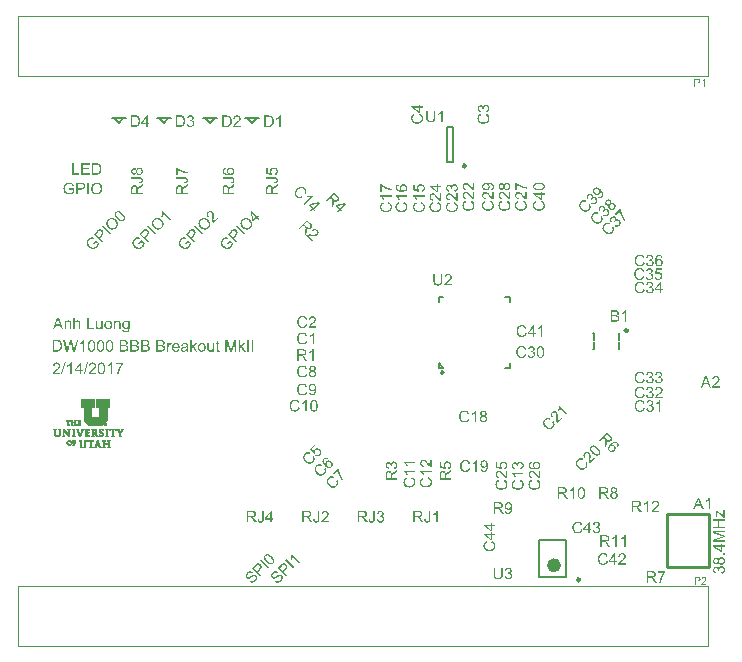
<source format=gto>
G04 Layer_Color=65535*
%FSLAX25Y25*%
%MOIN*%
G70*
G01*
G75*
%ADD29C,0.00800*%
%ADD33C,0.01000*%
%ADD51C,0.02362*%
%ADD52C,0.00984*%
%ADD53C,0.00787*%
%ADD54C,0.00100*%
G36*
X288182Y90848D02*
X288228Y90843D01*
X288285Y90837D01*
X288342Y90831D01*
X288411Y90814D01*
X288548Y90780D01*
X288696Y90723D01*
X288765Y90689D01*
X288833Y90649D01*
X288902Y90603D01*
X288965Y90546D01*
X288970Y90540D01*
X288976Y90535D01*
X288993Y90517D01*
X289016Y90489D01*
X289039Y90460D01*
X289068Y90426D01*
X289096Y90380D01*
X289130Y90335D01*
X289187Y90226D01*
X289239Y90095D01*
X289262Y90026D01*
X289279Y89946D01*
X289284Y89872D01*
X289290Y89786D01*
Y89775D01*
Y89746D01*
X289284Y89701D01*
X289279Y89644D01*
X289267Y89569D01*
X289250Y89495D01*
X289227Y89415D01*
X289193Y89330D01*
X289187Y89318D01*
X289176Y89290D01*
X289153Y89250D01*
X289119Y89193D01*
X289073Y89118D01*
X289022Y89038D01*
X288953Y88953D01*
X288879Y88862D01*
X288868Y88850D01*
X288839Y88816D01*
X288816Y88793D01*
X288782Y88759D01*
X288748Y88724D01*
X288708Y88684D01*
X288662Y88639D01*
X288605Y88587D01*
X288548Y88536D01*
X288479Y88473D01*
X288411Y88410D01*
X288331Y88342D01*
X288245Y88268D01*
X288154Y88188D01*
X288148Y88182D01*
X288137Y88171D01*
X288114Y88153D01*
X288085Y88131D01*
X288017Y88068D01*
X287926Y87994D01*
X287834Y87914D01*
X287749Y87834D01*
X287668Y87759D01*
X287640Y87731D01*
X287611Y87702D01*
X287606Y87697D01*
X287594Y87679D01*
X287572Y87657D01*
X287543Y87622D01*
X287509Y87588D01*
X287474Y87542D01*
X287412Y87451D01*
X289296D01*
Y87000D01*
X286755D01*
Y87006D01*
Y87028D01*
Y87063D01*
X286761Y87103D01*
X286766Y87154D01*
X286772Y87206D01*
X286789Y87268D01*
X286806Y87326D01*
Y87331D01*
X286812Y87337D01*
X286824Y87371D01*
X286846Y87423D01*
X286880Y87485D01*
X286926Y87565D01*
X286978Y87651D01*
X287040Y87742D01*
X287115Y87834D01*
Y87839D01*
X287126Y87845D01*
X287155Y87879D01*
X287206Y87931D01*
X287275Y87999D01*
X287360Y88085D01*
X287469Y88188D01*
X287594Y88296D01*
X287737Y88416D01*
X287743Y88422D01*
X287766Y88439D01*
X287794Y88468D01*
X287840Y88502D01*
X287891Y88542D01*
X287948Y88593D01*
X288074Y88713D01*
X288217Y88839D01*
X288354Y88976D01*
X288422Y89044D01*
X288479Y89107D01*
X288537Y89170D01*
X288582Y89227D01*
Y89233D01*
X288594Y89238D01*
X288605Y89255D01*
X288616Y89278D01*
X288651Y89335D01*
X288696Y89410D01*
X288736Y89501D01*
X288771Y89598D01*
X288793Y89695D01*
X288805Y89798D01*
Y89804D01*
Y89809D01*
X288799Y89844D01*
X288793Y89895D01*
X288782Y89964D01*
X288753Y90038D01*
X288719Y90118D01*
X288668Y90198D01*
X288599Y90272D01*
X288588Y90277D01*
X288565Y90300D01*
X288519Y90335D01*
X288462Y90369D01*
X288382Y90403D01*
X288297Y90437D01*
X288194Y90460D01*
X288080Y90466D01*
X288045D01*
X288023Y90460D01*
X287960Y90455D01*
X287885Y90437D01*
X287794Y90415D01*
X287703Y90375D01*
X287611Y90323D01*
X287531Y90255D01*
X287526Y90243D01*
X287503Y90215D01*
X287469Y90169D01*
X287434Y90106D01*
X287394Y90026D01*
X287366Y89929D01*
X287343Y89815D01*
X287332Y89689D01*
X286846Y89741D01*
Y89746D01*
Y89764D01*
X286852Y89792D01*
X286858Y89832D01*
X286869Y89878D01*
X286880Y89929D01*
X286909Y90049D01*
X286955Y90180D01*
X287023Y90317D01*
X287063Y90386D01*
X287109Y90449D01*
X287160Y90512D01*
X287217Y90569D01*
X287223Y90575D01*
X287235Y90580D01*
X287252Y90597D01*
X287275Y90614D01*
X287309Y90637D01*
X287349Y90660D01*
X287394Y90683D01*
X287452Y90711D01*
X287509Y90740D01*
X287572Y90763D01*
X287646Y90786D01*
X287726Y90809D01*
X287806Y90826D01*
X287897Y90843D01*
X287988Y90848D01*
X288091Y90854D01*
X288142D01*
X288182Y90848D01*
D02*
G37*
G36*
X281907Y95906D02*
X281959Y95900D01*
X282016Y95894D01*
X282078Y95889D01*
X282153Y95877D01*
X282301Y95837D01*
X282467Y95786D01*
X282547Y95752D01*
X282627Y95711D01*
X282706Y95666D01*
X282781Y95614D01*
X282786Y95609D01*
X282798Y95603D01*
X282821Y95586D01*
X282844Y95563D01*
X282878Y95529D01*
X282912Y95495D01*
X282952Y95449D01*
X282998Y95403D01*
X283043Y95346D01*
X283089Y95283D01*
X283135Y95220D01*
X283180Y95146D01*
X283226Y95066D01*
X283266Y94981D01*
X283300Y94889D01*
X283335Y94792D01*
X282832Y94672D01*
Y94678D01*
X282826Y94689D01*
X282821Y94712D01*
X282809Y94741D01*
X282792Y94775D01*
X282775Y94815D01*
X282729Y94906D01*
X282678Y95003D01*
X282610Y95106D01*
X282529Y95203D01*
X282438Y95283D01*
X282427Y95289D01*
X282393Y95312D01*
X282341Y95346D01*
X282267Y95380D01*
X282175Y95415D01*
X282067Y95449D01*
X281941Y95472D01*
X281804Y95477D01*
X281759D01*
X281730Y95472D01*
X281690D01*
X281650Y95466D01*
X281547Y95449D01*
X281428Y95426D01*
X281302Y95386D01*
X281182Y95335D01*
X281062Y95260D01*
X281056D01*
X281051Y95249D01*
X281016Y95220D01*
X280959Y95175D01*
X280896Y95112D01*
X280828Y95026D01*
X280759Y94929D01*
X280697Y94815D01*
X280645Y94689D01*
Y94684D01*
X280640Y94672D01*
X280634Y94655D01*
X280628Y94627D01*
X280617Y94598D01*
X280605Y94558D01*
X280588Y94467D01*
X280565Y94353D01*
X280542Y94227D01*
X280531Y94096D01*
X280525Y93953D01*
Y93947D01*
Y93930D01*
Y93907D01*
Y93873D01*
X280531Y93827D01*
Y93776D01*
X280537Y93724D01*
X280542Y93662D01*
X280560Y93530D01*
X280588Y93382D01*
X280622Y93239D01*
X280668Y93096D01*
Y93091D01*
X280674Y93079D01*
X280685Y93062D01*
X280697Y93039D01*
X280731Y92971D01*
X280777Y92891D01*
X280839Y92799D01*
X280914Y92714D01*
X281005Y92622D01*
X281108Y92548D01*
X281114D01*
X281119Y92542D01*
X281136Y92531D01*
X281159Y92520D01*
X281222Y92491D01*
X281302Y92462D01*
X281399Y92428D01*
X281513Y92400D01*
X281633Y92377D01*
X281764Y92371D01*
X281804D01*
X281833Y92377D01*
X281873D01*
X281913Y92383D01*
X282016Y92400D01*
X282124Y92434D01*
X282244Y92474D01*
X282370Y92537D01*
X282427Y92571D01*
X282484Y92617D01*
X282490Y92622D01*
X282495Y92628D01*
X282512Y92645D01*
X282529Y92662D01*
X282558Y92691D01*
X282581Y92720D01*
X282644Y92799D01*
X282712Y92902D01*
X282781Y93028D01*
X282844Y93176D01*
X282889Y93348D01*
X283397Y93216D01*
Y93211D01*
X283392Y93188D01*
X283380Y93159D01*
X283369Y93113D01*
X283346Y93062D01*
X283323Y92999D01*
X283300Y92936D01*
X283266Y92862D01*
X283186Y92708D01*
X283089Y92554D01*
X283026Y92474D01*
X282963Y92400D01*
X282895Y92326D01*
X282821Y92263D01*
X282815Y92257D01*
X282804Y92251D01*
X282781Y92234D01*
X282747Y92211D01*
X282706Y92188D01*
X282655Y92160D01*
X282604Y92131D01*
X282535Y92103D01*
X282467Y92068D01*
X282387Y92040D01*
X282307Y92011D01*
X282215Y91989D01*
X282118Y91966D01*
X282021Y91949D01*
X281913Y91943D01*
X281804Y91937D01*
X281747D01*
X281702Y91943D01*
X281650D01*
X281587Y91949D01*
X281519Y91960D01*
X281445Y91971D01*
X281285Y92000D01*
X281114Y92046D01*
X280948Y92109D01*
X280868Y92143D01*
X280794Y92188D01*
X280788Y92194D01*
X280777Y92200D01*
X280759Y92217D01*
X280731Y92234D01*
X280697Y92263D01*
X280662Y92291D01*
X280577Y92377D01*
X280480Y92480D01*
X280377Y92605D01*
X280286Y92748D01*
X280200Y92919D01*
Y92925D01*
X280194Y92942D01*
X280183Y92965D01*
X280171Y93005D01*
X280154Y93045D01*
X280137Y93102D01*
X280120Y93159D01*
X280103Y93228D01*
X280080Y93302D01*
X280063Y93382D01*
X280034Y93559D01*
X280011Y93747D01*
X280000Y93953D01*
Y93958D01*
Y93981D01*
Y94010D01*
X280006Y94056D01*
Y94107D01*
X280011Y94164D01*
X280017Y94233D01*
X280029Y94307D01*
X280057Y94472D01*
X280097Y94649D01*
X280154Y94826D01*
X280228Y94998D01*
Y95003D01*
X280240Y95015D01*
X280251Y95038D01*
X280268Y95072D01*
X280297Y95106D01*
X280326Y95152D01*
X280394Y95249D01*
X280485Y95358D01*
X280599Y95472D01*
X280731Y95580D01*
X280879Y95677D01*
X280885D01*
X280896Y95689D01*
X280919Y95700D01*
X280954Y95711D01*
X280994Y95734D01*
X281039Y95752D01*
X281096Y95774D01*
X281153Y95797D01*
X281222Y95814D01*
X281291Y95837D01*
X281450Y95877D01*
X281622Y95900D01*
X281810Y95911D01*
X281867D01*
X281907Y95906D01*
D02*
G37*
G36*
X285145Y90848D02*
X285219Y90837D01*
X285310Y90820D01*
X285407Y90797D01*
X285504Y90763D01*
X285607Y90717D01*
X285613D01*
X285619Y90711D01*
X285653Y90694D01*
X285699Y90660D01*
X285761Y90620D01*
X285824Y90569D01*
X285893Y90500D01*
X285961Y90432D01*
X286018Y90346D01*
X286024Y90335D01*
X286041Y90306D01*
X286064Y90260D01*
X286093Y90198D01*
X286115Y90123D01*
X286138Y90043D01*
X286155Y89952D01*
X286161Y89855D01*
Y89844D01*
Y89815D01*
X286155Y89764D01*
X286144Y89706D01*
X286127Y89632D01*
X286104Y89558D01*
X286070Y89478D01*
X286024Y89398D01*
X286018Y89387D01*
X286001Y89364D01*
X285967Y89330D01*
X285927Y89284D01*
X285870Y89233D01*
X285801Y89181D01*
X285721Y89124D01*
X285630Y89078D01*
X285636D01*
X285647Y89073D01*
X285664Y89067D01*
X285687Y89061D01*
X285744Y89038D01*
X285824Y89010D01*
X285904Y88964D01*
X285996Y88907D01*
X286081Y88839D01*
X286155Y88753D01*
X286161Y88741D01*
X286184Y88707D01*
X286218Y88656D01*
X286252Y88582D01*
X286287Y88496D01*
X286321Y88388D01*
X286344Y88268D01*
X286350Y88136D01*
Y88131D01*
Y88113D01*
Y88091D01*
X286344Y88051D01*
X286338Y88011D01*
X286332Y87959D01*
X286321Y87902D01*
X286304Y87839D01*
X286258Y87708D01*
X286230Y87639D01*
X286195Y87565D01*
X286150Y87491D01*
X286098Y87423D01*
X286041Y87354D01*
X285978Y87286D01*
X285973Y87280D01*
X285961Y87268D01*
X285938Y87251D01*
X285916Y87234D01*
X285876Y87206D01*
X285836Y87177D01*
X285784Y87143D01*
X285727Y87114D01*
X285664Y87080D01*
X285590Y87046D01*
X285516Y87017D01*
X285436Y86994D01*
X285345Y86971D01*
X285253Y86954D01*
X285156Y86943D01*
X285053Y86937D01*
X285002D01*
X284968Y86943D01*
X284928Y86949D01*
X284876Y86954D01*
X284819Y86960D01*
X284756Y86977D01*
X284625Y87011D01*
X284482Y87063D01*
X284414Y87097D01*
X284340Y87137D01*
X284271Y87183D01*
X284208Y87234D01*
X284203Y87240D01*
X284197Y87246D01*
X284180Y87263D01*
X284157Y87291D01*
X284128Y87320D01*
X284100Y87354D01*
X284071Y87400D01*
X284037Y87445D01*
X283968Y87560D01*
X283911Y87697D01*
X283860Y87851D01*
X283843Y87931D01*
X283831Y88022D01*
X284305Y88085D01*
Y88079D01*
X284311Y88068D01*
X284317Y88045D01*
X284323Y88016D01*
X284328Y87988D01*
X284340Y87948D01*
X284368Y87862D01*
X284408Y87765D01*
X284454Y87668D01*
X284511Y87577D01*
X284579Y87502D01*
X284591Y87497D01*
X284614Y87474D01*
X284654Y87445D01*
X284711Y87417D01*
X284779Y87383D01*
X284859Y87354D01*
X284951Y87331D01*
X285053Y87326D01*
X285088D01*
X285110Y87331D01*
X285173Y87337D01*
X285253Y87354D01*
X285339Y87383D01*
X285436Y87423D01*
X285527Y87480D01*
X285619Y87554D01*
X285630Y87565D01*
X285653Y87594D01*
X285693Y87645D01*
X285733Y87708D01*
X285773Y87794D01*
X285813Y87891D01*
X285836Y87999D01*
X285847Y88119D01*
Y88125D01*
Y88136D01*
Y88153D01*
X285841Y88176D01*
X285836Y88233D01*
X285819Y88308D01*
X285796Y88393D01*
X285756Y88485D01*
X285704Y88570D01*
X285630Y88656D01*
X285619Y88667D01*
X285590Y88690D01*
X285544Y88724D01*
X285482Y88764D01*
X285407Y88799D01*
X285316Y88833D01*
X285208Y88856D01*
X285093Y88867D01*
X285042D01*
X285002Y88862D01*
X284956Y88856D01*
X284899Y88844D01*
X284836Y88833D01*
X284762Y88816D01*
X284813Y89233D01*
X284842D01*
X284865Y89227D01*
X284939D01*
X284996Y89233D01*
X285070Y89244D01*
X285156Y89267D01*
X285242Y89290D01*
X285339Y89330D01*
X285430Y89381D01*
X285436D01*
X285442Y89387D01*
X285470Y89410D01*
X285510Y89450D01*
X285556Y89501D01*
X285596Y89569D01*
X285636Y89655D01*
X285664Y89752D01*
X285676Y89809D01*
Y89866D01*
Y89872D01*
Y89878D01*
Y89912D01*
X285664Y89958D01*
X285653Y90015D01*
X285630Y90083D01*
X285601Y90158D01*
X285556Y90226D01*
X285499Y90295D01*
X285493Y90300D01*
X285465Y90323D01*
X285430Y90352D01*
X285373Y90380D01*
X285310Y90415D01*
X285230Y90437D01*
X285145Y90460D01*
X285042Y90466D01*
X284996D01*
X284945Y90455D01*
X284882Y90443D01*
X284808Y90420D01*
X284734Y90392D01*
X284659Y90346D01*
X284585Y90289D01*
X284579Y90283D01*
X284557Y90255D01*
X284522Y90215D01*
X284488Y90163D01*
X284448Y90089D01*
X284408Y89998D01*
X284374Y89895D01*
X284351Y89775D01*
X283877Y89861D01*
Y89866D01*
X283883Y89884D01*
X283889Y89906D01*
X283894Y89941D01*
X283906Y89975D01*
X283923Y90021D01*
X283957Y90129D01*
X284008Y90243D01*
X284077Y90369D01*
X284163Y90483D01*
X284265Y90592D01*
X284271Y90597D01*
X284282Y90603D01*
X284300Y90614D01*
X284323Y90632D01*
X284351Y90654D01*
X284385Y90677D01*
X284431Y90700D01*
X284477Y90723D01*
X284585Y90769D01*
X284717Y90814D01*
X284865Y90843D01*
X284945Y90854D01*
X285082D01*
X285145Y90848D01*
D02*
G37*
G36*
X288594Y82500D02*
X288120D01*
Y85498D01*
X288114Y85492D01*
X288091Y85469D01*
X288051Y85441D01*
X288000Y85395D01*
X287937Y85349D01*
X287857Y85292D01*
X287766Y85235D01*
X287668Y85172D01*
X287663D01*
X287657Y85167D01*
X287623Y85144D01*
X287572Y85115D01*
X287503Y85081D01*
X287429Y85041D01*
X287349Y85007D01*
X287263Y84967D01*
X287177Y84933D01*
Y85389D01*
X287183D01*
X287195Y85395D01*
X287217Y85406D01*
X287246Y85423D01*
X287280Y85441D01*
X287320Y85464D01*
X287412Y85515D01*
X287520Y85578D01*
X287634Y85652D01*
X287749Y85738D01*
X287863Y85835D01*
X287868Y85840D01*
X287874Y85846D01*
X287914Y85880D01*
X287965Y85932D01*
X288028Y86000D01*
X288097Y86080D01*
X288165Y86166D01*
X288234Y86257D01*
X288285Y86354D01*
X288594D01*
Y82500D01*
D02*
G37*
G36*
X281907Y90906D02*
X281959Y90900D01*
X282016Y90894D01*
X282078Y90889D01*
X282153Y90877D01*
X282301Y90837D01*
X282467Y90786D01*
X282547Y90751D01*
X282627Y90711D01*
X282706Y90666D01*
X282781Y90614D01*
X282786Y90609D01*
X282798Y90603D01*
X282821Y90586D01*
X282844Y90563D01*
X282878Y90529D01*
X282912Y90495D01*
X282952Y90449D01*
X282998Y90403D01*
X283043Y90346D01*
X283089Y90283D01*
X283135Y90220D01*
X283180Y90146D01*
X283226Y90066D01*
X283266Y89981D01*
X283300Y89889D01*
X283335Y89792D01*
X282832Y89672D01*
Y89678D01*
X282826Y89689D01*
X282821Y89712D01*
X282809Y89741D01*
X282792Y89775D01*
X282775Y89815D01*
X282729Y89906D01*
X282678Y90004D01*
X282610Y90106D01*
X282529Y90203D01*
X282438Y90283D01*
X282427Y90289D01*
X282393Y90312D01*
X282341Y90346D01*
X282267Y90380D01*
X282175Y90415D01*
X282067Y90449D01*
X281941Y90472D01*
X281804Y90477D01*
X281759D01*
X281730Y90472D01*
X281690D01*
X281650Y90466D01*
X281547Y90449D01*
X281428Y90426D01*
X281302Y90386D01*
X281182Y90335D01*
X281062Y90260D01*
X281056D01*
X281051Y90249D01*
X281016Y90220D01*
X280959Y90175D01*
X280896Y90112D01*
X280828Y90026D01*
X280759Y89929D01*
X280697Y89815D01*
X280645Y89689D01*
Y89684D01*
X280640Y89672D01*
X280634Y89655D01*
X280628Y89627D01*
X280617Y89598D01*
X280605Y89558D01*
X280588Y89467D01*
X280565Y89353D01*
X280542Y89227D01*
X280531Y89096D01*
X280525Y88953D01*
Y88947D01*
Y88930D01*
Y88907D01*
Y88873D01*
X280531Y88827D01*
Y88776D01*
X280537Y88724D01*
X280542Y88662D01*
X280560Y88530D01*
X280588Y88382D01*
X280622Y88239D01*
X280668Y88096D01*
Y88091D01*
X280674Y88079D01*
X280685Y88062D01*
X280697Y88039D01*
X280731Y87971D01*
X280777Y87891D01*
X280839Y87799D01*
X280914Y87714D01*
X281005Y87622D01*
X281108Y87548D01*
X281114D01*
X281119Y87542D01*
X281136Y87531D01*
X281159Y87520D01*
X281222Y87491D01*
X281302Y87463D01*
X281399Y87428D01*
X281513Y87400D01*
X281633Y87377D01*
X281764Y87371D01*
X281804D01*
X281833Y87377D01*
X281873D01*
X281913Y87383D01*
X282016Y87400D01*
X282124Y87434D01*
X282244Y87474D01*
X282370Y87537D01*
X282427Y87571D01*
X282484Y87617D01*
X282490Y87622D01*
X282495Y87628D01*
X282512Y87645D01*
X282529Y87662D01*
X282558Y87691D01*
X282581Y87720D01*
X282644Y87799D01*
X282712Y87902D01*
X282781Y88028D01*
X282844Y88176D01*
X282889Y88348D01*
X283397Y88216D01*
Y88210D01*
X283392Y88188D01*
X283380Y88159D01*
X283369Y88113D01*
X283346Y88062D01*
X283323Y87999D01*
X283300Y87936D01*
X283266Y87862D01*
X283186Y87708D01*
X283089Y87554D01*
X283026Y87474D01*
X282963Y87400D01*
X282895Y87326D01*
X282821Y87263D01*
X282815Y87257D01*
X282804Y87251D01*
X282781Y87234D01*
X282747Y87211D01*
X282706Y87188D01*
X282655Y87160D01*
X282604Y87131D01*
X282535Y87103D01*
X282467Y87068D01*
X282387Y87040D01*
X282307Y87011D01*
X282215Y86989D01*
X282118Y86966D01*
X282021Y86949D01*
X281913Y86943D01*
X281804Y86937D01*
X281747D01*
X281702Y86943D01*
X281650D01*
X281587Y86949D01*
X281519Y86960D01*
X281445Y86971D01*
X281285Y87000D01*
X281114Y87046D01*
X280948Y87108D01*
X280868Y87143D01*
X280794Y87188D01*
X280788Y87194D01*
X280777Y87200D01*
X280759Y87217D01*
X280731Y87234D01*
X280697Y87263D01*
X280662Y87291D01*
X280577Y87377D01*
X280480Y87480D01*
X280377Y87605D01*
X280286Y87748D01*
X280200Y87919D01*
Y87925D01*
X280194Y87942D01*
X280183Y87965D01*
X280171Y88005D01*
X280154Y88045D01*
X280137Y88102D01*
X280120Y88159D01*
X280103Y88228D01*
X280080Y88302D01*
X280063Y88382D01*
X280034Y88559D01*
X280011Y88747D01*
X280000Y88953D01*
Y88959D01*
Y88981D01*
Y89010D01*
X280006Y89056D01*
Y89107D01*
X280011Y89164D01*
X280017Y89233D01*
X280029Y89307D01*
X280057Y89472D01*
X280097Y89649D01*
X280154Y89826D01*
X280228Y89998D01*
Y90004D01*
X280240Y90015D01*
X280251Y90038D01*
X280268Y90072D01*
X280297Y90106D01*
X280326Y90152D01*
X280394Y90249D01*
X280485Y90358D01*
X280599Y90472D01*
X280731Y90580D01*
X280879Y90677D01*
X280885D01*
X280896Y90689D01*
X280919Y90700D01*
X280954Y90711D01*
X280994Y90734D01*
X281039Y90751D01*
X281096Y90774D01*
X281153Y90797D01*
X281222Y90814D01*
X281291Y90837D01*
X281450Y90877D01*
X281622Y90900D01*
X281810Y90911D01*
X281867D01*
X281907Y90906D01*
D02*
G37*
G36*
X285145Y125848D02*
X285219Y125837D01*
X285310Y125820D01*
X285407Y125797D01*
X285504Y125763D01*
X285607Y125717D01*
X285613D01*
X285619Y125712D01*
X285653Y125694D01*
X285699Y125660D01*
X285761Y125620D01*
X285824Y125569D01*
X285893Y125500D01*
X285961Y125432D01*
X286018Y125346D01*
X286024Y125335D01*
X286041Y125306D01*
X286064Y125260D01*
X286093Y125198D01*
X286115Y125123D01*
X286138Y125043D01*
X286155Y124952D01*
X286161Y124855D01*
Y124844D01*
Y124815D01*
X286155Y124764D01*
X286144Y124706D01*
X286127Y124632D01*
X286104Y124558D01*
X286070Y124478D01*
X286024Y124398D01*
X286018Y124387D01*
X286001Y124364D01*
X285967Y124330D01*
X285927Y124284D01*
X285870Y124233D01*
X285801Y124181D01*
X285721Y124124D01*
X285630Y124078D01*
X285636D01*
X285647Y124073D01*
X285664Y124067D01*
X285687Y124061D01*
X285744Y124039D01*
X285824Y124010D01*
X285904Y123964D01*
X285996Y123907D01*
X286081Y123839D01*
X286155Y123753D01*
X286161Y123742D01*
X286184Y123707D01*
X286218Y123656D01*
X286252Y123582D01*
X286287Y123496D01*
X286321Y123388D01*
X286344Y123268D01*
X286350Y123136D01*
Y123131D01*
Y123113D01*
Y123091D01*
X286344Y123051D01*
X286338Y123011D01*
X286332Y122959D01*
X286321Y122902D01*
X286304Y122839D01*
X286258Y122708D01*
X286230Y122640D01*
X286195Y122565D01*
X286150Y122491D01*
X286098Y122423D01*
X286041Y122354D01*
X285978Y122285D01*
X285973Y122280D01*
X285961Y122268D01*
X285938Y122251D01*
X285916Y122234D01*
X285876Y122206D01*
X285836Y122177D01*
X285784Y122143D01*
X285727Y122114D01*
X285664Y122080D01*
X285590Y122046D01*
X285516Y122017D01*
X285436Y121994D01*
X285345Y121971D01*
X285253Y121954D01*
X285156Y121943D01*
X285053Y121937D01*
X285002D01*
X284968Y121943D01*
X284928Y121949D01*
X284876Y121954D01*
X284819Y121960D01*
X284756Y121977D01*
X284625Y122011D01*
X284482Y122063D01*
X284414Y122097D01*
X284340Y122137D01*
X284271Y122183D01*
X284208Y122234D01*
X284203Y122240D01*
X284197Y122246D01*
X284180Y122263D01*
X284157Y122291D01*
X284128Y122320D01*
X284100Y122354D01*
X284071Y122400D01*
X284037Y122445D01*
X283968Y122560D01*
X283911Y122697D01*
X283860Y122851D01*
X283843Y122931D01*
X283831Y123022D01*
X284305Y123085D01*
Y123079D01*
X284311Y123068D01*
X284317Y123045D01*
X284323Y123016D01*
X284328Y122988D01*
X284340Y122948D01*
X284368Y122862D01*
X284408Y122765D01*
X284454Y122668D01*
X284511Y122577D01*
X284579Y122503D01*
X284591Y122497D01*
X284614Y122474D01*
X284654Y122445D01*
X284711Y122417D01*
X284779Y122383D01*
X284859Y122354D01*
X284951Y122331D01*
X285053Y122326D01*
X285088D01*
X285110Y122331D01*
X285173Y122337D01*
X285253Y122354D01*
X285339Y122383D01*
X285436Y122423D01*
X285527Y122480D01*
X285619Y122554D01*
X285630Y122565D01*
X285653Y122594D01*
X285693Y122645D01*
X285733Y122708D01*
X285773Y122794D01*
X285813Y122891D01*
X285836Y122999D01*
X285847Y123119D01*
Y123125D01*
Y123136D01*
Y123153D01*
X285841Y123176D01*
X285836Y123233D01*
X285819Y123308D01*
X285796Y123393D01*
X285756Y123485D01*
X285704Y123570D01*
X285630Y123656D01*
X285619Y123667D01*
X285590Y123690D01*
X285544Y123724D01*
X285482Y123764D01*
X285407Y123799D01*
X285316Y123833D01*
X285208Y123856D01*
X285093Y123867D01*
X285042D01*
X285002Y123862D01*
X284956Y123856D01*
X284899Y123844D01*
X284836Y123833D01*
X284762Y123816D01*
X284813Y124233D01*
X284842D01*
X284865Y124227D01*
X284939D01*
X284996Y124233D01*
X285070Y124244D01*
X285156Y124267D01*
X285242Y124290D01*
X285339Y124330D01*
X285430Y124381D01*
X285436D01*
X285442Y124387D01*
X285470Y124410D01*
X285510Y124450D01*
X285556Y124501D01*
X285596Y124569D01*
X285636Y124655D01*
X285664Y124752D01*
X285676Y124809D01*
Y124866D01*
Y124872D01*
Y124878D01*
Y124912D01*
X285664Y124958D01*
X285653Y125015D01*
X285630Y125083D01*
X285601Y125158D01*
X285556Y125226D01*
X285499Y125295D01*
X285493Y125300D01*
X285465Y125323D01*
X285430Y125352D01*
X285373Y125380D01*
X285310Y125415D01*
X285230Y125437D01*
X285145Y125460D01*
X285042Y125466D01*
X284996D01*
X284945Y125454D01*
X284882Y125443D01*
X284808Y125420D01*
X284734Y125392D01*
X284659Y125346D01*
X284585Y125289D01*
X284579Y125283D01*
X284557Y125255D01*
X284522Y125215D01*
X284488Y125163D01*
X284448Y125089D01*
X284408Y124998D01*
X284374Y124895D01*
X284351Y124775D01*
X283877Y124861D01*
Y124866D01*
X283883Y124883D01*
X283889Y124906D01*
X283894Y124941D01*
X283906Y124975D01*
X283923Y125021D01*
X283957Y125129D01*
X284008Y125243D01*
X284077Y125369D01*
X284163Y125483D01*
X284265Y125592D01*
X284271Y125597D01*
X284282Y125603D01*
X284300Y125614D01*
X284323Y125632D01*
X284351Y125654D01*
X284385Y125677D01*
X284431Y125700D01*
X284477Y125723D01*
X284585Y125769D01*
X284717Y125814D01*
X284865Y125843D01*
X284945Y125854D01*
X285082D01*
X285145Y125848D01*
D02*
G37*
G36*
X288805Y123353D02*
X289324D01*
Y122919D01*
X288805D01*
Y122000D01*
X288331D01*
Y122919D01*
X286658D01*
Y123353D01*
X288422Y125843D01*
X288805D01*
Y123353D01*
D02*
G37*
G36*
X281907Y125906D02*
X281959Y125900D01*
X282016Y125894D01*
X282078Y125889D01*
X282153Y125877D01*
X282301Y125837D01*
X282467Y125786D01*
X282547Y125751D01*
X282627Y125712D01*
X282706Y125666D01*
X282781Y125614D01*
X282786Y125609D01*
X282798Y125603D01*
X282821Y125586D01*
X282844Y125563D01*
X282878Y125529D01*
X282912Y125495D01*
X282952Y125449D01*
X282998Y125403D01*
X283043Y125346D01*
X283089Y125283D01*
X283135Y125220D01*
X283180Y125146D01*
X283226Y125066D01*
X283266Y124981D01*
X283300Y124889D01*
X283335Y124792D01*
X282832Y124672D01*
Y124678D01*
X282826Y124689D01*
X282821Y124712D01*
X282809Y124741D01*
X282792Y124775D01*
X282775Y124815D01*
X282729Y124906D01*
X282678Y125004D01*
X282610Y125106D01*
X282529Y125203D01*
X282438Y125283D01*
X282427Y125289D01*
X282393Y125312D01*
X282341Y125346D01*
X282267Y125380D01*
X282175Y125415D01*
X282067Y125449D01*
X281941Y125472D01*
X281804Y125477D01*
X281759D01*
X281730Y125472D01*
X281690D01*
X281650Y125466D01*
X281547Y125449D01*
X281428Y125426D01*
X281302Y125386D01*
X281182Y125335D01*
X281062Y125260D01*
X281056D01*
X281051Y125249D01*
X281016Y125220D01*
X280959Y125175D01*
X280896Y125112D01*
X280828Y125026D01*
X280759Y124929D01*
X280697Y124815D01*
X280645Y124689D01*
Y124684D01*
X280640Y124672D01*
X280634Y124655D01*
X280628Y124627D01*
X280617Y124598D01*
X280605Y124558D01*
X280588Y124467D01*
X280565Y124353D01*
X280542Y124227D01*
X280531Y124096D01*
X280525Y123953D01*
Y123947D01*
Y123930D01*
Y123907D01*
Y123873D01*
X280531Y123827D01*
Y123776D01*
X280537Y123724D01*
X280542Y123662D01*
X280560Y123530D01*
X280588Y123382D01*
X280622Y123239D01*
X280668Y123096D01*
Y123091D01*
X280674Y123079D01*
X280685Y123062D01*
X280697Y123039D01*
X280731Y122971D01*
X280777Y122891D01*
X280839Y122799D01*
X280914Y122714D01*
X281005Y122622D01*
X281108Y122548D01*
X281114D01*
X281119Y122543D01*
X281136Y122531D01*
X281159Y122520D01*
X281222Y122491D01*
X281302Y122462D01*
X281399Y122428D01*
X281513Y122400D01*
X281633Y122377D01*
X281764Y122371D01*
X281804D01*
X281833Y122377D01*
X281873D01*
X281913Y122383D01*
X282016Y122400D01*
X282124Y122434D01*
X282244Y122474D01*
X282370Y122537D01*
X282427Y122571D01*
X282484Y122617D01*
X282490Y122622D01*
X282495Y122628D01*
X282512Y122645D01*
X282529Y122662D01*
X282558Y122691D01*
X282581Y122720D01*
X282644Y122799D01*
X282712Y122902D01*
X282781Y123028D01*
X282844Y123176D01*
X282889Y123348D01*
X283397Y123216D01*
Y123211D01*
X283392Y123188D01*
X283380Y123159D01*
X283369Y123113D01*
X283346Y123062D01*
X283323Y122999D01*
X283300Y122936D01*
X283266Y122862D01*
X283186Y122708D01*
X283089Y122554D01*
X283026Y122474D01*
X282963Y122400D01*
X282895Y122326D01*
X282821Y122263D01*
X282815Y122257D01*
X282804Y122251D01*
X282781Y122234D01*
X282747Y122211D01*
X282706Y122188D01*
X282655Y122160D01*
X282604Y122131D01*
X282535Y122103D01*
X282467Y122069D01*
X282387Y122040D01*
X282307Y122011D01*
X282215Y121989D01*
X282118Y121966D01*
X282021Y121949D01*
X281913Y121943D01*
X281804Y121937D01*
X281747D01*
X281702Y121943D01*
X281650D01*
X281587Y121949D01*
X281519Y121960D01*
X281445Y121971D01*
X281285Y122000D01*
X281114Y122046D01*
X280948Y122108D01*
X280868Y122143D01*
X280794Y122188D01*
X280788Y122194D01*
X280777Y122200D01*
X280759Y122217D01*
X280731Y122234D01*
X280697Y122263D01*
X280662Y122291D01*
X280577Y122377D01*
X280480Y122480D01*
X280377Y122605D01*
X280286Y122748D01*
X280200Y122919D01*
Y122925D01*
X280194Y122942D01*
X280183Y122965D01*
X280171Y123005D01*
X280154Y123045D01*
X280137Y123102D01*
X280120Y123159D01*
X280103Y123228D01*
X280080Y123302D01*
X280063Y123382D01*
X280034Y123559D01*
X280011Y123747D01*
X280000Y123953D01*
Y123959D01*
Y123981D01*
Y124010D01*
X280006Y124056D01*
Y124107D01*
X280011Y124164D01*
X280017Y124233D01*
X280029Y124307D01*
X280057Y124472D01*
X280097Y124649D01*
X280154Y124826D01*
X280228Y124998D01*
Y125004D01*
X280240Y125015D01*
X280251Y125038D01*
X280268Y125072D01*
X280297Y125106D01*
X280326Y125152D01*
X280394Y125249D01*
X280485Y125357D01*
X280599Y125472D01*
X280731Y125580D01*
X280879Y125677D01*
X280885D01*
X280896Y125689D01*
X280919Y125700D01*
X280954Y125712D01*
X280994Y125734D01*
X281039Y125751D01*
X281096Y125774D01*
X281153Y125797D01*
X281222Y125814D01*
X281291Y125837D01*
X281450Y125877D01*
X281622Y125900D01*
X281810Y125911D01*
X281867D01*
X281907Y125906D01*
D02*
G37*
G36*
X288131Y95849D02*
X288205Y95837D01*
X288297Y95820D01*
X288394Y95797D01*
X288491Y95763D01*
X288594Y95717D01*
X288599D01*
X288605Y95711D01*
X288639Y95694D01*
X288685Y95660D01*
X288748Y95620D01*
X288810Y95569D01*
X288879Y95500D01*
X288948Y95432D01*
X289005Y95346D01*
X289010Y95335D01*
X289028Y95306D01*
X289050Y95260D01*
X289079Y95198D01*
X289102Y95123D01*
X289125Y95043D01*
X289142Y94952D01*
X289147Y94855D01*
Y94844D01*
Y94815D01*
X289142Y94764D01*
X289130Y94706D01*
X289113Y94632D01*
X289090Y94558D01*
X289056Y94478D01*
X289010Y94398D01*
X289005Y94387D01*
X288987Y94364D01*
X288953Y94330D01*
X288913Y94284D01*
X288856Y94233D01*
X288788Y94181D01*
X288708Y94124D01*
X288616Y94078D01*
X288622D01*
X288633Y94073D01*
X288651Y94067D01*
X288673Y94061D01*
X288731Y94038D01*
X288810Y94010D01*
X288891Y93964D01*
X288982Y93907D01*
X289068Y93839D01*
X289142Y93753D01*
X289147Y93742D01*
X289170Y93707D01*
X289205Y93656D01*
X289239Y93582D01*
X289273Y93496D01*
X289307Y93388D01*
X289330Y93268D01*
X289336Y93136D01*
Y93131D01*
Y93113D01*
Y93091D01*
X289330Y93051D01*
X289324Y93011D01*
X289319Y92959D01*
X289307Y92902D01*
X289290Y92839D01*
X289245Y92708D01*
X289216Y92639D01*
X289182Y92565D01*
X289136Y92491D01*
X289085Y92422D01*
X289028Y92354D01*
X288965Y92286D01*
X288959Y92280D01*
X288948Y92268D01*
X288925Y92251D01*
X288902Y92234D01*
X288862Y92206D01*
X288822Y92177D01*
X288771Y92143D01*
X288714Y92114D01*
X288651Y92080D01*
X288576Y92046D01*
X288502Y92017D01*
X288422Y91994D01*
X288331Y91971D01*
X288240Y91954D01*
X288142Y91943D01*
X288040Y91937D01*
X287988D01*
X287954Y91943D01*
X287914Y91949D01*
X287863Y91954D01*
X287806Y91960D01*
X287743Y91977D01*
X287611Y92011D01*
X287469Y92063D01*
X287400Y92097D01*
X287326Y92137D01*
X287257Y92183D01*
X287195Y92234D01*
X287189Y92240D01*
X287183Y92246D01*
X287166Y92263D01*
X287143Y92291D01*
X287115Y92320D01*
X287086Y92354D01*
X287058Y92400D01*
X287023Y92445D01*
X286955Y92560D01*
X286898Y92697D01*
X286846Y92851D01*
X286829Y92931D01*
X286818Y93022D01*
X287292Y93085D01*
Y93079D01*
X287297Y93068D01*
X287303Y93045D01*
X287309Y93016D01*
X287315Y92988D01*
X287326Y92948D01*
X287354Y92862D01*
X287394Y92765D01*
X287440Y92668D01*
X287497Y92577D01*
X287566Y92502D01*
X287577Y92497D01*
X287600Y92474D01*
X287640Y92445D01*
X287697Y92417D01*
X287766Y92383D01*
X287845Y92354D01*
X287937Y92331D01*
X288040Y92326D01*
X288074D01*
X288097Y92331D01*
X288160Y92337D01*
X288240Y92354D01*
X288325Y92383D01*
X288422Y92422D01*
X288514Y92480D01*
X288605Y92554D01*
X288616Y92565D01*
X288639Y92594D01*
X288679Y92645D01*
X288719Y92708D01*
X288759Y92794D01*
X288799Y92891D01*
X288822Y92999D01*
X288833Y93119D01*
Y93125D01*
Y93136D01*
Y93153D01*
X288828Y93176D01*
X288822Y93233D01*
X288805Y93308D01*
X288782Y93393D01*
X288742Y93485D01*
X288691Y93570D01*
X288616Y93656D01*
X288605Y93667D01*
X288576Y93690D01*
X288531Y93724D01*
X288468Y93764D01*
X288394Y93799D01*
X288302Y93833D01*
X288194Y93856D01*
X288080Y93867D01*
X288028D01*
X287988Y93862D01*
X287943Y93856D01*
X287885Y93844D01*
X287823Y93833D01*
X287749Y93816D01*
X287800Y94233D01*
X287828D01*
X287851Y94227D01*
X287926D01*
X287983Y94233D01*
X288057Y94244D01*
X288142Y94267D01*
X288228Y94290D01*
X288325Y94330D01*
X288417Y94381D01*
X288422D01*
X288428Y94387D01*
X288457Y94410D01*
X288496Y94450D01*
X288542Y94501D01*
X288582Y94569D01*
X288622Y94655D01*
X288651Y94752D01*
X288662Y94809D01*
Y94866D01*
Y94872D01*
Y94878D01*
Y94912D01*
X288651Y94958D01*
X288639Y95015D01*
X288616Y95083D01*
X288588Y95158D01*
X288542Y95226D01*
X288485Y95295D01*
X288479Y95300D01*
X288451Y95323D01*
X288417Y95352D01*
X288359Y95380D01*
X288297Y95415D01*
X288217Y95437D01*
X288131Y95460D01*
X288028Y95466D01*
X287983D01*
X287931Y95455D01*
X287868Y95443D01*
X287794Y95420D01*
X287720Y95392D01*
X287646Y95346D01*
X287572Y95289D01*
X287566Y95283D01*
X287543Y95255D01*
X287509Y95215D01*
X287474Y95163D01*
X287434Y95089D01*
X287394Y94998D01*
X287360Y94895D01*
X287337Y94775D01*
X286863Y94861D01*
Y94866D01*
X286869Y94884D01*
X286875Y94906D01*
X286880Y94941D01*
X286892Y94975D01*
X286909Y95021D01*
X286943Y95129D01*
X286995Y95243D01*
X287063Y95369D01*
X287149Y95483D01*
X287252Y95592D01*
X287257Y95597D01*
X287269Y95603D01*
X287286Y95614D01*
X287309Y95632D01*
X287337Y95654D01*
X287372Y95677D01*
X287417Y95700D01*
X287463Y95723D01*
X287572Y95769D01*
X287703Y95814D01*
X287851Y95843D01*
X287931Y95854D01*
X288068D01*
X288131Y95849D01*
D02*
G37*
G36*
X285145D02*
X285219Y95837D01*
X285310Y95820D01*
X285407Y95797D01*
X285504Y95763D01*
X285607Y95717D01*
X285613D01*
X285619Y95711D01*
X285653Y95694D01*
X285699Y95660D01*
X285761Y95620D01*
X285824Y95569D01*
X285893Y95500D01*
X285961Y95432D01*
X286018Y95346D01*
X286024Y95335D01*
X286041Y95306D01*
X286064Y95260D01*
X286093Y95198D01*
X286115Y95123D01*
X286138Y95043D01*
X286155Y94952D01*
X286161Y94855D01*
Y94844D01*
Y94815D01*
X286155Y94764D01*
X286144Y94706D01*
X286127Y94632D01*
X286104Y94558D01*
X286070Y94478D01*
X286024Y94398D01*
X286018Y94387D01*
X286001Y94364D01*
X285967Y94330D01*
X285927Y94284D01*
X285870Y94233D01*
X285801Y94181D01*
X285721Y94124D01*
X285630Y94078D01*
X285636D01*
X285647Y94073D01*
X285664Y94067D01*
X285687Y94061D01*
X285744Y94038D01*
X285824Y94010D01*
X285904Y93964D01*
X285996Y93907D01*
X286081Y93839D01*
X286155Y93753D01*
X286161Y93742D01*
X286184Y93707D01*
X286218Y93656D01*
X286252Y93582D01*
X286287Y93496D01*
X286321Y93388D01*
X286344Y93268D01*
X286350Y93136D01*
Y93131D01*
Y93113D01*
Y93091D01*
X286344Y93051D01*
X286338Y93011D01*
X286332Y92959D01*
X286321Y92902D01*
X286304Y92839D01*
X286258Y92708D01*
X286230Y92639D01*
X286195Y92565D01*
X286150Y92491D01*
X286098Y92422D01*
X286041Y92354D01*
X285978Y92286D01*
X285973Y92280D01*
X285961Y92268D01*
X285938Y92251D01*
X285916Y92234D01*
X285876Y92206D01*
X285836Y92177D01*
X285784Y92143D01*
X285727Y92114D01*
X285664Y92080D01*
X285590Y92046D01*
X285516Y92017D01*
X285436Y91994D01*
X285345Y91971D01*
X285253Y91954D01*
X285156Y91943D01*
X285053Y91937D01*
X285002D01*
X284968Y91943D01*
X284928Y91949D01*
X284876Y91954D01*
X284819Y91960D01*
X284756Y91977D01*
X284625Y92011D01*
X284482Y92063D01*
X284414Y92097D01*
X284340Y92137D01*
X284271Y92183D01*
X284208Y92234D01*
X284203Y92240D01*
X284197Y92246D01*
X284180Y92263D01*
X284157Y92291D01*
X284128Y92320D01*
X284100Y92354D01*
X284071Y92400D01*
X284037Y92445D01*
X283968Y92560D01*
X283911Y92697D01*
X283860Y92851D01*
X283843Y92931D01*
X283831Y93022D01*
X284305Y93085D01*
Y93079D01*
X284311Y93068D01*
X284317Y93045D01*
X284323Y93016D01*
X284328Y92988D01*
X284340Y92948D01*
X284368Y92862D01*
X284408Y92765D01*
X284454Y92668D01*
X284511Y92577D01*
X284579Y92502D01*
X284591Y92497D01*
X284614Y92474D01*
X284654Y92445D01*
X284711Y92417D01*
X284779Y92383D01*
X284859Y92354D01*
X284951Y92331D01*
X285053Y92326D01*
X285088D01*
X285110Y92331D01*
X285173Y92337D01*
X285253Y92354D01*
X285339Y92383D01*
X285436Y92422D01*
X285527Y92480D01*
X285619Y92554D01*
X285630Y92565D01*
X285653Y92594D01*
X285693Y92645D01*
X285733Y92708D01*
X285773Y92794D01*
X285813Y92891D01*
X285836Y92999D01*
X285847Y93119D01*
Y93125D01*
Y93136D01*
Y93153D01*
X285841Y93176D01*
X285836Y93233D01*
X285819Y93308D01*
X285796Y93393D01*
X285756Y93485D01*
X285704Y93570D01*
X285630Y93656D01*
X285619Y93667D01*
X285590Y93690D01*
X285544Y93724D01*
X285482Y93764D01*
X285407Y93799D01*
X285316Y93833D01*
X285208Y93856D01*
X285093Y93867D01*
X285042D01*
X285002Y93862D01*
X284956Y93856D01*
X284899Y93844D01*
X284836Y93833D01*
X284762Y93816D01*
X284813Y94233D01*
X284842D01*
X284865Y94227D01*
X284939D01*
X284996Y94233D01*
X285070Y94244D01*
X285156Y94267D01*
X285242Y94290D01*
X285339Y94330D01*
X285430Y94381D01*
X285436D01*
X285442Y94387D01*
X285470Y94410D01*
X285510Y94450D01*
X285556Y94501D01*
X285596Y94569D01*
X285636Y94655D01*
X285664Y94752D01*
X285676Y94809D01*
Y94866D01*
Y94872D01*
Y94878D01*
Y94912D01*
X285664Y94958D01*
X285653Y95015D01*
X285630Y95083D01*
X285601Y95158D01*
X285556Y95226D01*
X285499Y95295D01*
X285493Y95300D01*
X285465Y95323D01*
X285430Y95352D01*
X285373Y95380D01*
X285310Y95415D01*
X285230Y95437D01*
X285145Y95460D01*
X285042Y95466D01*
X284996D01*
X284945Y95455D01*
X284882Y95443D01*
X284808Y95420D01*
X284734Y95392D01*
X284659Y95346D01*
X284585Y95289D01*
X284579Y95283D01*
X284557Y95255D01*
X284522Y95215D01*
X284488Y95163D01*
X284448Y95089D01*
X284408Y94998D01*
X284374Y94895D01*
X284351Y94775D01*
X283877Y94861D01*
Y94866D01*
X283883Y94884D01*
X283889Y94906D01*
X283894Y94941D01*
X283906Y94975D01*
X283923Y95021D01*
X283957Y95129D01*
X284008Y95243D01*
X284077Y95369D01*
X284163Y95483D01*
X284265Y95592D01*
X284271Y95597D01*
X284282Y95603D01*
X284300Y95614D01*
X284323Y95632D01*
X284351Y95654D01*
X284385Y95677D01*
X284431Y95700D01*
X284477Y95723D01*
X284585Y95769D01*
X284717Y95814D01*
X284865Y95843D01*
X284945Y95854D01*
X285082D01*
X285145Y95849D01*
D02*
G37*
G36*
X233000Y153269D02*
X232937D01*
X232897Y153274D01*
X232846Y153280D01*
X232794Y153286D01*
X232732Y153303D01*
X232675Y153320D01*
X232669D01*
X232663Y153326D01*
X232629Y153337D01*
X232577Y153360D01*
X232515Y153394D01*
X232435Y153440D01*
X232349Y153491D01*
X232258Y153554D01*
X232166Y153628D01*
X232161D01*
X232155Y153640D01*
X232121Y153668D01*
X232069Y153720D01*
X232001Y153788D01*
X231915Y153874D01*
X231812Y153982D01*
X231704Y154108D01*
X231584Y154251D01*
X231578Y154256D01*
X231561Y154279D01*
X231533Y154308D01*
X231498Y154353D01*
X231458Y154405D01*
X231407Y154462D01*
X231287Y154588D01*
X231161Y154730D01*
X231024Y154867D01*
X230956Y154936D01*
X230893Y154993D01*
X230830Y155050D01*
X230773Y155096D01*
X230767D01*
X230762Y155107D01*
X230745Y155119D01*
X230722Y155130D01*
X230665Y155164D01*
X230590Y155210D01*
X230499Y155250D01*
X230402Y155284D01*
X230305Y155307D01*
X230202Y155318D01*
X230191D01*
X230156Y155313D01*
X230105Y155307D01*
X230036Y155296D01*
X229962Y155267D01*
X229882Y155233D01*
X229802Y155181D01*
X229728Y155113D01*
X229722Y155102D01*
X229700Y155079D01*
X229665Y155033D01*
X229631Y154976D01*
X229597Y154896D01*
X229563Y154810D01*
X229540Y154708D01*
X229534Y154593D01*
Y154588D01*
Y154576D01*
Y154559D01*
X229540Y154536D01*
X229545Y154473D01*
X229563Y154399D01*
X229585Y154308D01*
X229625Y154217D01*
X229677Y154125D01*
X229745Y154045D01*
X229757Y154040D01*
X229785Y154017D01*
X229831Y153982D01*
X229894Y153948D01*
X229974Y153908D01*
X230071Y153880D01*
X230185Y153857D01*
X230311Y153845D01*
X230259Y153360D01*
X230236D01*
X230208Y153366D01*
X230168Y153371D01*
X230122Y153383D01*
X230071Y153394D01*
X229951Y153423D01*
X229819Y153469D01*
X229682Y153537D01*
X229614Y153577D01*
X229551Y153623D01*
X229488Y153674D01*
X229431Y153731D01*
X229426Y153737D01*
X229420Y153748D01*
X229403Y153765D01*
X229386Y153788D01*
X229363Y153823D01*
X229340Y153862D01*
X229317Y153908D01*
X229289Y153965D01*
X229260Y154022D01*
X229237Y154085D01*
X229214Y154159D01*
X229191Y154239D01*
X229174Y154319D01*
X229157Y154411D01*
X229152Y154502D01*
X229146Y154605D01*
Y154610D01*
Y154628D01*
Y154656D01*
X229152Y154696D01*
X229157Y154742D01*
X229163Y154799D01*
X229169Y154856D01*
X229186Y154924D01*
X229220Y155061D01*
X229277Y155210D01*
X229311Y155279D01*
X229351Y155347D01*
X229397Y155416D01*
X229454Y155478D01*
X229460Y155484D01*
X229466Y155490D01*
X229483Y155507D01*
X229511Y155530D01*
X229540Y155553D01*
X229574Y155581D01*
X229620Y155610D01*
X229665Y155644D01*
X229774Y155701D01*
X229905Y155752D01*
X229974Y155775D01*
X230054Y155792D01*
X230128Y155798D01*
X230213Y155804D01*
X230254D01*
X230299Y155798D01*
X230356Y155792D01*
X230431Y155781D01*
X230505Y155764D01*
X230585Y155741D01*
X230670Y155707D01*
X230682Y155701D01*
X230710Y155690D01*
X230750Y155667D01*
X230807Y155632D01*
X230882Y155587D01*
X230961Y155535D01*
X231047Y155467D01*
X231138Y155393D01*
X231150Y155381D01*
X231184Y155353D01*
X231207Y155330D01*
X231241Y155296D01*
X231276Y155261D01*
X231315Y155221D01*
X231361Y155176D01*
X231413Y155119D01*
X231464Y155061D01*
X231527Y154993D01*
X231590Y154924D01*
X231658Y154845D01*
X231732Y154759D01*
X231812Y154668D01*
X231818Y154662D01*
X231829Y154650D01*
X231847Y154628D01*
X231869Y154599D01*
X231932Y154531D01*
X232007Y154439D01*
X232086Y154348D01*
X232166Y154262D01*
X232241Y154182D01*
X232269Y154154D01*
X232298Y154125D01*
X232303Y154119D01*
X232320Y154108D01*
X232343Y154085D01*
X232378Y154057D01*
X232412Y154022D01*
X232457Y153988D01*
X232549Y153925D01*
Y155809D01*
X233000D01*
Y153269D01*
D02*
G37*
G36*
X231812Y152892D02*
X231841Y152880D01*
X231887Y152869D01*
X231938Y152846D01*
X232001Y152823D01*
X232064Y152800D01*
X232138Y152766D01*
X232292Y152686D01*
X232446Y152589D01*
X232526Y152526D01*
X232600Y152463D01*
X232675Y152395D01*
X232737Y152321D01*
X232743Y152315D01*
X232749Y152304D01*
X232766Y152281D01*
X232789Y152246D01*
X232812Y152207D01*
X232840Y152155D01*
X232869Y152104D01*
X232897Y152035D01*
X232931Y151967D01*
X232960Y151887D01*
X232989Y151807D01*
X233011Y151716D01*
X233034Y151618D01*
X233051Y151521D01*
X233057Y151413D01*
X233063Y151304D01*
Y151299D01*
Y151276D01*
Y151247D01*
X233057Y151202D01*
Y151150D01*
X233051Y151087D01*
X233040Y151019D01*
X233029Y150945D01*
X233000Y150785D01*
X232954Y150613D01*
X232892Y150448D01*
X232857Y150368D01*
X232812Y150294D01*
X232806Y150288D01*
X232800Y150277D01*
X232783Y150259D01*
X232766Y150231D01*
X232737Y150197D01*
X232709Y150162D01*
X232623Y150077D01*
X232520Y149980D01*
X232395Y149877D01*
X232252Y149785D01*
X232081Y149700D01*
X232075D01*
X232058Y149694D01*
X232035Y149683D01*
X231995Y149671D01*
X231955Y149654D01*
X231898Y149637D01*
X231841Y149620D01*
X231772Y149603D01*
X231698Y149580D01*
X231618Y149563D01*
X231441Y149534D01*
X231253Y149511D01*
X231047Y149500D01*
X230990D01*
X230944Y149506D01*
X230893D01*
X230836Y149511D01*
X230767Y149517D01*
X230693Y149529D01*
X230528Y149557D01*
X230351Y149597D01*
X230173Y149654D01*
X230002Y149728D01*
X229996D01*
X229985Y149740D01*
X229962Y149751D01*
X229928Y149768D01*
X229894Y149797D01*
X229848Y149826D01*
X229751Y149894D01*
X229643Y149985D01*
X229528Y150100D01*
X229420Y150231D01*
X229323Y150379D01*
Y150385D01*
X229311Y150397D01*
X229300Y150419D01*
X229289Y150454D01*
X229266Y150494D01*
X229248Y150539D01*
X229226Y150596D01*
X229203Y150653D01*
X229186Y150722D01*
X229163Y150791D01*
X229123Y150950D01*
X229100Y151122D01*
X229089Y151310D01*
Y151316D01*
Y151339D01*
Y151367D01*
X229094Y151407D01*
X229100Y151459D01*
X229106Y151516D01*
X229112Y151578D01*
X229123Y151653D01*
X229163Y151801D01*
X229214Y151967D01*
X229248Y152047D01*
X229289Y152127D01*
X229334Y152207D01*
X229386Y152281D01*
X229391Y152287D01*
X229397Y152298D01*
X229414Y152321D01*
X229437Y152344D01*
X229471Y152378D01*
X229505Y152412D01*
X229551Y152452D01*
X229597Y152498D01*
X229654Y152543D01*
X229717Y152589D01*
X229780Y152635D01*
X229854Y152681D01*
X229934Y152726D01*
X230019Y152766D01*
X230111Y152800D01*
X230208Y152835D01*
X230328Y152332D01*
X230322D01*
X230311Y152326D01*
X230288Y152321D01*
X230259Y152309D01*
X230225Y152292D01*
X230185Y152275D01*
X230094Y152229D01*
X229996Y152178D01*
X229894Y152110D01*
X229797Y152030D01*
X229717Y151938D01*
X229711Y151927D01*
X229688Y151892D01*
X229654Y151841D01*
X229620Y151767D01*
X229585Y151675D01*
X229551Y151567D01*
X229528Y151441D01*
X229523Y151304D01*
Y151299D01*
Y151287D01*
Y151259D01*
X229528Y151230D01*
Y151190D01*
X229534Y151150D01*
X229551Y151047D01*
X229574Y150927D01*
X229614Y150802D01*
X229665Y150682D01*
X229740Y150562D01*
Y150556D01*
X229751Y150551D01*
X229780Y150516D01*
X229825Y150459D01*
X229888Y150397D01*
X229974Y150328D01*
X230071Y150259D01*
X230185Y150197D01*
X230311Y150145D01*
X230316D01*
X230328Y150139D01*
X230345Y150134D01*
X230373Y150128D01*
X230402Y150117D01*
X230442Y150105D01*
X230533Y150088D01*
X230647Y150065D01*
X230773Y150042D01*
X230904Y150031D01*
X231047Y150025D01*
X231127D01*
X231173Y150031D01*
X231224D01*
X231276Y150037D01*
X231338Y150042D01*
X231470Y150060D01*
X231618Y150088D01*
X231761Y150122D01*
X231904Y150168D01*
X231909D01*
X231921Y150174D01*
X231938Y150185D01*
X231961Y150197D01*
X232029Y150231D01*
X232109Y150277D01*
X232201Y150339D01*
X232286Y150414D01*
X232378Y150505D01*
X232452Y150608D01*
Y150613D01*
X232457Y150619D01*
X232469Y150636D01*
X232480Y150659D01*
X232509Y150722D01*
X232538Y150802D01*
X232572Y150899D01*
X232600Y151013D01*
X232623Y151133D01*
X232629Y151264D01*
Y151270D01*
Y151281D01*
Y151304D01*
X232623Y151333D01*
Y151373D01*
X232617Y151413D01*
X232600Y151516D01*
X232566Y151624D01*
X232526Y151744D01*
X232463Y151870D01*
X232429Y151927D01*
X232383Y151984D01*
X232378Y151990D01*
X232372Y151995D01*
X232355Y152012D01*
X232338Y152030D01*
X232309Y152058D01*
X232280Y152081D01*
X232201Y152144D01*
X232098Y152212D01*
X231972Y152281D01*
X231824Y152344D01*
X231652Y152389D01*
X231784Y152898D01*
X231789D01*
X231812Y152892D01*
D02*
G37*
G36*
X231184Y158842D02*
X231258D01*
X231338Y158836D01*
X231424Y158824D01*
X231612Y158807D01*
X231807Y158779D01*
X232001Y158739D01*
X232092Y158710D01*
X232178Y158682D01*
X232184D01*
X232195Y158676D01*
X232218Y158665D01*
X232246Y158653D01*
X232286Y158636D01*
X232326Y158613D01*
X232423Y158562D01*
X232532Y158493D01*
X232640Y158413D01*
X232743Y158316D01*
X232840Y158208D01*
Y158202D01*
X232852Y158196D01*
X232863Y158174D01*
X232874Y158151D01*
X232892Y158122D01*
X232909Y158088D01*
X232949Y157996D01*
X232994Y157888D01*
X233029Y157762D01*
X233051Y157620D01*
X233063Y157466D01*
Y157460D01*
Y157448D01*
Y157420D01*
X233057Y157391D01*
Y157351D01*
X233051Y157306D01*
X233034Y157203D01*
X233000Y157089D01*
X232960Y156963D01*
X232897Y156843D01*
X232863Y156786D01*
X232817Y156729D01*
X232812Y156723D01*
X232806Y156717D01*
X232789Y156700D01*
X232772Y156683D01*
X232715Y156638D01*
X232635Y156580D01*
X232532Y156518D01*
X232412Y156466D01*
X232269Y156415D01*
X232109Y156386D01*
X232075Y156837D01*
X232081D01*
X232086Y156843D01*
X232103D01*
X232126Y156849D01*
X232184Y156866D01*
X232252Y156889D01*
X232326Y156917D01*
X232406Y156951D01*
X232475Y156997D01*
X232538Y157054D01*
X232543Y157060D01*
X232560Y157083D01*
X232583Y157123D01*
X232606Y157168D01*
X232629Y157231D01*
X232652Y157300D01*
X232669Y157380D01*
X232675Y157471D01*
Y157483D01*
Y157511D01*
X232669Y157551D01*
X232663Y157603D01*
X232652Y157665D01*
X232635Y157728D01*
X232612Y157797D01*
X232577Y157859D01*
X232572Y157865D01*
X232560Y157888D01*
X232538Y157916D01*
X232509Y157957D01*
X232469Y157996D01*
X232423Y158042D01*
X232372Y158088D01*
X232315Y158128D01*
X232309Y158133D01*
X232286Y158145D01*
X232246Y158162D01*
X232195Y158191D01*
X232132Y158213D01*
X232058Y158242D01*
X231966Y158271D01*
X231869Y158299D01*
X231864D01*
X231858Y158305D01*
X231841D01*
X231818Y158310D01*
X231761Y158322D01*
X231687Y158339D01*
X231601Y158351D01*
X231504Y158362D01*
X231396Y158368D01*
X231287Y158373D01*
X231196D01*
X231207Y158368D01*
X231230Y158345D01*
X231276Y158316D01*
X231327Y158271D01*
X231384Y158213D01*
X231441Y158151D01*
X231504Y158071D01*
X231561Y157985D01*
X231567Y157974D01*
X231584Y157945D01*
X231607Y157894D01*
X231630Y157825D01*
X231652Y157745D01*
X231675Y157660D01*
X231692Y157557D01*
X231698Y157454D01*
Y157448D01*
Y157431D01*
Y157408D01*
X231692Y157374D01*
X231687Y157334D01*
X231681Y157283D01*
X231670Y157231D01*
X231652Y157174D01*
X231612Y157043D01*
X231584Y156980D01*
X231555Y156912D01*
X231515Y156843D01*
X231470Y156774D01*
X231418Y156706D01*
X231356Y156643D01*
X231350Y156638D01*
X231338Y156632D01*
X231321Y156615D01*
X231293Y156592D01*
X231258Y156569D01*
X231213Y156540D01*
X231167Y156512D01*
X231110Y156483D01*
X231047Y156449D01*
X230979Y156421D01*
X230904Y156392D01*
X230824Y156369D01*
X230733Y156346D01*
X230642Y156329D01*
X230545Y156324D01*
X230442Y156318D01*
X230385D01*
X230345Y156324D01*
X230293Y156329D01*
X230236Y156335D01*
X230173Y156346D01*
X230105Y156363D01*
X229957Y156403D01*
X229877Y156432D01*
X229802Y156460D01*
X229722Y156500D01*
X229648Y156546D01*
X229574Y156597D01*
X229505Y156660D01*
X229500Y156666D01*
X229488Y156677D01*
X229471Y156695D01*
X229448Y156723D01*
X229420Y156757D01*
X229391Y156797D01*
X229357Y156843D01*
X229323Y156895D01*
X229294Y156957D01*
X229260Y157020D01*
X229203Y157168D01*
X229180Y157248D01*
X229163Y157334D01*
X229152Y157425D01*
X229146Y157523D01*
Y157528D01*
Y157540D01*
Y157557D01*
X229152Y157585D01*
Y157620D01*
X229157Y157660D01*
X229169Y157751D01*
X229197Y157854D01*
X229231Y157974D01*
X229283Y158088D01*
X229351Y158208D01*
Y158213D01*
X229363Y158219D01*
X229374Y158236D01*
X229386Y158259D01*
X229437Y158316D01*
X229500Y158385D01*
X229580Y158459D01*
X229677Y158539D01*
X229797Y158613D01*
X229928Y158682D01*
X229934D01*
X229945Y158687D01*
X229968Y158699D01*
X229996Y158710D01*
X230036Y158722D01*
X230082Y158733D01*
X230139Y158750D01*
X230202Y158767D01*
X230271Y158779D01*
X230351Y158796D01*
X230442Y158807D01*
X230539Y158824D01*
X230642Y158830D01*
X230756Y158842D01*
X230876Y158847D01*
X231121D01*
X231184Y158842D01*
D02*
G37*
G36*
X238500Y153269D02*
X238437D01*
X238397Y153274D01*
X238346Y153280D01*
X238294Y153286D01*
X238232Y153303D01*
X238175Y153320D01*
X238169D01*
X238163Y153326D01*
X238129Y153337D01*
X238077Y153360D01*
X238015Y153394D01*
X237935Y153440D01*
X237849Y153491D01*
X237758Y153554D01*
X237666Y153628D01*
X237661D01*
X237655Y153640D01*
X237621Y153668D01*
X237569Y153720D01*
X237501Y153788D01*
X237415Y153874D01*
X237312Y153982D01*
X237204Y154108D01*
X237084Y154251D01*
X237078Y154256D01*
X237061Y154279D01*
X237033Y154308D01*
X236998Y154353D01*
X236958Y154405D01*
X236907Y154462D01*
X236787Y154588D01*
X236661Y154730D01*
X236524Y154867D01*
X236456Y154936D01*
X236393Y154993D01*
X236330Y155050D01*
X236273Y155096D01*
X236267D01*
X236262Y155107D01*
X236245Y155119D01*
X236222Y155130D01*
X236165Y155164D01*
X236090Y155210D01*
X235999Y155250D01*
X235902Y155284D01*
X235805Y155307D01*
X235702Y155318D01*
X235691D01*
X235656Y155313D01*
X235605Y155307D01*
X235537Y155296D01*
X235462Y155267D01*
X235382Y155233D01*
X235302Y155181D01*
X235228Y155113D01*
X235223Y155102D01*
X235200Y155079D01*
X235165Y155033D01*
X235131Y154976D01*
X235097Y154896D01*
X235063Y154810D01*
X235040Y154708D01*
X235034Y154593D01*
Y154588D01*
Y154576D01*
Y154559D01*
X235040Y154536D01*
X235045Y154473D01*
X235063Y154399D01*
X235085Y154308D01*
X235125Y154217D01*
X235177Y154125D01*
X235245Y154045D01*
X235257Y154040D01*
X235285Y154017D01*
X235331Y153982D01*
X235394Y153948D01*
X235474Y153908D01*
X235571Y153880D01*
X235685Y153857D01*
X235811Y153845D01*
X235759Y153360D01*
X235736D01*
X235708Y153366D01*
X235668Y153371D01*
X235622Y153383D01*
X235571Y153394D01*
X235451Y153423D01*
X235319Y153469D01*
X235182Y153537D01*
X235114Y153577D01*
X235051Y153623D01*
X234988Y153674D01*
X234931Y153731D01*
X234926Y153737D01*
X234920Y153748D01*
X234903Y153765D01*
X234886Y153788D01*
X234863Y153823D01*
X234840Y153862D01*
X234817Y153908D01*
X234788Y153965D01*
X234760Y154022D01*
X234737Y154085D01*
X234714Y154159D01*
X234691Y154239D01*
X234674Y154319D01*
X234657Y154411D01*
X234651Y154502D01*
X234646Y154605D01*
Y154610D01*
Y154628D01*
Y154656D01*
X234651Y154696D01*
X234657Y154742D01*
X234663Y154799D01*
X234669Y154856D01*
X234686Y154924D01*
X234720Y155061D01*
X234777Y155210D01*
X234811Y155279D01*
X234851Y155347D01*
X234897Y155416D01*
X234954Y155478D01*
X234960Y155484D01*
X234965Y155490D01*
X234983Y155507D01*
X235011Y155530D01*
X235040Y155553D01*
X235074Y155581D01*
X235120Y155610D01*
X235165Y155644D01*
X235274Y155701D01*
X235405Y155752D01*
X235474Y155775D01*
X235554Y155792D01*
X235628Y155798D01*
X235714Y155804D01*
X235753D01*
X235799Y155798D01*
X235856Y155792D01*
X235930Y155781D01*
X236005Y155764D01*
X236085Y155741D01*
X236170Y155707D01*
X236182Y155701D01*
X236210Y155690D01*
X236250Y155667D01*
X236307Y155632D01*
X236382Y155587D01*
X236461Y155535D01*
X236547Y155467D01*
X236638Y155393D01*
X236650Y155381D01*
X236684Y155353D01*
X236707Y155330D01*
X236741Y155296D01*
X236776Y155261D01*
X236816Y155221D01*
X236861Y155176D01*
X236913Y155119D01*
X236964Y155061D01*
X237027Y154993D01*
X237090Y154924D01*
X237158Y154845D01*
X237232Y154759D01*
X237312Y154668D01*
X237318Y154662D01*
X237329Y154650D01*
X237347Y154628D01*
X237369Y154599D01*
X237432Y154531D01*
X237507Y154439D01*
X237586Y154348D01*
X237666Y154262D01*
X237741Y154182D01*
X237769Y154154D01*
X237798Y154125D01*
X237803Y154119D01*
X237821Y154108D01*
X237843Y154085D01*
X237878Y154057D01*
X237912Y154022D01*
X237958Y153988D01*
X238049Y153925D01*
Y155809D01*
X238500D01*
Y153269D01*
D02*
G37*
G36*
X237312Y152892D02*
X237341Y152880D01*
X237386Y152869D01*
X237438Y152846D01*
X237501Y152823D01*
X237564Y152800D01*
X237638Y152766D01*
X237792Y152686D01*
X237946Y152589D01*
X238026Y152526D01*
X238100Y152463D01*
X238175Y152395D01*
X238237Y152321D01*
X238243Y152315D01*
X238249Y152304D01*
X238266Y152281D01*
X238289Y152246D01*
X238312Y152207D01*
X238340Y152155D01*
X238369Y152104D01*
X238397Y152035D01*
X238432Y151967D01*
X238460Y151887D01*
X238489Y151807D01*
X238511Y151716D01*
X238534Y151618D01*
X238551Y151521D01*
X238557Y151413D01*
X238563Y151304D01*
Y151299D01*
Y151276D01*
Y151247D01*
X238557Y151202D01*
Y151150D01*
X238551Y151087D01*
X238540Y151019D01*
X238528Y150945D01*
X238500Y150785D01*
X238454Y150613D01*
X238391Y150448D01*
X238357Y150368D01*
X238312Y150294D01*
X238306Y150288D01*
X238300Y150277D01*
X238283Y150259D01*
X238266Y150231D01*
X238237Y150197D01*
X238209Y150162D01*
X238123Y150077D01*
X238020Y149980D01*
X237895Y149877D01*
X237752Y149785D01*
X237581Y149700D01*
X237575D01*
X237558Y149694D01*
X237535Y149683D01*
X237495Y149671D01*
X237455Y149654D01*
X237398Y149637D01*
X237341Y149620D01*
X237272Y149603D01*
X237198Y149580D01*
X237118Y149563D01*
X236941Y149534D01*
X236753Y149511D01*
X236547Y149500D01*
X236490D01*
X236444Y149506D01*
X236393D01*
X236336Y149511D01*
X236267Y149517D01*
X236193Y149529D01*
X236028Y149557D01*
X235851Y149597D01*
X235673Y149654D01*
X235502Y149728D01*
X235496D01*
X235485Y149740D01*
X235462Y149751D01*
X235428Y149768D01*
X235394Y149797D01*
X235348Y149826D01*
X235251Y149894D01*
X235142Y149985D01*
X235028Y150100D01*
X234920Y150231D01*
X234823Y150379D01*
Y150385D01*
X234811Y150397D01*
X234800Y150419D01*
X234788Y150454D01*
X234766Y150494D01*
X234749Y150539D01*
X234726Y150596D01*
X234703Y150653D01*
X234686Y150722D01*
X234663Y150791D01*
X234623Y150950D01*
X234600Y151122D01*
X234589Y151310D01*
Y151316D01*
Y151339D01*
Y151367D01*
X234594Y151407D01*
X234600Y151459D01*
X234606Y151516D01*
X234612Y151578D01*
X234623Y151653D01*
X234663Y151801D01*
X234714Y151967D01*
X234749Y152047D01*
X234788Y152127D01*
X234834Y152207D01*
X234886Y152281D01*
X234891Y152287D01*
X234897Y152298D01*
X234914Y152321D01*
X234937Y152344D01*
X234971Y152378D01*
X235005Y152412D01*
X235051Y152452D01*
X235097Y152498D01*
X235154Y152543D01*
X235217Y152589D01*
X235280Y152635D01*
X235354Y152681D01*
X235434Y152726D01*
X235519Y152766D01*
X235611Y152800D01*
X235708Y152835D01*
X235828Y152332D01*
X235822D01*
X235811Y152326D01*
X235788Y152321D01*
X235759Y152309D01*
X235725Y152292D01*
X235685Y152275D01*
X235594Y152229D01*
X235496Y152178D01*
X235394Y152110D01*
X235297Y152030D01*
X235217Y151938D01*
X235211Y151927D01*
X235188Y151892D01*
X235154Y151841D01*
X235120Y151767D01*
X235085Y151675D01*
X235051Y151567D01*
X235028Y151441D01*
X235023Y151304D01*
Y151299D01*
Y151287D01*
Y151259D01*
X235028Y151230D01*
Y151190D01*
X235034Y151150D01*
X235051Y151047D01*
X235074Y150927D01*
X235114Y150802D01*
X235165Y150682D01*
X235240Y150562D01*
Y150556D01*
X235251Y150551D01*
X235280Y150516D01*
X235325Y150459D01*
X235388Y150397D01*
X235474Y150328D01*
X235571Y150259D01*
X235685Y150197D01*
X235811Y150145D01*
X235816D01*
X235828Y150139D01*
X235845Y150134D01*
X235873Y150128D01*
X235902Y150117D01*
X235942Y150105D01*
X236033Y150088D01*
X236147Y150065D01*
X236273Y150042D01*
X236404Y150031D01*
X236547Y150025D01*
X236627D01*
X236673Y150031D01*
X236724D01*
X236776Y150037D01*
X236838Y150042D01*
X236970Y150060D01*
X237118Y150088D01*
X237261Y150122D01*
X237404Y150168D01*
X237409D01*
X237421Y150174D01*
X237438Y150185D01*
X237461Y150197D01*
X237529Y150231D01*
X237609Y150277D01*
X237701Y150339D01*
X237786Y150414D01*
X237878Y150505D01*
X237952Y150608D01*
Y150613D01*
X237958Y150619D01*
X237969Y150636D01*
X237980Y150659D01*
X238009Y150722D01*
X238037Y150802D01*
X238072Y150899D01*
X238100Y151013D01*
X238123Y151133D01*
X238129Y151264D01*
Y151270D01*
Y151281D01*
Y151304D01*
X238123Y151333D01*
Y151373D01*
X238117Y151413D01*
X238100Y151516D01*
X238066Y151624D01*
X238026Y151744D01*
X237963Y151870D01*
X237929Y151927D01*
X237883Y151984D01*
X237878Y151990D01*
X237872Y151995D01*
X237855Y152012D01*
X237838Y152030D01*
X237809Y152058D01*
X237780Y152081D01*
X237701Y152144D01*
X237598Y152212D01*
X237472Y152281D01*
X237324Y152344D01*
X237152Y152389D01*
X237284Y152898D01*
X237290D01*
X237312Y152892D01*
D02*
G37*
G36*
X281907Y86406D02*
X281959Y86400D01*
X282016Y86394D01*
X282078Y86388D01*
X282153Y86377D01*
X282301Y86337D01*
X282467Y86286D01*
X282547Y86251D01*
X282627Y86212D01*
X282706Y86166D01*
X282781Y86114D01*
X282786Y86109D01*
X282798Y86103D01*
X282821Y86086D01*
X282844Y86063D01*
X282878Y86029D01*
X282912Y85994D01*
X282952Y85949D01*
X282998Y85903D01*
X283043Y85846D01*
X283089Y85783D01*
X283135Y85720D01*
X283180Y85646D01*
X283226Y85566D01*
X283266Y85481D01*
X283300Y85389D01*
X283335Y85292D01*
X282832Y85172D01*
Y85178D01*
X282826Y85189D01*
X282821Y85212D01*
X282809Y85241D01*
X282792Y85275D01*
X282775Y85315D01*
X282729Y85406D01*
X282678Y85504D01*
X282610Y85606D01*
X282529Y85703D01*
X282438Y85783D01*
X282427Y85789D01*
X282393Y85812D01*
X282341Y85846D01*
X282267Y85880D01*
X282175Y85915D01*
X282067Y85949D01*
X281941Y85972D01*
X281804Y85977D01*
X281759D01*
X281730Y85972D01*
X281690D01*
X281650Y85966D01*
X281547Y85949D01*
X281428Y85926D01*
X281302Y85886D01*
X281182Y85835D01*
X281062Y85760D01*
X281056D01*
X281051Y85749D01*
X281016Y85720D01*
X280959Y85675D01*
X280896Y85612D01*
X280828Y85526D01*
X280759Y85429D01*
X280697Y85315D01*
X280645Y85189D01*
Y85184D01*
X280640Y85172D01*
X280634Y85155D01*
X280628Y85127D01*
X280617Y85098D01*
X280605Y85058D01*
X280588Y84967D01*
X280565Y84852D01*
X280542Y84727D01*
X280531Y84596D01*
X280525Y84453D01*
Y84447D01*
Y84430D01*
Y84407D01*
Y84373D01*
X280531Y84327D01*
Y84276D01*
X280537Y84224D01*
X280542Y84162D01*
X280560Y84030D01*
X280588Y83882D01*
X280622Y83739D01*
X280668Y83596D01*
Y83591D01*
X280674Y83579D01*
X280685Y83562D01*
X280697Y83539D01*
X280731Y83471D01*
X280777Y83391D01*
X280839Y83299D01*
X280914Y83214D01*
X281005Y83122D01*
X281108Y83048D01*
X281114D01*
X281119Y83042D01*
X281136Y83031D01*
X281159Y83020D01*
X281222Y82991D01*
X281302Y82963D01*
X281399Y82928D01*
X281513Y82900D01*
X281633Y82877D01*
X281764Y82871D01*
X281804D01*
X281833Y82877D01*
X281873D01*
X281913Y82883D01*
X282016Y82900D01*
X282124Y82934D01*
X282244Y82974D01*
X282370Y83037D01*
X282427Y83071D01*
X282484Y83117D01*
X282490Y83122D01*
X282495Y83128D01*
X282512Y83145D01*
X282529Y83162D01*
X282558Y83191D01*
X282581Y83219D01*
X282644Y83299D01*
X282712Y83402D01*
X282781Y83528D01*
X282844Y83676D01*
X282889Y83848D01*
X283397Y83716D01*
Y83710D01*
X283392Y83688D01*
X283380Y83659D01*
X283369Y83614D01*
X283346Y83562D01*
X283323Y83499D01*
X283300Y83436D01*
X283266Y83362D01*
X283186Y83208D01*
X283089Y83054D01*
X283026Y82974D01*
X282963Y82900D01*
X282895Y82825D01*
X282821Y82763D01*
X282815Y82757D01*
X282804Y82751D01*
X282781Y82734D01*
X282747Y82711D01*
X282706Y82688D01*
X282655Y82660D01*
X282604Y82631D01*
X282535Y82603D01*
X282467Y82569D01*
X282387Y82540D01*
X282307Y82511D01*
X282215Y82489D01*
X282118Y82466D01*
X282021Y82449D01*
X281913Y82443D01*
X281804Y82437D01*
X281747D01*
X281702Y82443D01*
X281650D01*
X281587Y82449D01*
X281519Y82460D01*
X281445Y82472D01*
X281285Y82500D01*
X281114Y82546D01*
X280948Y82608D01*
X280868Y82643D01*
X280794Y82688D01*
X280788Y82694D01*
X280777Y82700D01*
X280759Y82717D01*
X280731Y82734D01*
X280697Y82763D01*
X280662Y82791D01*
X280577Y82877D01*
X280480Y82980D01*
X280377Y83105D01*
X280286Y83248D01*
X280200Y83419D01*
Y83425D01*
X280194Y83442D01*
X280183Y83465D01*
X280171Y83505D01*
X280154Y83545D01*
X280137Y83602D01*
X280120Y83659D01*
X280103Y83728D01*
X280080Y83802D01*
X280063Y83882D01*
X280034Y84059D01*
X280011Y84247D01*
X280000Y84453D01*
Y84459D01*
Y84481D01*
Y84510D01*
X280006Y84556D01*
Y84607D01*
X280011Y84664D01*
X280017Y84733D01*
X280029Y84807D01*
X280057Y84972D01*
X280097Y85149D01*
X280154Y85326D01*
X280228Y85498D01*
Y85504D01*
X280240Y85515D01*
X280251Y85538D01*
X280268Y85572D01*
X280297Y85606D01*
X280326Y85652D01*
X280394Y85749D01*
X280485Y85857D01*
X280599Y85972D01*
X280731Y86080D01*
X280879Y86177D01*
X280885D01*
X280896Y86189D01*
X280919Y86200D01*
X280954Y86212D01*
X280994Y86234D01*
X281039Y86251D01*
X281096Y86274D01*
X281153Y86297D01*
X281222Y86314D01*
X281291Y86337D01*
X281450Y86377D01*
X281622Y86400D01*
X281810Y86411D01*
X281867D01*
X281907Y86406D01*
D02*
G37*
G36*
X285145Y86348D02*
X285219Y86337D01*
X285310Y86320D01*
X285407Y86297D01*
X285504Y86263D01*
X285607Y86217D01*
X285613D01*
X285619Y86212D01*
X285653Y86194D01*
X285699Y86160D01*
X285761Y86120D01*
X285824Y86069D01*
X285893Y86000D01*
X285961Y85932D01*
X286018Y85846D01*
X286024Y85835D01*
X286041Y85806D01*
X286064Y85760D01*
X286093Y85698D01*
X286115Y85623D01*
X286138Y85543D01*
X286155Y85452D01*
X286161Y85355D01*
Y85344D01*
Y85315D01*
X286155Y85264D01*
X286144Y85207D01*
X286127Y85132D01*
X286104Y85058D01*
X286070Y84978D01*
X286024Y84898D01*
X286018Y84887D01*
X286001Y84864D01*
X285967Y84830D01*
X285927Y84784D01*
X285870Y84733D01*
X285801Y84681D01*
X285721Y84624D01*
X285630Y84578D01*
X285636D01*
X285647Y84573D01*
X285664Y84567D01*
X285687Y84561D01*
X285744Y84539D01*
X285824Y84510D01*
X285904Y84464D01*
X285996Y84407D01*
X286081Y84339D01*
X286155Y84253D01*
X286161Y84241D01*
X286184Y84207D01*
X286218Y84156D01*
X286252Y84082D01*
X286287Y83996D01*
X286321Y83887D01*
X286344Y83768D01*
X286350Y83636D01*
Y83631D01*
Y83614D01*
Y83591D01*
X286344Y83551D01*
X286338Y83511D01*
X286332Y83459D01*
X286321Y83402D01*
X286304Y83339D01*
X286258Y83208D01*
X286230Y83139D01*
X286195Y83065D01*
X286150Y82991D01*
X286098Y82923D01*
X286041Y82854D01*
X285978Y82785D01*
X285973Y82780D01*
X285961Y82768D01*
X285938Y82751D01*
X285916Y82734D01*
X285876Y82706D01*
X285836Y82677D01*
X285784Y82643D01*
X285727Y82614D01*
X285664Y82580D01*
X285590Y82546D01*
X285516Y82517D01*
X285436Y82494D01*
X285345Y82472D01*
X285253Y82454D01*
X285156Y82443D01*
X285053Y82437D01*
X285002D01*
X284968Y82443D01*
X284928Y82449D01*
X284876Y82454D01*
X284819Y82460D01*
X284756Y82477D01*
X284625Y82511D01*
X284482Y82563D01*
X284414Y82597D01*
X284340Y82637D01*
X284271Y82683D01*
X284208Y82734D01*
X284203Y82740D01*
X284197Y82745D01*
X284180Y82763D01*
X284157Y82791D01*
X284128Y82820D01*
X284100Y82854D01*
X284071Y82900D01*
X284037Y82945D01*
X283968Y83060D01*
X283911Y83197D01*
X283860Y83351D01*
X283843Y83431D01*
X283831Y83522D01*
X284305Y83585D01*
Y83579D01*
X284311Y83568D01*
X284317Y83545D01*
X284323Y83516D01*
X284328Y83488D01*
X284340Y83448D01*
X284368Y83362D01*
X284408Y83265D01*
X284454Y83168D01*
X284511Y83077D01*
X284579Y83003D01*
X284591Y82997D01*
X284614Y82974D01*
X284654Y82945D01*
X284711Y82917D01*
X284779Y82883D01*
X284859Y82854D01*
X284951Y82831D01*
X285053Y82825D01*
X285088D01*
X285110Y82831D01*
X285173Y82837D01*
X285253Y82854D01*
X285339Y82883D01*
X285436Y82923D01*
X285527Y82980D01*
X285619Y83054D01*
X285630Y83065D01*
X285653Y83094D01*
X285693Y83145D01*
X285733Y83208D01*
X285773Y83294D01*
X285813Y83391D01*
X285836Y83499D01*
X285847Y83619D01*
Y83625D01*
Y83636D01*
Y83653D01*
X285841Y83676D01*
X285836Y83733D01*
X285819Y83808D01*
X285796Y83893D01*
X285756Y83985D01*
X285704Y84070D01*
X285630Y84156D01*
X285619Y84167D01*
X285590Y84190D01*
X285544Y84224D01*
X285482Y84264D01*
X285407Y84299D01*
X285316Y84333D01*
X285208Y84356D01*
X285093Y84367D01*
X285042D01*
X285002Y84361D01*
X284956Y84356D01*
X284899Y84344D01*
X284836Y84333D01*
X284762Y84316D01*
X284813Y84733D01*
X284842D01*
X284865Y84727D01*
X284939D01*
X284996Y84733D01*
X285070Y84744D01*
X285156Y84767D01*
X285242Y84790D01*
X285339Y84830D01*
X285430Y84881D01*
X285436D01*
X285442Y84887D01*
X285470Y84910D01*
X285510Y84950D01*
X285556Y85001D01*
X285596Y85070D01*
X285636Y85155D01*
X285664Y85252D01*
X285676Y85309D01*
Y85366D01*
Y85372D01*
Y85378D01*
Y85412D01*
X285664Y85458D01*
X285653Y85515D01*
X285630Y85583D01*
X285601Y85658D01*
X285556Y85726D01*
X285499Y85795D01*
X285493Y85800D01*
X285465Y85823D01*
X285430Y85852D01*
X285373Y85880D01*
X285310Y85915D01*
X285230Y85937D01*
X285145Y85960D01*
X285042Y85966D01*
X284996D01*
X284945Y85954D01*
X284882Y85943D01*
X284808Y85920D01*
X284734Y85892D01*
X284659Y85846D01*
X284585Y85789D01*
X284579Y85783D01*
X284557Y85755D01*
X284522Y85715D01*
X284488Y85663D01*
X284448Y85589D01*
X284408Y85498D01*
X284374Y85395D01*
X284351Y85275D01*
X283877Y85361D01*
Y85366D01*
X283883Y85384D01*
X283889Y85406D01*
X283894Y85441D01*
X283906Y85475D01*
X283923Y85521D01*
X283957Y85629D01*
X284008Y85743D01*
X284077Y85869D01*
X284163Y85983D01*
X284265Y86092D01*
X284271Y86097D01*
X284282Y86103D01*
X284300Y86114D01*
X284323Y86132D01*
X284351Y86154D01*
X284385Y86177D01*
X284431Y86200D01*
X284477Y86223D01*
X284585Y86269D01*
X284717Y86314D01*
X284865Y86343D01*
X284945Y86354D01*
X285082D01*
X285145Y86348D01*
D02*
G37*
G36*
X248677Y104349D02*
X248751Y104337D01*
X248837Y104326D01*
X248928Y104303D01*
X249019Y104269D01*
X249111Y104229D01*
X249122Y104223D01*
X249151Y104206D01*
X249191Y104177D01*
X249248Y104137D01*
X249305Y104086D01*
X249373Y104023D01*
X249436Y103955D01*
X249493Y103869D01*
X249499Y103858D01*
X249516Y103829D01*
X249545Y103778D01*
X249579Y103709D01*
X249619Y103629D01*
X249659Y103532D01*
X249699Y103418D01*
X249733Y103298D01*
Y103292D01*
X249739Y103281D01*
X249745Y103264D01*
X249750Y103235D01*
X249756Y103201D01*
X249762Y103161D01*
X249773Y103115D01*
X249779Y103058D01*
X249790Y102995D01*
X249796Y102927D01*
X249802Y102852D01*
X249813Y102773D01*
X249819Y102687D01*
Y102596D01*
X249824Y102493D01*
Y102390D01*
Y102384D01*
Y102362D01*
Y102327D01*
Y102276D01*
X249819Y102219D01*
Y102156D01*
X249813Y102082D01*
X249807Y102002D01*
X249790Y101830D01*
X249762Y101648D01*
X249727Y101465D01*
X249705Y101379D01*
X249682Y101299D01*
Y101294D01*
X249676Y101282D01*
X249665Y101259D01*
X249659Y101231D01*
X249642Y101197D01*
X249625Y101157D01*
X249579Y101065D01*
X249522Y100962D01*
X249448Y100854D01*
X249362Y100751D01*
X249265Y100660D01*
X249259D01*
X249253Y100648D01*
X249236Y100637D01*
X249214Y100626D01*
X249156Y100591D01*
X249076Y100551D01*
X248974Y100506D01*
X248854Y100471D01*
X248722Y100449D01*
X248568Y100437D01*
X248517D01*
X248477Y100443D01*
X248431Y100449D01*
X248374Y100460D01*
X248317Y100471D01*
X248254Y100489D01*
X248186Y100506D01*
X248111Y100534D01*
X248037Y100563D01*
X247969Y100603D01*
X247895Y100648D01*
X247826Y100700D01*
X247757Y100763D01*
X247695Y100831D01*
X247689Y100837D01*
X247677Y100854D01*
X247660Y100883D01*
X247638Y100923D01*
X247609Y100974D01*
X247575Y101042D01*
X247540Y101117D01*
X247506Y101208D01*
X247472Y101311D01*
X247438Y101425D01*
X247403Y101551D01*
X247375Y101693D01*
X247352Y101848D01*
X247335Y102013D01*
X247323Y102196D01*
X247318Y102390D01*
Y102396D01*
Y102419D01*
Y102453D01*
Y102504D01*
X247323Y102561D01*
Y102630D01*
X247329Y102704D01*
X247335Y102784D01*
X247352Y102955D01*
X247375Y103138D01*
X247409Y103321D01*
X247432Y103406D01*
X247455Y103486D01*
Y103492D01*
X247461Y103504D01*
X247472Y103526D01*
X247483Y103555D01*
X247495Y103589D01*
X247512Y103629D01*
X247563Y103720D01*
X247620Y103823D01*
X247689Y103932D01*
X247775Y104034D01*
X247872Y104126D01*
X247877D01*
X247883Y104137D01*
X247900Y104149D01*
X247923Y104160D01*
X247952Y104177D01*
X247980Y104200D01*
X248066Y104240D01*
X248163Y104280D01*
X248283Y104320D01*
X248420Y104343D01*
X248568Y104354D01*
X248620D01*
X248677Y104349D01*
D02*
G37*
G36*
X242407Y104406D02*
X242459Y104400D01*
X242516Y104394D01*
X242578Y104388D01*
X242653Y104377D01*
X242801Y104337D01*
X242967Y104286D01*
X243047Y104252D01*
X243127Y104211D01*
X243207Y104166D01*
X243281Y104114D01*
X243286Y104109D01*
X243298Y104103D01*
X243321Y104086D01*
X243344Y104063D01*
X243378Y104029D01*
X243412Y103995D01*
X243452Y103949D01*
X243498Y103903D01*
X243543Y103846D01*
X243589Y103783D01*
X243635Y103720D01*
X243681Y103646D01*
X243726Y103566D01*
X243766Y103481D01*
X243800Y103389D01*
X243835Y103292D01*
X243332Y103172D01*
Y103178D01*
X243326Y103189D01*
X243321Y103212D01*
X243309Y103241D01*
X243292Y103275D01*
X243275Y103315D01*
X243229Y103406D01*
X243178Y103504D01*
X243109Y103606D01*
X243029Y103703D01*
X242938Y103783D01*
X242927Y103789D01*
X242893Y103812D01*
X242841Y103846D01*
X242767Y103880D01*
X242675Y103915D01*
X242567Y103949D01*
X242441Y103972D01*
X242304Y103977D01*
X242259D01*
X242230Y103972D01*
X242190D01*
X242150Y103966D01*
X242047Y103949D01*
X241928Y103926D01*
X241802Y103886D01*
X241682Y103835D01*
X241562Y103760D01*
X241556D01*
X241551Y103749D01*
X241516Y103720D01*
X241459Y103675D01*
X241396Y103612D01*
X241328Y103526D01*
X241259Y103429D01*
X241197Y103315D01*
X241145Y103189D01*
Y103184D01*
X241140Y103172D01*
X241134Y103155D01*
X241128Y103127D01*
X241117Y103098D01*
X241105Y103058D01*
X241088Y102967D01*
X241065Y102852D01*
X241042Y102727D01*
X241031Y102596D01*
X241025Y102453D01*
Y102447D01*
Y102430D01*
Y102407D01*
Y102373D01*
X241031Y102327D01*
Y102276D01*
X241037Y102224D01*
X241042Y102162D01*
X241060Y102030D01*
X241088Y101882D01*
X241122Y101739D01*
X241168Y101596D01*
Y101591D01*
X241174Y101579D01*
X241185Y101562D01*
X241197Y101539D01*
X241231Y101471D01*
X241277Y101391D01*
X241339Y101299D01*
X241414Y101214D01*
X241505Y101122D01*
X241608Y101048D01*
X241614D01*
X241619Y101042D01*
X241636Y101031D01*
X241659Y101020D01*
X241722Y100991D01*
X241802Y100962D01*
X241899Y100928D01*
X242013Y100900D01*
X242133Y100877D01*
X242264Y100871D01*
X242304D01*
X242333Y100877D01*
X242373D01*
X242413Y100883D01*
X242516Y100900D01*
X242624Y100934D01*
X242744Y100974D01*
X242870Y101037D01*
X242927Y101071D01*
X242984Y101117D01*
X242990Y101122D01*
X242995Y101128D01*
X243012Y101145D01*
X243029Y101162D01*
X243058Y101191D01*
X243081Y101219D01*
X243144Y101299D01*
X243212Y101402D01*
X243281Y101528D01*
X243344Y101676D01*
X243389Y101848D01*
X243897Y101716D01*
Y101710D01*
X243892Y101688D01*
X243880Y101659D01*
X243869Y101613D01*
X243846Y101562D01*
X243823Y101499D01*
X243800Y101436D01*
X243766Y101362D01*
X243686Y101208D01*
X243589Y101054D01*
X243526Y100974D01*
X243463Y100900D01*
X243395Y100826D01*
X243321Y100763D01*
X243315Y100757D01*
X243304Y100751D01*
X243281Y100734D01*
X243247Y100711D01*
X243207Y100688D01*
X243155Y100660D01*
X243104Y100631D01*
X243035Y100603D01*
X242967Y100568D01*
X242887Y100540D01*
X242807Y100511D01*
X242716Y100489D01*
X242618Y100466D01*
X242521Y100449D01*
X242413Y100443D01*
X242304Y100437D01*
X242247D01*
X242202Y100443D01*
X242150D01*
X242087Y100449D01*
X242019Y100460D01*
X241945Y100471D01*
X241785Y100500D01*
X241614Y100546D01*
X241448Y100609D01*
X241368Y100643D01*
X241294Y100688D01*
X241288Y100694D01*
X241277Y100700D01*
X241259Y100717D01*
X241231Y100734D01*
X241197Y100763D01*
X241162Y100791D01*
X241077Y100877D01*
X240980Y100980D01*
X240877Y101105D01*
X240786Y101248D01*
X240700Y101419D01*
Y101425D01*
X240694Y101442D01*
X240683Y101465D01*
X240671Y101505D01*
X240654Y101545D01*
X240637Y101602D01*
X240620Y101659D01*
X240603Y101728D01*
X240580Y101802D01*
X240563Y101882D01*
X240534Y102059D01*
X240511Y102247D01*
X240500Y102453D01*
Y102459D01*
Y102481D01*
Y102510D01*
X240506Y102556D01*
Y102607D01*
X240511Y102664D01*
X240517Y102733D01*
X240528Y102807D01*
X240557Y102972D01*
X240597Y103149D01*
X240654Y103326D01*
X240728Y103498D01*
Y103504D01*
X240740Y103515D01*
X240751Y103538D01*
X240768Y103572D01*
X240797Y103606D01*
X240826Y103652D01*
X240894Y103749D01*
X240985Y103858D01*
X241100Y103972D01*
X241231Y104080D01*
X241379Y104177D01*
X241385D01*
X241396Y104189D01*
X241419Y104200D01*
X241454Y104211D01*
X241494Y104234D01*
X241539Y104252D01*
X241596Y104274D01*
X241653Y104297D01*
X241722Y104314D01*
X241791Y104337D01*
X241950Y104377D01*
X242122Y104400D01*
X242310Y104411D01*
X242367D01*
X242407Y104406D01*
D02*
G37*
G36*
X245645Y104349D02*
X245719Y104337D01*
X245810Y104320D01*
X245907Y104297D01*
X246004Y104263D01*
X246107Y104217D01*
X246113D01*
X246119Y104211D01*
X246153Y104194D01*
X246199Y104160D01*
X246261Y104120D01*
X246324Y104069D01*
X246393Y104000D01*
X246461Y103932D01*
X246518Y103846D01*
X246524Y103835D01*
X246541Y103806D01*
X246564Y103760D01*
X246593Y103698D01*
X246615Y103623D01*
X246638Y103543D01*
X246655Y103452D01*
X246661Y103355D01*
Y103344D01*
Y103315D01*
X246655Y103264D01*
X246644Y103207D01*
X246627Y103132D01*
X246604Y103058D01*
X246570Y102978D01*
X246524Y102898D01*
X246518Y102887D01*
X246501Y102864D01*
X246467Y102830D01*
X246427Y102784D01*
X246370Y102733D01*
X246301Y102681D01*
X246221Y102624D01*
X246130Y102578D01*
X246136D01*
X246147Y102573D01*
X246164Y102567D01*
X246187Y102561D01*
X246244Y102539D01*
X246324Y102510D01*
X246404Y102464D01*
X246496Y102407D01*
X246581Y102339D01*
X246655Y102253D01*
X246661Y102242D01*
X246684Y102207D01*
X246718Y102156D01*
X246752Y102082D01*
X246787Y101996D01*
X246821Y101888D01*
X246844Y101768D01*
X246849Y101636D01*
Y101631D01*
Y101613D01*
Y101591D01*
X246844Y101551D01*
X246838Y101511D01*
X246832Y101459D01*
X246821Y101402D01*
X246804Y101339D01*
X246758Y101208D01*
X246730Y101139D01*
X246695Y101065D01*
X246650Y100991D01*
X246598Y100923D01*
X246541Y100854D01*
X246478Y100786D01*
X246473Y100780D01*
X246461Y100768D01*
X246438Y100751D01*
X246416Y100734D01*
X246376Y100706D01*
X246336Y100677D01*
X246284Y100643D01*
X246227Y100614D01*
X246164Y100580D01*
X246090Y100546D01*
X246016Y100517D01*
X245936Y100494D01*
X245845Y100471D01*
X245753Y100454D01*
X245656Y100443D01*
X245553Y100437D01*
X245502D01*
X245468Y100443D01*
X245428Y100449D01*
X245376Y100454D01*
X245319Y100460D01*
X245256Y100477D01*
X245125Y100511D01*
X244982Y100563D01*
X244914Y100597D01*
X244840Y100637D01*
X244771Y100683D01*
X244708Y100734D01*
X244703Y100740D01*
X244697Y100745D01*
X244680Y100763D01*
X244657Y100791D01*
X244628Y100820D01*
X244600Y100854D01*
X244571Y100900D01*
X244537Y100945D01*
X244468Y101060D01*
X244411Y101197D01*
X244360Y101351D01*
X244343Y101431D01*
X244331Y101522D01*
X244805Y101585D01*
Y101579D01*
X244811Y101568D01*
X244817Y101545D01*
X244823Y101516D01*
X244828Y101488D01*
X244840Y101448D01*
X244868Y101362D01*
X244908Y101265D01*
X244954Y101168D01*
X245011Y101077D01*
X245079Y101003D01*
X245091Y100997D01*
X245114Y100974D01*
X245154Y100945D01*
X245211Y100917D01*
X245279Y100883D01*
X245359Y100854D01*
X245451Y100831D01*
X245553Y100826D01*
X245588D01*
X245610Y100831D01*
X245673Y100837D01*
X245753Y100854D01*
X245839Y100883D01*
X245936Y100923D01*
X246027Y100980D01*
X246119Y101054D01*
X246130Y101065D01*
X246153Y101094D01*
X246193Y101145D01*
X246233Y101208D01*
X246273Y101294D01*
X246313Y101391D01*
X246336Y101499D01*
X246347Y101619D01*
Y101625D01*
Y101636D01*
Y101653D01*
X246341Y101676D01*
X246336Y101733D01*
X246319Y101808D01*
X246296Y101893D01*
X246256Y101985D01*
X246204Y102070D01*
X246130Y102156D01*
X246119Y102167D01*
X246090Y102190D01*
X246044Y102224D01*
X245982Y102264D01*
X245907Y102299D01*
X245816Y102333D01*
X245708Y102356D01*
X245593Y102367D01*
X245542D01*
X245502Y102362D01*
X245456Y102356D01*
X245399Y102344D01*
X245336Y102333D01*
X245262Y102316D01*
X245314Y102733D01*
X245342D01*
X245365Y102727D01*
X245439D01*
X245496Y102733D01*
X245570Y102744D01*
X245656Y102767D01*
X245742Y102790D01*
X245839Y102830D01*
X245930Y102881D01*
X245936D01*
X245942Y102887D01*
X245970Y102910D01*
X246010Y102950D01*
X246056Y103001D01*
X246096Y103069D01*
X246136Y103155D01*
X246164Y103252D01*
X246176Y103309D01*
Y103366D01*
Y103372D01*
Y103378D01*
Y103412D01*
X246164Y103458D01*
X246153Y103515D01*
X246130Y103583D01*
X246101Y103658D01*
X246056Y103726D01*
X245999Y103795D01*
X245993Y103800D01*
X245965Y103823D01*
X245930Y103852D01*
X245873Y103880D01*
X245810Y103915D01*
X245730Y103937D01*
X245645Y103960D01*
X245542Y103966D01*
X245496D01*
X245445Y103955D01*
X245382Y103943D01*
X245308Y103920D01*
X245234Y103892D01*
X245159Y103846D01*
X245085Y103789D01*
X245079Y103783D01*
X245057Y103755D01*
X245022Y103715D01*
X244988Y103663D01*
X244948Y103589D01*
X244908Y103498D01*
X244874Y103395D01*
X244851Y103275D01*
X244377Y103361D01*
Y103366D01*
X244383Y103384D01*
X244389Y103406D01*
X244394Y103441D01*
X244406Y103475D01*
X244423Y103521D01*
X244457Y103629D01*
X244508Y103743D01*
X244577Y103869D01*
X244663Y103983D01*
X244765Y104092D01*
X244771Y104097D01*
X244782Y104103D01*
X244800Y104114D01*
X244823Y104132D01*
X244851Y104154D01*
X244885Y104177D01*
X244931Y104200D01*
X244977Y104223D01*
X245085Y104269D01*
X245216Y104314D01*
X245365Y104343D01*
X245445Y104354D01*
X245582D01*
X245645Y104349D01*
D02*
G37*
G36*
X281754Y130406D02*
X281805Y130400D01*
X281862Y130394D01*
X281925Y130388D01*
X281999Y130377D01*
X282148Y130337D01*
X282314Y130286D01*
X282394Y130252D01*
X282473Y130211D01*
X282553Y130166D01*
X282628Y130114D01*
X282633Y130109D01*
X282645Y130103D01*
X282668Y130086D01*
X282690Y130063D01*
X282725Y130029D01*
X282759Y129994D01*
X282799Y129949D01*
X282845Y129903D01*
X282890Y129846D01*
X282936Y129783D01*
X282982Y129720D01*
X283027Y129646D01*
X283073Y129566D01*
X283113Y129481D01*
X283147Y129389D01*
X283182Y129292D01*
X282679Y129172D01*
Y129178D01*
X282673Y129189D01*
X282668Y129212D01*
X282656Y129241D01*
X282639Y129275D01*
X282622Y129315D01*
X282576Y129406D01*
X282525Y129504D01*
X282456Y129606D01*
X282376Y129703D01*
X282285Y129783D01*
X282274Y129789D01*
X282239Y129812D01*
X282188Y129846D01*
X282114Y129880D01*
X282022Y129915D01*
X281914Y129949D01*
X281788Y129972D01*
X281651Y129977D01*
X281606D01*
X281577Y129972D01*
X281537D01*
X281497Y129966D01*
X281394Y129949D01*
X281274Y129926D01*
X281149Y129886D01*
X281029Y129835D01*
X280909Y129760D01*
X280903D01*
X280897Y129749D01*
X280863Y129720D01*
X280806Y129675D01*
X280743Y129612D01*
X280675Y129526D01*
X280606Y129429D01*
X280543Y129315D01*
X280492Y129189D01*
Y129184D01*
X280486Y129172D01*
X280481Y129155D01*
X280475Y129127D01*
X280464Y129098D01*
X280452Y129058D01*
X280435Y128967D01*
X280412Y128852D01*
X280389Y128727D01*
X280378Y128596D01*
X280372Y128453D01*
Y128447D01*
Y128430D01*
Y128407D01*
Y128373D01*
X280378Y128327D01*
Y128276D01*
X280384Y128224D01*
X280389Y128162D01*
X280406Y128030D01*
X280435Y127882D01*
X280469Y127739D01*
X280515Y127596D01*
Y127591D01*
X280521Y127579D01*
X280532Y127562D01*
X280543Y127539D01*
X280578Y127471D01*
X280623Y127391D01*
X280686Y127299D01*
X280761Y127214D01*
X280852Y127122D01*
X280955Y127048D01*
X280960D01*
X280966Y127042D01*
X280983Y127031D01*
X281006Y127020D01*
X281069Y126991D01*
X281149Y126962D01*
X281246Y126928D01*
X281360Y126900D01*
X281480Y126877D01*
X281611Y126871D01*
X281651D01*
X281680Y126877D01*
X281720D01*
X281760Y126883D01*
X281862Y126900D01*
X281971Y126934D01*
X282091Y126974D01*
X282217Y127037D01*
X282274Y127071D01*
X282331Y127117D01*
X282336Y127122D01*
X282342Y127128D01*
X282359Y127145D01*
X282376Y127162D01*
X282405Y127191D01*
X282428Y127219D01*
X282491Y127299D01*
X282559Y127402D01*
X282628Y127528D01*
X282690Y127676D01*
X282736Y127848D01*
X283244Y127716D01*
Y127710D01*
X283239Y127688D01*
X283227Y127659D01*
X283216Y127613D01*
X283193Y127562D01*
X283170Y127499D01*
X283147Y127436D01*
X283113Y127362D01*
X283033Y127208D01*
X282936Y127054D01*
X282873Y126974D01*
X282810Y126900D01*
X282742Y126825D01*
X282668Y126763D01*
X282662Y126757D01*
X282650Y126751D01*
X282628Y126734D01*
X282593Y126711D01*
X282553Y126688D01*
X282502Y126660D01*
X282451Y126631D01*
X282382Y126603D01*
X282314Y126568D01*
X282234Y126540D01*
X282154Y126511D01*
X282062Y126489D01*
X281965Y126466D01*
X281868Y126449D01*
X281760Y126443D01*
X281651Y126437D01*
X281594D01*
X281548Y126443D01*
X281497D01*
X281434Y126449D01*
X281366Y126460D01*
X281292Y126471D01*
X281132Y126500D01*
X280960Y126546D01*
X280795Y126609D01*
X280715Y126643D01*
X280641Y126688D01*
X280635Y126694D01*
X280623Y126700D01*
X280606Y126717D01*
X280578Y126734D01*
X280543Y126763D01*
X280509Y126791D01*
X280424Y126877D01*
X280327Y126980D01*
X280224Y127105D01*
X280132Y127248D01*
X280047Y127419D01*
Y127425D01*
X280041Y127442D01*
X280030Y127465D01*
X280018Y127505D01*
X280001Y127545D01*
X279984Y127602D01*
X279967Y127659D01*
X279950Y127728D01*
X279927Y127802D01*
X279910Y127882D01*
X279881Y128059D01*
X279858Y128247D01*
X279847Y128453D01*
Y128458D01*
Y128481D01*
Y128510D01*
X279853Y128556D01*
Y128607D01*
X279858Y128664D01*
X279864Y128733D01*
X279875Y128807D01*
X279904Y128972D01*
X279944Y129149D01*
X280001Y129326D01*
X280075Y129498D01*
Y129504D01*
X280087Y129515D01*
X280098Y129538D01*
X280115Y129572D01*
X280144Y129606D01*
X280172Y129652D01*
X280241Y129749D01*
X280332Y129858D01*
X280446Y129972D01*
X280578Y130080D01*
X280726Y130177D01*
X280732D01*
X280743Y130189D01*
X280766Y130200D01*
X280800Y130211D01*
X280840Y130234D01*
X280886Y130252D01*
X280943Y130274D01*
X281000Y130297D01*
X281069Y130314D01*
X281137Y130337D01*
X281297Y130377D01*
X281469Y130400D01*
X281657Y130411D01*
X281714D01*
X281754Y130406D01*
D02*
G37*
G36*
X265390Y155122D02*
X265402Y155118D01*
X265434Y155110D01*
X265482Y155093D01*
X265547Y155069D01*
X265616Y155033D01*
X265688Y154992D01*
X265765Y154940D01*
X265838Y154875D01*
X265846Y154867D01*
X265866Y154847D01*
X265898Y154807D01*
X265931Y154758D01*
X265971Y154694D01*
X266007Y154625D01*
X266040Y154544D01*
X266064Y154455D01*
X266068Y154443D01*
X266072Y154415D01*
Y154367D01*
X266076Y154306D01*
X266072Y154229D01*
X266060Y154145D01*
X266044Y154048D01*
X266011Y153951D01*
X266015Y153955D01*
X266027Y153959D01*
X266044Y153967D01*
X266064Y153979D01*
X266120Y154003D01*
X266197Y154040D01*
X266286Y154064D01*
X266391Y154088D01*
X266500Y154100D01*
X266613Y154092D01*
X266625Y154088D01*
X266666Y154080D01*
X266726Y154068D01*
X266803Y154040D01*
X266887Y154003D01*
X266988Y153951D01*
X267089Y153882D01*
X267186Y153793D01*
X267190Y153789D01*
X267202Y153777D01*
X267219Y153761D01*
X267243Y153729D01*
X267267Y153696D01*
X267299Y153656D01*
X267332Y153607D01*
X267364Y153551D01*
X267425Y153426D01*
X267453Y153357D01*
X267481Y153280D01*
X267501Y153196D01*
X267513Y153111D01*
X267521Y153022D01*
X267526Y152929D01*
Y152921D01*
Y152905D01*
X267521Y152877D01*
X267517Y152848D01*
X267509Y152800D01*
X267501Y152752D01*
X267489Y152691D01*
X267469Y152630D01*
X267449Y152562D01*
X267421Y152485D01*
X267388Y152412D01*
X267348Y152340D01*
X267299Y152259D01*
X267247Y152182D01*
X267186Y152106D01*
X267118Y152029D01*
X267114Y152025D01*
X267102Y152013D01*
X267081Y151992D01*
X267053Y151972D01*
X267021Y151948D01*
X266980Y151916D01*
X266936Y151879D01*
X266879Y151847D01*
X266762Y151778D01*
X266625Y151714D01*
X266552Y151690D01*
X266472Y151665D01*
X266391Y151649D01*
X266310Y151641D01*
X266270D01*
X266233Y151645D01*
X266193D01*
X266149Y151649D01*
X266096Y151661D01*
X266040Y151670D01*
X265910Y151702D01*
X265773Y151758D01*
X265628Y151831D01*
X265559Y151875D01*
X265487Y151932D01*
X265777Y152312D01*
X265781Y152307D01*
X265793Y152303D01*
X265813Y152291D01*
X265838Y152275D01*
X265862Y152259D01*
X265898Y152239D01*
X265979Y152198D01*
X266076Y152158D01*
X266177Y152122D01*
X266282Y152097D01*
X266383Y152094D01*
X266395Y152097D01*
X266427D01*
X266476Y152106D01*
X266536Y152126D01*
X266609Y152150D01*
X266686Y152186D01*
X266766Y152235D01*
X266843Y152303D01*
X266847Y152307D01*
X266855Y152315D01*
X266867Y152328D01*
X266879Y152348D01*
X266920Y152396D01*
X266964Y152465D01*
X267005Y152546D01*
X267045Y152643D01*
X267069Y152747D01*
X267081Y152865D01*
Y152881D01*
X267077Y152917D01*
X267069Y152982D01*
X267053Y153054D01*
X267021Y153143D01*
X266980Y153240D01*
X266920Y153333D01*
X266843Y153426D01*
X266839Y153430D01*
X266831Y153438D01*
X266819Y153450D01*
X266799Y153462D01*
X266754Y153498D01*
X266690Y153539D01*
X266613Y153583D01*
X266520Y153620D01*
X266423Y153644D01*
X266310Y153652D01*
X266294D01*
X266258Y153648D01*
X266201Y153640D01*
X266128Y153624D01*
X266052Y153595D01*
X265963Y153555D01*
X265870Y153495D01*
X265781Y153422D01*
X265777Y153418D01*
X265765Y153406D01*
X265745Y153385D01*
X265721Y153353D01*
X265692Y153317D01*
X265660Y153268D01*
X265624Y153216D01*
X265583Y153151D01*
X265325Y153482D01*
X265329Y153486D01*
X265345Y153503D01*
X265365Y153515D01*
X265382Y153531D01*
X265386Y153535D01*
X265390Y153539D01*
X265402Y153551D01*
X265418Y153567D01*
X265454Y153612D01*
X265499Y153672D01*
X265543Y153749D01*
X265587Y153826D01*
X265628Y153922D01*
X265656Y154023D01*
X265660Y154027D01*
Y154035D01*
X265664Y154072D01*
Y154128D01*
X265660Y154197D01*
X265640Y154274D01*
X265608Y154363D01*
X265559Y154451D01*
X265527Y154500D01*
X265487Y154540D01*
X265482Y154544D01*
X265478Y154548D01*
X265454Y154572D01*
X265414Y154597D01*
X265365Y154629D01*
X265301Y154661D01*
X265228Y154694D01*
X265147Y154710D01*
X265058Y154718D01*
X265050D01*
X265014Y154714D01*
X264970Y154710D01*
X264909Y154690D01*
X264841Y154669D01*
X264768Y154629D01*
X264691Y154585D01*
X264614Y154516D01*
X264610Y154512D01*
X264606Y154508D01*
X264582Y154484D01*
X264554Y154439D01*
X264517Y154387D01*
X264481Y154318D01*
X264449Y154245D01*
X264429Y154161D01*
X264417Y154068D01*
Y154060D01*
X264421Y154023D01*
X264425Y153971D01*
X264437Y153910D01*
X264461Y153830D01*
X264497Y153737D01*
X264546Y153640D01*
X264614Y153539D01*
X264219Y153264D01*
X264215Y153268D01*
X264207Y153285D01*
X264194Y153305D01*
X264174Y153333D01*
X264158Y153365D01*
X264138Y153410D01*
X264085Y153511D01*
X264041Y153628D01*
X264001Y153765D01*
X263981Y153906D01*
X263976Y154056D01*
Y154064D01*
X263981Y154076D01*
X263984Y154096D01*
X263988Y154124D01*
X263993Y154161D01*
X264001Y154201D01*
X264017Y154250D01*
X264033Y154298D01*
X264077Y154407D01*
X264138Y154532D01*
X264223Y154657D01*
X264271Y154722D01*
X264332Y154782D01*
X264336Y154787D01*
X264340Y154791D01*
X264352Y154803D01*
X264368Y154819D01*
X264417Y154859D01*
X264477Y154904D01*
X264554Y154956D01*
X264639Y155009D01*
X264732Y155053D01*
X264836Y155093D01*
X264841Y155097D01*
X264848D01*
X264885Y155110D01*
X264941Y155118D01*
X265014Y155134D01*
X265095Y155142D01*
X265289D01*
X265390Y155122D01*
D02*
G37*
G36*
X248281Y158819D02*
X248344D01*
X248418Y158813D01*
X248498Y158807D01*
X248670Y158790D01*
X248852Y158762D01*
X249035Y158727D01*
X249121Y158704D01*
X249201Y158682D01*
X249206D01*
X249218Y158676D01*
X249241Y158665D01*
X249269Y158659D01*
X249303Y158642D01*
X249343Y158625D01*
X249435Y158579D01*
X249537Y158522D01*
X249646Y158448D01*
X249749Y158362D01*
X249840Y158265D01*
Y158259D01*
X249851Y158253D01*
X249863Y158236D01*
X249874Y158213D01*
X249909Y158156D01*
X249949Y158076D01*
X249994Y157974D01*
X250028Y157854D01*
X250051Y157722D01*
X250063Y157568D01*
Y157562D01*
Y157545D01*
Y157517D01*
X250057Y157477D01*
X250051Y157431D01*
X250040Y157374D01*
X250028Y157317D01*
X250011Y157254D01*
X249994Y157186D01*
X249966Y157111D01*
X249937Y157037D01*
X249897Y156969D01*
X249851Y156895D01*
X249800Y156826D01*
X249737Y156757D01*
X249669Y156695D01*
X249663Y156689D01*
X249646Y156677D01*
X249617Y156660D01*
X249577Y156638D01*
X249526Y156609D01*
X249458Y156575D01*
X249383Y156540D01*
X249292Y156506D01*
X249189Y156472D01*
X249075Y156438D01*
X248949Y156403D01*
X248807Y156375D01*
X248652Y156352D01*
X248487Y156335D01*
X248304Y156324D01*
X248110Y156318D01*
X247996D01*
X247939Y156324D01*
X247870D01*
X247796Y156329D01*
X247716Y156335D01*
X247545Y156352D01*
X247362Y156375D01*
X247179Y156409D01*
X247094Y156432D01*
X247014Y156455D01*
X247008D01*
X246996Y156460D01*
X246974Y156472D01*
X246945Y156483D01*
X246911Y156495D01*
X246871Y156512D01*
X246780Y156563D01*
X246677Y156620D01*
X246568Y156689D01*
X246465Y156774D01*
X246374Y156872D01*
Y156877D01*
X246363Y156883D01*
X246351Y156900D01*
X246340Y156923D01*
X246323Y156951D01*
X246300Y156980D01*
X246260Y157066D01*
X246220Y157163D01*
X246180Y157283D01*
X246157Y157420D01*
X246146Y157568D01*
Y157574D01*
Y157580D01*
Y157597D01*
Y157620D01*
X246151Y157677D01*
X246163Y157751D01*
X246174Y157837D01*
X246197Y157928D01*
X246231Y158019D01*
X246271Y158111D01*
X246277Y158122D01*
X246294Y158151D01*
X246323Y158191D01*
X246363Y158248D01*
X246414Y158305D01*
X246477Y158373D01*
X246545Y158436D01*
X246631Y158493D01*
X246642Y158499D01*
X246671Y158516D01*
X246723Y158545D01*
X246791Y158579D01*
X246871Y158619D01*
X246968Y158659D01*
X247082Y158699D01*
X247202Y158733D01*
X247208D01*
X247219Y158739D01*
X247236Y158745D01*
X247265Y158750D01*
X247299Y158756D01*
X247339Y158762D01*
X247385Y158773D01*
X247442Y158779D01*
X247505Y158790D01*
X247573Y158796D01*
X247648Y158802D01*
X247727Y158813D01*
X247813Y158819D01*
X247904D01*
X248007Y158824D01*
X248224D01*
X248281Y158819D01*
D02*
G37*
G36*
X263149Y153026D02*
X263213D01*
X263286Y153018D01*
X263363Y153006D01*
X263439Y152994D01*
X263524Y152974D01*
X263613Y152949D01*
X263702Y152917D01*
X263791Y152877D01*
X263884Y152832D01*
X263613Y152392D01*
X263609Y152396D01*
X263597Y152400D01*
X263577Y152412D01*
X263548Y152425D01*
X263512Y152437D01*
X263472Y152453D01*
X263375Y152485D01*
X263270Y152517D01*
X263149Y152542D01*
X263024Y152554D01*
X262902Y152546D01*
X262890Y152542D01*
X262850Y152533D01*
X262789Y152521D01*
X262713Y152493D01*
X262624Y152453D01*
X262523Y152400D01*
X262418Y152328D01*
X262317Y152235D01*
X262313Y152231D01*
X262305Y152223D01*
X262285Y152202D01*
X262268Y152178D01*
X262240Y152150D01*
X262216Y152118D01*
X262156Y152033D01*
X262087Y151932D01*
X262026Y151815D01*
X261978Y151694D01*
X261946Y151556D01*
X261942Y151552D01*
X261946Y151540D01*
X261942Y151496D01*
X261933Y151423D01*
Y151334D01*
X261946Y151225D01*
X261966Y151108D01*
X262002Y150983D01*
X262055Y150858D01*
X262059Y150854D01*
X262063Y150842D01*
X262071Y150826D01*
X262087Y150801D01*
X262099Y150773D01*
X262119Y150737D01*
X262172Y150660D01*
X262236Y150563D01*
X262309Y150458D01*
X262394Y150357D01*
X262491Y150252D01*
X262495Y150248D01*
X262507Y150236D01*
X262523Y150220D01*
X262547Y150196D01*
X262583Y150168D01*
X262620Y150131D01*
X262660Y150099D01*
X262709Y150058D01*
X262814Y149978D01*
X262939Y149893D01*
X263064Y149816D01*
X263197Y149748D01*
X263201Y149744D01*
X263213Y149740D01*
X263233Y149735D01*
X263258Y149727D01*
X263330Y149703D01*
X263419Y149679D01*
X263528Y149659D01*
X263641Y149651D01*
X263771D01*
X263896Y149671D01*
X263900Y149675D01*
X263908D01*
X263928Y149679D01*
X263952Y149687D01*
X264017Y149711D01*
X264093Y149748D01*
X264186Y149792D01*
X264287Y149853D01*
X264388Y149921D01*
X264485Y150010D01*
X264489Y150014D01*
X264497Y150022D01*
X264513Y150038D01*
X264530Y150063D01*
X264558Y150091D01*
X264582Y150123D01*
X264643Y150208D01*
X264695Y150309D01*
X264752Y150422D01*
X264796Y150555D01*
X264812Y150620D01*
X264820Y150692D01*
Y150700D01*
Y150709D01*
Y150733D01*
Y150757D01*
Y150797D01*
X264816Y150834D01*
X264804Y150935D01*
X264780Y151056D01*
X264739Y151193D01*
X264679Y151342D01*
X264590Y151496D01*
X265042Y151762D01*
X265046Y151758D01*
X265058Y151738D01*
X265071Y151710D01*
X265095Y151670D01*
X265115Y151617D01*
X265143Y151556D01*
X265172Y151496D01*
X265200Y151419D01*
X265252Y151254D01*
X265293Y151076D01*
X265305Y150975D01*
X265313Y150878D01*
X265317Y150777D01*
X265309Y150680D01*
Y150672D01*
X265305Y150660D01*
X265301Y150632D01*
X265293Y150592D01*
X265281Y150547D01*
X265264Y150490D01*
X265248Y150434D01*
X265220Y150365D01*
X265196Y150293D01*
X265160Y150216D01*
X265123Y150139D01*
X265075Y150058D01*
X265022Y149974D01*
X264966Y149893D01*
X264893Y149812D01*
X264820Y149732D01*
X264816Y149727D01*
X264800Y149711D01*
X264780Y149691D01*
X264744Y149663D01*
X264707Y149627D01*
X264659Y149586D01*
X264602Y149546D01*
X264542Y149501D01*
X264408Y149408D01*
X264255Y149320D01*
X264093Y149247D01*
X264013Y149215D01*
X263928Y149195D01*
X263920D01*
X263908Y149190D01*
X263884D01*
X263851Y149182D01*
X263807Y149178D01*
X263762Y149174D01*
X263641D01*
X263500Y149178D01*
X263338Y149195D01*
X263173Y149231D01*
X262991Y149291D01*
X262987Y149295D01*
X262971Y149303D01*
X262947Y149312D01*
X262911Y149332D01*
X262870Y149348D01*
X262818Y149376D01*
X262765Y149404D01*
X262705Y149441D01*
X262636Y149477D01*
X262567Y149522D01*
X262422Y149627D01*
X262273Y149744D01*
X262119Y149881D01*
X262115Y149885D01*
X262099Y149901D01*
X262079Y149921D01*
X262051Y149958D01*
X262014Y149994D01*
X261978Y150038D01*
X261933Y150091D01*
X261889Y150151D01*
X261792Y150289D01*
X261695Y150442D01*
X261610Y150608D01*
X261542Y150781D01*
X261538Y150785D01*
Y150801D01*
X261530Y150826D01*
X261518Y150862D01*
X261513Y150906D01*
X261501Y150959D01*
X261481Y151076D01*
X261469Y151217D01*
Y151379D01*
X261485Y151548D01*
X261522Y151722D01*
X261526Y151726D01*
Y151742D01*
X261534Y151766D01*
X261550Y151799D01*
X261562Y151843D01*
X261582Y151888D01*
X261606Y151944D01*
X261631Y152001D01*
X261667Y152061D01*
X261699Y152126D01*
X261784Y152267D01*
X261889Y152404D01*
X262014Y152546D01*
X262018Y152550D01*
X262034Y152566D01*
X262055Y152586D01*
X262087Y152610D01*
X262127Y152643D01*
X262172Y152679D01*
X262220Y152719D01*
X262281Y152764D01*
X262414Y152840D01*
X262567Y152921D01*
X262648Y152953D01*
X262733Y152982D01*
X262822Y153006D01*
X262911Y153022D01*
X262919D01*
X262931Y153026D01*
X262959Y153030D01*
X263088D01*
X263149Y153026D01*
D02*
G37*
G36*
X269390Y151122D02*
X269402Y151118D01*
X269434Y151110D01*
X269482Y151093D01*
X269547Y151069D01*
X269616Y151033D01*
X269688Y150992D01*
X269765Y150940D01*
X269838Y150875D01*
X269846Y150867D01*
X269866Y150847D01*
X269898Y150807D01*
X269931Y150758D01*
X269971Y150694D01*
X270007Y150625D01*
X270040Y150544D01*
X270064Y150455D01*
X270068Y150443D01*
X270072Y150415D01*
Y150367D01*
X270076Y150306D01*
X270072Y150229D01*
X270060Y150145D01*
X270044Y150048D01*
X270011Y149951D01*
X270015Y149955D01*
X270027Y149959D01*
X270044Y149967D01*
X270064Y149979D01*
X270120Y150003D01*
X270197Y150040D01*
X270286Y150064D01*
X270391Y150088D01*
X270500Y150100D01*
X270613Y150092D01*
X270625Y150088D01*
X270666Y150080D01*
X270726Y150068D01*
X270803Y150040D01*
X270887Y150003D01*
X270988Y149951D01*
X271089Y149882D01*
X271186Y149793D01*
X271190Y149789D01*
X271202Y149777D01*
X271219Y149761D01*
X271243Y149729D01*
X271267Y149696D01*
X271299Y149656D01*
X271332Y149608D01*
X271364Y149551D01*
X271425Y149426D01*
X271453Y149357D01*
X271481Y149281D01*
X271501Y149196D01*
X271513Y149111D01*
X271521Y149022D01*
X271526Y148929D01*
Y148921D01*
Y148905D01*
X271521Y148877D01*
X271517Y148848D01*
X271509Y148800D01*
X271501Y148752D01*
X271489Y148691D01*
X271469Y148630D01*
X271449Y148562D01*
X271421Y148485D01*
X271388Y148412D01*
X271348Y148340D01*
X271299Y148259D01*
X271247Y148182D01*
X271186Y148106D01*
X271118Y148029D01*
X271114Y148025D01*
X271101Y148013D01*
X271081Y147993D01*
X271053Y147972D01*
X271021Y147948D01*
X270980Y147916D01*
X270936Y147879D01*
X270879Y147847D01*
X270762Y147778D01*
X270625Y147714D01*
X270552Y147690D01*
X270472Y147666D01*
X270391Y147649D01*
X270310Y147641D01*
X270270D01*
X270233Y147645D01*
X270193D01*
X270149Y147649D01*
X270096Y147661D01*
X270040Y147669D01*
X269910Y147702D01*
X269773Y147758D01*
X269628Y147831D01*
X269559Y147875D01*
X269486Y147932D01*
X269777Y148311D01*
X269781Y148307D01*
X269793Y148303D01*
X269813Y148291D01*
X269838Y148275D01*
X269862Y148259D01*
X269898Y148239D01*
X269979Y148198D01*
X270076Y148158D01*
X270177Y148122D01*
X270282Y148098D01*
X270383Y148093D01*
X270395Y148098D01*
X270427D01*
X270476Y148106D01*
X270536Y148126D01*
X270609Y148150D01*
X270686Y148186D01*
X270766Y148235D01*
X270843Y148303D01*
X270847Y148307D01*
X270855Y148316D01*
X270867Y148328D01*
X270879Y148348D01*
X270920Y148396D01*
X270964Y148465D01*
X271005Y148546D01*
X271045Y148643D01*
X271069Y148748D01*
X271081Y148865D01*
Y148881D01*
X271077Y148917D01*
X271069Y148982D01*
X271053Y149054D01*
X271021Y149143D01*
X270980Y149240D01*
X270920Y149333D01*
X270843Y149426D01*
X270839Y149430D01*
X270831Y149438D01*
X270819Y149450D01*
X270799Y149462D01*
X270754Y149498D01*
X270690Y149539D01*
X270613Y149583D01*
X270520Y149620D01*
X270423Y149644D01*
X270310Y149652D01*
X270294D01*
X270258Y149648D01*
X270201Y149640D01*
X270128Y149624D01*
X270052Y149595D01*
X269963Y149555D01*
X269870Y149495D01*
X269781Y149422D01*
X269777Y149418D01*
X269765Y149406D01*
X269745Y149385D01*
X269721Y149353D01*
X269692Y149317D01*
X269660Y149268D01*
X269624Y149216D01*
X269583Y149151D01*
X269325Y149482D01*
X269329Y149486D01*
X269345Y149503D01*
X269365Y149515D01*
X269381Y149531D01*
X269386Y149535D01*
X269390Y149539D01*
X269402Y149551D01*
X269418Y149567D01*
X269454Y149612D01*
X269499Y149672D01*
X269543Y149749D01*
X269587Y149826D01*
X269628Y149923D01*
X269656Y150023D01*
X269660Y150027D01*
Y150036D01*
X269664Y150072D01*
Y150128D01*
X269660Y150197D01*
X269640Y150274D01*
X269608Y150363D01*
X269559Y150451D01*
X269527Y150500D01*
X269486Y150540D01*
X269482Y150544D01*
X269478Y150548D01*
X269454Y150573D01*
X269414Y150597D01*
X269365Y150629D01*
X269301Y150661D01*
X269228Y150694D01*
X269147Y150710D01*
X269058Y150718D01*
X269050D01*
X269014Y150714D01*
X268970Y150710D01*
X268909Y150690D01*
X268841Y150669D01*
X268768Y150629D01*
X268691Y150585D01*
X268614Y150516D01*
X268610Y150512D01*
X268606Y150508D01*
X268582Y150484D01*
X268554Y150439D01*
X268517Y150387D01*
X268481Y150318D01*
X268449Y150245D01*
X268429Y150161D01*
X268417Y150068D01*
Y150060D01*
X268421Y150023D01*
X268425Y149971D01*
X268437Y149910D01*
X268461Y149830D01*
X268497Y149737D01*
X268546Y149640D01*
X268614Y149539D01*
X268219Y149264D01*
X268215Y149268D01*
X268207Y149285D01*
X268195Y149305D01*
X268174Y149333D01*
X268158Y149365D01*
X268138Y149410D01*
X268085Y149511D01*
X268041Y149628D01*
X268001Y149765D01*
X267981Y149906D01*
X267976Y150056D01*
Y150064D01*
X267981Y150076D01*
X267985Y150096D01*
X267988Y150124D01*
X267993Y150161D01*
X268001Y150201D01*
X268017Y150250D01*
X268033Y150298D01*
X268077Y150407D01*
X268138Y150532D01*
X268223Y150657D01*
X268271Y150722D01*
X268332Y150783D01*
X268336Y150786D01*
X268340Y150791D01*
X268352Y150803D01*
X268368Y150819D01*
X268417Y150859D01*
X268477Y150904D01*
X268554Y150956D01*
X268639Y151009D01*
X268731Y151053D01*
X268836Y151093D01*
X268841Y151097D01*
X268848D01*
X268885Y151110D01*
X268941Y151118D01*
X269014Y151134D01*
X269095Y151142D01*
X269289D01*
X269390Y151122D01*
D02*
G37*
G36*
X267416Y157254D02*
X267542Y157241D01*
X267679Y157209D01*
X267820Y157165D01*
X267824Y157161D01*
X267836Y157157D01*
X267861Y157149D01*
X267889Y157136D01*
X267925Y157116D01*
X267966Y157092D01*
X268018Y157064D01*
X268075Y157031D01*
X268131Y156991D01*
X268200Y156947D01*
X268272Y156890D01*
X268353Y156834D01*
X268430Y156765D01*
X268519Y156692D01*
X268607Y156612D01*
X268696Y156523D01*
X268700Y156519D01*
X268721Y156499D01*
X268745Y156474D01*
X268781Y156438D01*
X268822Y156389D01*
X268874Y156337D01*
X268927Y156276D01*
X268979Y156208D01*
X269100Y156062D01*
X269217Y155905D01*
X269326Y155739D01*
X269371Y155655D01*
X269411Y155574D01*
X269415Y155570D01*
X269419Y155558D01*
X269427Y155534D01*
X269439Y155505D01*
X269455Y155465D01*
X269467Y155420D01*
X269500Y155315D01*
X269528Y155190D01*
X269548Y155057D01*
X269552Y154916D01*
X269544Y154770D01*
X269540Y154766D01*
X269544Y154754D01*
X269536Y154730D01*
X269528Y154706D01*
X269520Y154674D01*
X269508Y154637D01*
X269472Y154544D01*
X269427Y154435D01*
X269363Y154322D01*
X269278Y154205D01*
X269177Y154088D01*
X269173Y154084D01*
X269165Y154076D01*
X269145Y154056D01*
X269120Y154040D01*
X269092Y154011D01*
X269056Y153983D01*
X268971Y153922D01*
X268866Y153866D01*
X268749Y153805D01*
X268620Y153765D01*
X268555Y153749D01*
X268482Y153741D01*
X268418D01*
X268345Y153749D01*
X268248Y153765D01*
X268131Y153793D01*
X268010Y153842D01*
X267873Y153906D01*
X267740Y153999D01*
X268034Y154342D01*
X268038Y154338D01*
X268046D01*
X268058Y154326D01*
X268079Y154314D01*
X268131Y154286D01*
X268196Y154253D01*
X268268Y154221D01*
X268349Y154189D01*
X268430Y154173D01*
X268515Y154169D01*
X268523D01*
X268551Y154173D01*
X268595Y154185D01*
X268644Y154201D01*
X268704Y154229D01*
X268769Y154262D01*
X268838Y154306D01*
X268906Y154367D01*
X268914Y154375D01*
X268935Y154395D01*
X268959Y154427D01*
X268991Y154467D01*
X269027Y154520D01*
X269060Y154577D01*
X269092Y154641D01*
X269112Y154710D01*
Y154718D01*
X269120Y154742D01*
X269124Y154778D01*
X269132Y154827D01*
Y154883D01*
Y154948D01*
X269128Y155017D01*
X269116Y155085D01*
Y155093D01*
X269108Y155118D01*
X269092Y155158D01*
X269076Y155215D01*
X269048Y155275D01*
X269015Y155348D01*
X268971Y155432D01*
X268922Y155521D01*
X268918Y155525D01*
Y155534D01*
X268906Y155546D01*
X268894Y155566D01*
X268862Y155614D01*
X268822Y155679D01*
X268769Y155747D01*
X268708Y155824D01*
X268636Y155905D01*
X268563Y155986D01*
X268559Y155990D01*
X268547Y156002D01*
X268527Y156022D01*
X268498Y156050D01*
X268503Y156038D01*
Y156006D01*
X268515Y155953D01*
X268519Y155885D01*
Y155804D01*
X268515Y155719D01*
X268503Y155618D01*
X268482Y155517D01*
X268478Y155505D01*
X268470Y155473D01*
X268450Y155420D01*
X268418Y155356D01*
X268377Y155283D01*
X268333Y155206D01*
X268272Y155122D01*
X268204Y155045D01*
X268200Y155041D01*
X268188Y155029D01*
X268172Y155013D01*
X268143Y154992D01*
X268111Y154968D01*
X268071Y154936D01*
X268026Y154908D01*
X267974Y154879D01*
X267852Y154815D01*
X267788Y154791D01*
X267719Y154762D01*
X267643Y154742D01*
X267562Y154726D01*
X267477Y154714D01*
X267380D01*
X267368Y154718D01*
X267344D01*
X267307Y154722D01*
X267267Y154730D01*
X267215Y154742D01*
X267162Y154754D01*
X267102Y154774D01*
X267033Y154795D01*
X266964Y154823D01*
X266892Y154855D01*
X266819Y154895D01*
X266738Y154944D01*
X266661Y154997D01*
X266589Y155061D01*
X266512Y155130D01*
X266508Y155134D01*
X266492Y155150D01*
X266472Y155170D01*
X266447Y155202D01*
X266415Y155243D01*
X266379Y155287D01*
X266342Y155340D01*
X266306Y155400D01*
X266229Y155534D01*
X266193Y155610D01*
X266161Y155683D01*
X266132Y155768D01*
X266112Y155852D01*
X266096Y155941D01*
X266092Y156034D01*
Y156042D01*
Y156058D01*
Y156083D01*
X266096Y156119D01*
X266100Y156163D01*
X266108Y156212D01*
X266116Y156268D01*
X266128Y156329D01*
X266153Y156394D01*
X266173Y156462D01*
X266237Y156607D01*
X266278Y156680D01*
X266326Y156753D01*
X266383Y156825D01*
X266447Y156898D01*
X266452Y156902D01*
X266459Y156910D01*
X266472Y156922D01*
X266496Y156939D01*
X266520Y156963D01*
X266552Y156987D01*
X266625Y157044D01*
X266718Y157096D01*
X266827Y157157D01*
X266944Y157201D01*
X267077Y157237D01*
X267081Y157241D01*
X267093Y157237D01*
X267114Y157241D01*
X267138Y157249D01*
X267215Y157254D01*
X267307Y157257D01*
X267416Y157254D01*
D02*
G37*
G36*
X249223Y107500D02*
X248749D01*
Y110498D01*
X248743Y110492D01*
X248721Y110469D01*
X248681Y110441D01*
X248629Y110395D01*
X248566Y110349D01*
X248486Y110292D01*
X248395Y110235D01*
X248298Y110172D01*
X248292D01*
X248287Y110167D01*
X248252Y110144D01*
X248201Y110115D01*
X248132Y110081D01*
X248058Y110041D01*
X247978Y110007D01*
X247893Y109967D01*
X247807Y109932D01*
Y110389D01*
X247813D01*
X247824Y110395D01*
X247847Y110406D01*
X247875Y110424D01*
X247910Y110441D01*
X247950Y110464D01*
X248041Y110515D01*
X248150Y110578D01*
X248264Y110652D01*
X248378Y110738D01*
X248492Y110835D01*
X248498Y110840D01*
X248504Y110846D01*
X248544Y110880D01*
X248595Y110932D01*
X248658Y111000D01*
X248726Y111080D01*
X248795Y111166D01*
X248863Y111257D01*
X248915Y111354D01*
X249223D01*
Y107500D01*
D02*
G37*
G36*
X246448Y108853D02*
X246968D01*
Y108419D01*
X246448D01*
Y107500D01*
X245974D01*
Y108419D01*
X244301D01*
Y108853D01*
X246065Y111343D01*
X246448D01*
Y108853D01*
D02*
G37*
G36*
X242537Y111406D02*
X242588Y111400D01*
X242645Y111394D01*
X242708Y111389D01*
X242782Y111377D01*
X242931Y111337D01*
X243096Y111286D01*
X243176Y111251D01*
X243256Y111212D01*
X243336Y111166D01*
X243410Y111114D01*
X243416Y111109D01*
X243427Y111103D01*
X243450Y111086D01*
X243473Y111063D01*
X243507Y111029D01*
X243542Y110995D01*
X243582Y110949D01*
X243627Y110903D01*
X243673Y110846D01*
X243719Y110783D01*
X243764Y110720D01*
X243810Y110646D01*
X243856Y110566D01*
X243896Y110481D01*
X243930Y110389D01*
X243964Y110292D01*
X243462Y110172D01*
Y110178D01*
X243456Y110189D01*
X243450Y110212D01*
X243439Y110241D01*
X243422Y110275D01*
X243405Y110315D01*
X243359Y110406D01*
X243307Y110503D01*
X243239Y110606D01*
X243159Y110703D01*
X243068Y110783D01*
X243056Y110789D01*
X243022Y110812D01*
X242971Y110846D01*
X242896Y110880D01*
X242805Y110915D01*
X242696Y110949D01*
X242571Y110972D01*
X242434Y110977D01*
X242388D01*
X242360Y110972D01*
X242320D01*
X242280Y110966D01*
X242177Y110949D01*
X242057Y110926D01*
X241931Y110886D01*
X241811Y110835D01*
X241692Y110760D01*
X241686D01*
X241680Y110749D01*
X241646Y110720D01*
X241589Y110675D01*
X241526Y110612D01*
X241458Y110526D01*
X241389Y110429D01*
X241326Y110315D01*
X241275Y110189D01*
Y110184D01*
X241269Y110172D01*
X241263Y110155D01*
X241258Y110127D01*
X241246Y110098D01*
X241235Y110058D01*
X241218Y109967D01*
X241195Y109853D01*
X241172Y109727D01*
X241160Y109596D01*
X241155Y109453D01*
Y109447D01*
Y109430D01*
Y109407D01*
Y109373D01*
X241160Y109327D01*
Y109276D01*
X241166Y109224D01*
X241172Y109162D01*
X241189Y109030D01*
X241218Y108882D01*
X241252Y108739D01*
X241298Y108596D01*
Y108591D01*
X241303Y108579D01*
X241315Y108562D01*
X241326Y108539D01*
X241360Y108471D01*
X241406Y108391D01*
X241469Y108299D01*
X241543Y108214D01*
X241634Y108122D01*
X241737Y108048D01*
X241743D01*
X241749Y108043D01*
X241766Y108031D01*
X241789Y108020D01*
X241851Y107991D01*
X241931Y107963D01*
X242028Y107928D01*
X242143Y107900D01*
X242263Y107877D01*
X242394Y107871D01*
X242434D01*
X242462Y107877D01*
X242502D01*
X242542Y107883D01*
X242645Y107900D01*
X242754Y107934D01*
X242874Y107974D01*
X242999Y108037D01*
X243056Y108071D01*
X243113Y108117D01*
X243119Y108122D01*
X243125Y108128D01*
X243142Y108145D01*
X243159Y108162D01*
X243188Y108191D01*
X243210Y108220D01*
X243273Y108299D01*
X243342Y108402D01*
X243410Y108528D01*
X243473Y108676D01*
X243519Y108848D01*
X244027Y108716D01*
Y108711D01*
X244021Y108688D01*
X244010Y108659D01*
X243998Y108613D01*
X243976Y108562D01*
X243953Y108499D01*
X243930Y108436D01*
X243896Y108362D01*
X243816Y108208D01*
X243719Y108054D01*
X243656Y107974D01*
X243593Y107900D01*
X243525Y107826D01*
X243450Y107763D01*
X243444Y107757D01*
X243433Y107751D01*
X243410Y107734D01*
X243376Y107711D01*
X243336Y107688D01*
X243285Y107660D01*
X243233Y107631D01*
X243165Y107603D01*
X243096Y107569D01*
X243016Y107540D01*
X242936Y107511D01*
X242845Y107489D01*
X242748Y107466D01*
X242651Y107449D01*
X242542Y107443D01*
X242434Y107437D01*
X242377D01*
X242331Y107443D01*
X242280D01*
X242217Y107449D01*
X242148Y107460D01*
X242074Y107472D01*
X241914Y107500D01*
X241743Y107546D01*
X241577Y107608D01*
X241497Y107643D01*
X241423Y107688D01*
X241418Y107694D01*
X241406Y107700D01*
X241389Y107717D01*
X241360Y107734D01*
X241326Y107763D01*
X241292Y107791D01*
X241206Y107877D01*
X241109Y107980D01*
X241006Y108105D01*
X240915Y108248D01*
X240829Y108419D01*
Y108425D01*
X240824Y108442D01*
X240812Y108465D01*
X240801Y108505D01*
X240784Y108545D01*
X240767Y108602D01*
X240749Y108659D01*
X240732Y108728D01*
X240709Y108802D01*
X240692Y108882D01*
X240664Y109059D01*
X240641Y109247D01*
X240630Y109453D01*
Y109458D01*
Y109481D01*
Y109510D01*
X240635Y109556D01*
Y109607D01*
X240641Y109664D01*
X240647Y109733D01*
X240658Y109807D01*
X240687Y109972D01*
X240727Y110149D01*
X240784Y110326D01*
X240858Y110498D01*
Y110503D01*
X240869Y110515D01*
X240881Y110538D01*
X240898Y110572D01*
X240926Y110606D01*
X240955Y110652D01*
X241023Y110749D01*
X241115Y110857D01*
X241229Y110972D01*
X241360Y111080D01*
X241509Y111177D01*
X241515D01*
X241526Y111189D01*
X241549Y111200D01*
X241583Y111212D01*
X241623Y111234D01*
X241669Y111251D01*
X241726Y111274D01*
X241783Y111297D01*
X241851Y111314D01*
X241920Y111337D01*
X242080Y111377D01*
X242251Y111400D01*
X242440Y111411D01*
X242497D01*
X242537Y111406D01*
D02*
G37*
G36*
X249081Y155318D02*
X250000D01*
Y154845D01*
X249081D01*
Y153172D01*
X248647D01*
X246157Y154936D01*
Y155318D01*
X248647D01*
Y155838D01*
X249081D01*
Y155318D01*
D02*
G37*
G36*
X248812Y152892D02*
X248841Y152880D01*
X248886Y152869D01*
X248938Y152846D01*
X249001Y152823D01*
X249064Y152800D01*
X249138Y152766D01*
X249292Y152686D01*
X249446Y152589D01*
X249526Y152526D01*
X249600Y152463D01*
X249675Y152395D01*
X249737Y152321D01*
X249743Y152315D01*
X249749Y152304D01*
X249766Y152281D01*
X249789Y152246D01*
X249812Y152207D01*
X249840Y152155D01*
X249869Y152104D01*
X249897Y152035D01*
X249932Y151967D01*
X249960Y151887D01*
X249989Y151807D01*
X250011Y151716D01*
X250034Y151618D01*
X250051Y151521D01*
X250057Y151413D01*
X250063Y151304D01*
Y151299D01*
Y151276D01*
Y151247D01*
X250057Y151202D01*
Y151150D01*
X250051Y151087D01*
X250040Y151019D01*
X250028Y150945D01*
X250000Y150785D01*
X249954Y150613D01*
X249891Y150448D01*
X249857Y150368D01*
X249812Y150294D01*
X249806Y150288D01*
X249800Y150277D01*
X249783Y150259D01*
X249766Y150231D01*
X249737Y150197D01*
X249709Y150162D01*
X249623Y150077D01*
X249520Y149980D01*
X249395Y149877D01*
X249252Y149785D01*
X249081Y149700D01*
X249075D01*
X249058Y149694D01*
X249035Y149683D01*
X248995Y149671D01*
X248955Y149654D01*
X248898Y149637D01*
X248841Y149620D01*
X248772Y149603D01*
X248698Y149580D01*
X248618Y149563D01*
X248441Y149534D01*
X248253Y149511D01*
X248047Y149500D01*
X247990D01*
X247944Y149506D01*
X247893D01*
X247836Y149511D01*
X247767Y149517D01*
X247693Y149529D01*
X247528Y149557D01*
X247351Y149597D01*
X247174Y149654D01*
X247002Y149728D01*
X246996D01*
X246985Y149740D01*
X246962Y149751D01*
X246928Y149768D01*
X246894Y149797D01*
X246848Y149826D01*
X246751Y149894D01*
X246642Y149985D01*
X246528Y150100D01*
X246420Y150231D01*
X246323Y150379D01*
Y150385D01*
X246311Y150397D01*
X246300Y150419D01*
X246288Y150454D01*
X246266Y150494D01*
X246249Y150539D01*
X246226Y150596D01*
X246203Y150653D01*
X246186Y150722D01*
X246163Y150791D01*
X246123Y150950D01*
X246100Y151122D01*
X246089Y151310D01*
Y151316D01*
Y151339D01*
Y151367D01*
X246094Y151407D01*
X246100Y151459D01*
X246106Y151516D01*
X246111Y151578D01*
X246123Y151653D01*
X246163Y151801D01*
X246214Y151967D01*
X246249Y152047D01*
X246288Y152127D01*
X246334Y152207D01*
X246386Y152281D01*
X246391Y152287D01*
X246397Y152298D01*
X246414Y152321D01*
X246437Y152344D01*
X246471Y152378D01*
X246505Y152412D01*
X246551Y152452D01*
X246597Y152498D01*
X246654Y152543D01*
X246717Y152589D01*
X246780Y152635D01*
X246854Y152681D01*
X246934Y152726D01*
X247019Y152766D01*
X247111Y152800D01*
X247208Y152835D01*
X247328Y152332D01*
X247322D01*
X247311Y152326D01*
X247288Y152321D01*
X247259Y152309D01*
X247225Y152292D01*
X247185Y152275D01*
X247094Y152229D01*
X246996Y152178D01*
X246894Y152110D01*
X246797Y152030D01*
X246717Y151938D01*
X246711Y151927D01*
X246688Y151892D01*
X246654Y151841D01*
X246620Y151767D01*
X246585Y151675D01*
X246551Y151567D01*
X246528Y151441D01*
X246523Y151304D01*
Y151299D01*
Y151287D01*
Y151259D01*
X246528Y151230D01*
Y151190D01*
X246534Y151150D01*
X246551Y151047D01*
X246574Y150927D01*
X246614Y150802D01*
X246665Y150682D01*
X246740Y150562D01*
Y150556D01*
X246751Y150551D01*
X246780Y150516D01*
X246825Y150459D01*
X246888Y150397D01*
X246974Y150328D01*
X247071Y150259D01*
X247185Y150197D01*
X247311Y150145D01*
X247316D01*
X247328Y150139D01*
X247345Y150134D01*
X247373Y150128D01*
X247402Y150117D01*
X247442Y150105D01*
X247533Y150088D01*
X247648Y150065D01*
X247773Y150042D01*
X247904Y150031D01*
X248047Y150025D01*
X248127D01*
X248173Y150031D01*
X248224D01*
X248276Y150037D01*
X248338Y150042D01*
X248470Y150060D01*
X248618Y150088D01*
X248761Y150122D01*
X248904Y150168D01*
X248909D01*
X248921Y150174D01*
X248938Y150185D01*
X248961Y150197D01*
X249029Y150231D01*
X249109Y150277D01*
X249201Y150339D01*
X249286Y150414D01*
X249378Y150505D01*
X249452Y150608D01*
Y150613D01*
X249458Y150619D01*
X249469Y150636D01*
X249480Y150659D01*
X249509Y150722D01*
X249537Y150802D01*
X249572Y150899D01*
X249600Y151013D01*
X249623Y151133D01*
X249629Y151264D01*
Y151270D01*
Y151281D01*
Y151304D01*
X249623Y151333D01*
Y151373D01*
X249617Y151413D01*
X249600Y151516D01*
X249566Y151624D01*
X249526Y151744D01*
X249463Y151870D01*
X249429Y151927D01*
X249383Y151984D01*
X249378Y151990D01*
X249372Y151995D01*
X249355Y152012D01*
X249338Y152030D01*
X249309Y152058D01*
X249281Y152081D01*
X249201Y152144D01*
X249098Y152212D01*
X248972Y152281D01*
X248824Y152344D01*
X248652Y152389D01*
X248784Y152898D01*
X248790D01*
X248812Y152892D01*
D02*
G37*
G36*
X281907Y134906D02*
X281959Y134900D01*
X282016Y134894D01*
X282078Y134889D01*
X282153Y134877D01*
X282301Y134837D01*
X282467Y134786D01*
X282547Y134751D01*
X282627Y134712D01*
X282706Y134666D01*
X282781Y134614D01*
X282786Y134609D01*
X282798Y134603D01*
X282821Y134586D01*
X282844Y134563D01*
X282878Y134529D01*
X282912Y134494D01*
X282952Y134449D01*
X282998Y134403D01*
X283043Y134346D01*
X283089Y134283D01*
X283135Y134220D01*
X283180Y134146D01*
X283226Y134066D01*
X283266Y133981D01*
X283300Y133889D01*
X283335Y133792D01*
X282832Y133672D01*
Y133678D01*
X282826Y133689D01*
X282821Y133712D01*
X282809Y133741D01*
X282792Y133775D01*
X282775Y133815D01*
X282729Y133906D01*
X282678Y134003D01*
X282610Y134106D01*
X282529Y134203D01*
X282438Y134283D01*
X282427Y134289D01*
X282393Y134312D01*
X282341Y134346D01*
X282267Y134380D01*
X282175Y134415D01*
X282067Y134449D01*
X281941Y134472D01*
X281804Y134477D01*
X281759D01*
X281730Y134472D01*
X281690D01*
X281650Y134466D01*
X281547Y134449D01*
X281428Y134426D01*
X281302Y134386D01*
X281182Y134335D01*
X281062Y134260D01*
X281056D01*
X281051Y134249D01*
X281016Y134220D01*
X280959Y134175D01*
X280896Y134112D01*
X280828Y134026D01*
X280759Y133929D01*
X280697Y133815D01*
X280645Y133689D01*
Y133684D01*
X280640Y133672D01*
X280634Y133655D01*
X280628Y133627D01*
X280617Y133598D01*
X280605Y133558D01*
X280588Y133467D01*
X280565Y133352D01*
X280542Y133227D01*
X280531Y133096D01*
X280525Y132953D01*
Y132947D01*
Y132930D01*
Y132907D01*
Y132873D01*
X280531Y132827D01*
Y132776D01*
X280537Y132724D01*
X280542Y132662D01*
X280560Y132530D01*
X280588Y132382D01*
X280622Y132239D01*
X280668Y132096D01*
Y132091D01*
X280674Y132079D01*
X280685Y132062D01*
X280697Y132039D01*
X280731Y131971D01*
X280777Y131891D01*
X280839Y131799D01*
X280914Y131714D01*
X281005Y131622D01*
X281108Y131548D01*
X281114D01*
X281119Y131543D01*
X281136Y131531D01*
X281159Y131520D01*
X281222Y131491D01*
X281302Y131463D01*
X281399Y131428D01*
X281513Y131400D01*
X281633Y131377D01*
X281764Y131371D01*
X281804D01*
X281833Y131377D01*
X281873D01*
X281913Y131383D01*
X282016Y131400D01*
X282124Y131434D01*
X282244Y131474D01*
X282370Y131537D01*
X282427Y131571D01*
X282484Y131617D01*
X282490Y131622D01*
X282495Y131628D01*
X282512Y131645D01*
X282529Y131662D01*
X282558Y131691D01*
X282581Y131720D01*
X282644Y131799D01*
X282712Y131902D01*
X282781Y132028D01*
X282844Y132176D01*
X282889Y132348D01*
X283397Y132216D01*
Y132211D01*
X283392Y132188D01*
X283380Y132159D01*
X283369Y132113D01*
X283346Y132062D01*
X283323Y131999D01*
X283300Y131936D01*
X283266Y131862D01*
X283186Y131708D01*
X283089Y131554D01*
X283026Y131474D01*
X282963Y131400D01*
X282895Y131325D01*
X282821Y131263D01*
X282815Y131257D01*
X282804Y131251D01*
X282781Y131234D01*
X282747Y131211D01*
X282706Y131188D01*
X282655Y131160D01*
X282604Y131131D01*
X282535Y131103D01*
X282467Y131069D01*
X282387Y131040D01*
X282307Y131011D01*
X282215Y130989D01*
X282118Y130966D01*
X282021Y130949D01*
X281913Y130943D01*
X281804Y130937D01*
X281747D01*
X281702Y130943D01*
X281650D01*
X281587Y130949D01*
X281519Y130960D01*
X281445Y130972D01*
X281285Y131000D01*
X281114Y131046D01*
X280948Y131108D01*
X280868Y131143D01*
X280794Y131188D01*
X280788Y131194D01*
X280777Y131200D01*
X280759Y131217D01*
X280731Y131234D01*
X280697Y131263D01*
X280662Y131291D01*
X280577Y131377D01*
X280480Y131480D01*
X280377Y131605D01*
X280286Y131748D01*
X280200Y131919D01*
Y131925D01*
X280194Y131942D01*
X280183Y131965D01*
X280171Y132005D01*
X280154Y132045D01*
X280137Y132102D01*
X280120Y132159D01*
X280103Y132228D01*
X280080Y132302D01*
X280063Y132382D01*
X280034Y132559D01*
X280011Y132747D01*
X280000Y132953D01*
Y132958D01*
Y132981D01*
Y133010D01*
X280006Y133056D01*
Y133107D01*
X280011Y133164D01*
X280017Y133233D01*
X280029Y133307D01*
X280057Y133472D01*
X280097Y133649D01*
X280154Y133826D01*
X280228Y133998D01*
Y134003D01*
X280240Y134015D01*
X280251Y134038D01*
X280268Y134072D01*
X280297Y134106D01*
X280326Y134152D01*
X280394Y134249D01*
X280485Y134358D01*
X280599Y134472D01*
X280731Y134580D01*
X280879Y134677D01*
X280885D01*
X280896Y134689D01*
X280919Y134700D01*
X280954Y134712D01*
X280994Y134734D01*
X281039Y134751D01*
X281096Y134774D01*
X281153Y134797D01*
X281222Y134814D01*
X281291Y134837D01*
X281450Y134877D01*
X281622Y134900D01*
X281810Y134911D01*
X281867D01*
X281907Y134906D01*
D02*
G37*
G36*
X285145Y134848D02*
X285219Y134837D01*
X285310Y134820D01*
X285407Y134797D01*
X285504Y134763D01*
X285607Y134717D01*
X285613D01*
X285619Y134712D01*
X285653Y134694D01*
X285699Y134660D01*
X285761Y134620D01*
X285824Y134569D01*
X285893Y134500D01*
X285961Y134432D01*
X286018Y134346D01*
X286024Y134335D01*
X286041Y134306D01*
X286064Y134260D01*
X286093Y134198D01*
X286115Y134123D01*
X286138Y134043D01*
X286155Y133952D01*
X286161Y133855D01*
Y133844D01*
Y133815D01*
X286155Y133764D01*
X286144Y133706D01*
X286127Y133632D01*
X286104Y133558D01*
X286070Y133478D01*
X286024Y133398D01*
X286018Y133387D01*
X286001Y133364D01*
X285967Y133330D01*
X285927Y133284D01*
X285870Y133233D01*
X285801Y133181D01*
X285721Y133124D01*
X285630Y133078D01*
X285636D01*
X285647Y133073D01*
X285664Y133067D01*
X285687Y133061D01*
X285744Y133038D01*
X285824Y133010D01*
X285904Y132964D01*
X285996Y132907D01*
X286081Y132839D01*
X286155Y132753D01*
X286161Y132742D01*
X286184Y132707D01*
X286218Y132656D01*
X286252Y132582D01*
X286287Y132496D01*
X286321Y132387D01*
X286344Y132268D01*
X286350Y132136D01*
Y132131D01*
Y132113D01*
Y132091D01*
X286344Y132051D01*
X286338Y132011D01*
X286332Y131959D01*
X286321Y131902D01*
X286304Y131839D01*
X286258Y131708D01*
X286230Y131640D01*
X286195Y131565D01*
X286150Y131491D01*
X286098Y131422D01*
X286041Y131354D01*
X285978Y131286D01*
X285973Y131280D01*
X285961Y131268D01*
X285938Y131251D01*
X285916Y131234D01*
X285876Y131206D01*
X285836Y131177D01*
X285784Y131143D01*
X285727Y131114D01*
X285664Y131080D01*
X285590Y131046D01*
X285516Y131017D01*
X285436Y130994D01*
X285345Y130972D01*
X285253Y130954D01*
X285156Y130943D01*
X285053Y130937D01*
X285002D01*
X284968Y130943D01*
X284928Y130949D01*
X284876Y130954D01*
X284819Y130960D01*
X284756Y130977D01*
X284625Y131011D01*
X284482Y131063D01*
X284414Y131097D01*
X284340Y131137D01*
X284271Y131183D01*
X284208Y131234D01*
X284203Y131240D01*
X284197Y131246D01*
X284180Y131263D01*
X284157Y131291D01*
X284128Y131320D01*
X284100Y131354D01*
X284071Y131400D01*
X284037Y131445D01*
X283968Y131560D01*
X283911Y131697D01*
X283860Y131851D01*
X283843Y131931D01*
X283831Y132022D01*
X284305Y132085D01*
Y132079D01*
X284311Y132068D01*
X284317Y132045D01*
X284323Y132016D01*
X284328Y131988D01*
X284340Y131948D01*
X284368Y131862D01*
X284408Y131765D01*
X284454Y131668D01*
X284511Y131577D01*
X284579Y131502D01*
X284591Y131497D01*
X284614Y131474D01*
X284654Y131445D01*
X284711Y131417D01*
X284779Y131383D01*
X284859Y131354D01*
X284951Y131331D01*
X285053Y131325D01*
X285088D01*
X285110Y131331D01*
X285173Y131337D01*
X285253Y131354D01*
X285339Y131383D01*
X285436Y131422D01*
X285527Y131480D01*
X285619Y131554D01*
X285630Y131565D01*
X285653Y131594D01*
X285693Y131645D01*
X285733Y131708D01*
X285773Y131794D01*
X285813Y131891D01*
X285836Y131999D01*
X285847Y132119D01*
Y132125D01*
Y132136D01*
Y132153D01*
X285841Y132176D01*
X285836Y132233D01*
X285819Y132308D01*
X285796Y132393D01*
X285756Y132485D01*
X285704Y132570D01*
X285630Y132656D01*
X285619Y132667D01*
X285590Y132690D01*
X285544Y132724D01*
X285482Y132764D01*
X285407Y132799D01*
X285316Y132833D01*
X285208Y132856D01*
X285093Y132867D01*
X285042D01*
X285002Y132861D01*
X284956Y132856D01*
X284899Y132844D01*
X284836Y132833D01*
X284762Y132816D01*
X284813Y133233D01*
X284842D01*
X284865Y133227D01*
X284939D01*
X284996Y133233D01*
X285070Y133244D01*
X285156Y133267D01*
X285242Y133290D01*
X285339Y133330D01*
X285430Y133381D01*
X285436D01*
X285442Y133387D01*
X285470Y133410D01*
X285510Y133450D01*
X285556Y133501D01*
X285596Y133570D01*
X285636Y133655D01*
X285664Y133752D01*
X285676Y133809D01*
Y133866D01*
Y133872D01*
Y133878D01*
Y133912D01*
X285664Y133958D01*
X285653Y134015D01*
X285630Y134083D01*
X285601Y134158D01*
X285556Y134226D01*
X285499Y134295D01*
X285493Y134300D01*
X285465Y134323D01*
X285430Y134352D01*
X285373Y134380D01*
X285310Y134415D01*
X285230Y134437D01*
X285145Y134460D01*
X285042Y134466D01*
X284996D01*
X284945Y134455D01*
X284882Y134443D01*
X284808Y134420D01*
X284734Y134392D01*
X284659Y134346D01*
X284585Y134289D01*
X284579Y134283D01*
X284557Y134255D01*
X284522Y134215D01*
X284488Y134163D01*
X284448Y134089D01*
X284408Y133998D01*
X284374Y133895D01*
X284351Y133775D01*
X283877Y133861D01*
Y133866D01*
X283883Y133884D01*
X283889Y133906D01*
X283894Y133941D01*
X283906Y133975D01*
X283923Y134021D01*
X283957Y134129D01*
X284008Y134243D01*
X284077Y134369D01*
X284163Y134483D01*
X284265Y134592D01*
X284271Y134597D01*
X284282Y134603D01*
X284300Y134614D01*
X284323Y134632D01*
X284351Y134654D01*
X284385Y134677D01*
X284431Y134700D01*
X284477Y134723D01*
X284585Y134769D01*
X284717Y134814D01*
X284865Y134843D01*
X284945Y134854D01*
X285082D01*
X285145Y134848D01*
D02*
G37*
G36*
X288251D02*
X288291D01*
X288337Y134843D01*
X288439Y134820D01*
X288559Y134791D01*
X288685Y134746D01*
X288805Y134683D01*
X288862Y134643D01*
X288919Y134597D01*
X288925D01*
X288930Y134586D01*
X288948Y134569D01*
X288965Y134552D01*
X289016Y134494D01*
X289073Y134415D01*
X289136Y134312D01*
X289193Y134192D01*
X289239Y134055D01*
X289273Y133895D01*
X288805Y133861D01*
Y133866D01*
X288799Y133872D01*
X288793Y133906D01*
X288776Y133952D01*
X288759Y134015D01*
X288731Y134078D01*
X288696Y134146D01*
X288662Y134209D01*
X288622Y134260D01*
X288611Y134272D01*
X288588Y134295D01*
X288548Y134323D01*
X288491Y134363D01*
X288422Y134403D01*
X288342Y134432D01*
X288251Y134455D01*
X288148Y134466D01*
X288108D01*
X288068Y134460D01*
X288011Y134449D01*
X287948Y134437D01*
X287885Y134415D01*
X287817Y134380D01*
X287749Y134340D01*
X287737Y134335D01*
X287714Y134312D01*
X287668Y134272D01*
X287623Y134220D01*
X287566Y134152D01*
X287503Y134066D01*
X287446Y133969D01*
X287394Y133861D01*
Y133855D01*
X287389Y133849D01*
X287383Y133826D01*
X287372Y133804D01*
X287366Y133769D01*
X287354Y133735D01*
X287343Y133689D01*
X287332Y133632D01*
X287315Y133575D01*
X287303Y133507D01*
X287292Y133438D01*
X287286Y133358D01*
X287275Y133273D01*
X287269Y133181D01*
X287263Y133078D01*
Y132981D01*
X287269Y132987D01*
X287292Y133016D01*
X287326Y133061D01*
X287377Y133118D01*
X287434Y133181D01*
X287509Y133244D01*
X287589Y133307D01*
X287674Y133358D01*
X287680D01*
X287686Y133364D01*
X287720Y133381D01*
X287766Y133398D01*
X287834Y133427D01*
X287914Y133450D01*
X288000Y133467D01*
X288097Y133484D01*
X288194Y133490D01*
X288240D01*
X288274Y133484D01*
X288314Y133478D01*
X288359Y133472D01*
X288474Y133444D01*
X288599Y133404D01*
X288668Y133375D01*
X288736Y133341D01*
X288799Y133301D01*
X288868Y133255D01*
X288936Y133204D01*
X288999Y133141D01*
X289005Y133135D01*
X289016Y133124D01*
X289028Y133107D01*
X289050Y133078D01*
X289079Y133044D01*
X289107Y133004D01*
X289136Y132953D01*
X289170Y132901D01*
X289199Y132839D01*
X289227Y132770D01*
X289256Y132696D01*
X289284Y132616D01*
X289307Y132530D01*
X289319Y132439D01*
X289330Y132348D01*
X289336Y132245D01*
Y132239D01*
Y132228D01*
Y132211D01*
Y132182D01*
X289330Y132153D01*
Y132113D01*
X289319Y132028D01*
X289296Y131925D01*
X289267Y131811D01*
X289227Y131691D01*
X289176Y131571D01*
Y131565D01*
X289170Y131560D01*
X289159Y131543D01*
X289147Y131520D01*
X289113Y131463D01*
X289068Y131394D01*
X289005Y131320D01*
X288930Y131240D01*
X288845Y131166D01*
X288748Y131097D01*
X288742D01*
X288736Y131091D01*
X288719Y131080D01*
X288702Y131074D01*
X288645Y131046D01*
X288571Y131017D01*
X288479Y130989D01*
X288371Y130960D01*
X288257Y130943D01*
X288131Y130937D01*
X288103D01*
X288074Y130943D01*
X288034D01*
X287983Y130949D01*
X287926Y130960D01*
X287857Y130972D01*
X287788Y130989D01*
X287714Y131011D01*
X287634Y131040D01*
X287554Y131074D01*
X287474Y131120D01*
X287394Y131166D01*
X287315Y131223D01*
X287240Y131291D01*
X287166Y131365D01*
X287160Y131371D01*
X287149Y131388D01*
X287132Y131411D01*
X287109Y131451D01*
X287080Y131497D01*
X287046Y131554D01*
X287018Y131628D01*
X286983Y131708D01*
X286943Y131799D01*
X286915Y131902D01*
X286880Y132022D01*
X286852Y132153D01*
X286829Y132290D01*
X286812Y132445D01*
X286801Y132616D01*
X286795Y132793D01*
Y132799D01*
Y132804D01*
Y132822D01*
Y132844D01*
X286801Y132901D01*
Y132976D01*
X286806Y133067D01*
X286818Y133170D01*
X286829Y133290D01*
X286846Y133415D01*
X286869Y133547D01*
X286898Y133678D01*
X286926Y133815D01*
X286966Y133946D01*
X287018Y134078D01*
X287069Y134198D01*
X287132Y134312D01*
X287206Y134415D01*
X287212Y134420D01*
X287223Y134432D01*
X287246Y134455D01*
X287275Y134483D01*
X287309Y134517D01*
X287354Y134552D01*
X287406Y134592D01*
X287463Y134637D01*
X287526Y134677D01*
X287600Y134717D01*
X287680Y134751D01*
X287766Y134786D01*
X287863Y134814D01*
X287960Y134837D01*
X288063Y134848D01*
X288177Y134854D01*
X288222D01*
X288251Y134848D01*
D02*
G37*
G36*
X284992Y130349D02*
X285066Y130337D01*
X285157Y130320D01*
X285254Y130297D01*
X285351Y130263D01*
X285454Y130217D01*
X285460D01*
X285466Y130211D01*
X285500Y130194D01*
X285545Y130160D01*
X285608Y130120D01*
X285671Y130069D01*
X285740Y130000D01*
X285808Y129932D01*
X285865Y129846D01*
X285871Y129835D01*
X285888Y129806D01*
X285911Y129760D01*
X285939Y129698D01*
X285962Y129623D01*
X285985Y129543D01*
X286002Y129452D01*
X286008Y129355D01*
Y129344D01*
Y129315D01*
X286002Y129264D01*
X285991Y129207D01*
X285974Y129132D01*
X285951Y129058D01*
X285917Y128978D01*
X285871Y128898D01*
X285865Y128887D01*
X285848Y128864D01*
X285814Y128830D01*
X285774Y128784D01*
X285717Y128733D01*
X285648Y128681D01*
X285568Y128624D01*
X285477Y128578D01*
X285483D01*
X285494Y128573D01*
X285511Y128567D01*
X285534Y128561D01*
X285591Y128539D01*
X285671Y128510D01*
X285751Y128464D01*
X285842Y128407D01*
X285928Y128339D01*
X286002Y128253D01*
X286008Y128242D01*
X286031Y128207D01*
X286065Y128156D01*
X286099Y128082D01*
X286134Y127996D01*
X286168Y127887D01*
X286191Y127768D01*
X286196Y127636D01*
Y127631D01*
Y127613D01*
Y127591D01*
X286191Y127551D01*
X286185Y127511D01*
X286179Y127459D01*
X286168Y127402D01*
X286151Y127339D01*
X286105Y127208D01*
X286076Y127139D01*
X286042Y127065D01*
X285997Y126991D01*
X285945Y126923D01*
X285888Y126854D01*
X285825Y126786D01*
X285820Y126780D01*
X285808Y126768D01*
X285785Y126751D01*
X285762Y126734D01*
X285722Y126706D01*
X285683Y126677D01*
X285631Y126643D01*
X285574Y126614D01*
X285511Y126580D01*
X285437Y126546D01*
X285363Y126517D01*
X285283Y126494D01*
X285191Y126471D01*
X285100Y126454D01*
X285003Y126443D01*
X284900Y126437D01*
X284849D01*
X284815Y126443D01*
X284775Y126449D01*
X284723Y126454D01*
X284666Y126460D01*
X284603Y126477D01*
X284472Y126511D01*
X284329Y126563D01*
X284261Y126597D01*
X284187Y126637D01*
X284118Y126683D01*
X284055Y126734D01*
X284049Y126740D01*
X284044Y126745D01*
X284027Y126763D01*
X284004Y126791D01*
X283975Y126820D01*
X283947Y126854D01*
X283918Y126900D01*
X283884Y126945D01*
X283815Y127060D01*
X283758Y127197D01*
X283707Y127351D01*
X283690Y127431D01*
X283678Y127522D01*
X284152Y127585D01*
Y127579D01*
X284158Y127568D01*
X284164Y127545D01*
X284169Y127516D01*
X284175Y127488D01*
X284187Y127448D01*
X284215Y127362D01*
X284255Y127265D01*
X284301Y127168D01*
X284358Y127077D01*
X284426Y127003D01*
X284438Y126997D01*
X284460Y126974D01*
X284501Y126945D01*
X284558Y126917D01*
X284626Y126883D01*
X284706Y126854D01*
X284797Y126831D01*
X284900Y126825D01*
X284934D01*
X284957Y126831D01*
X285020Y126837D01*
X285100Y126854D01*
X285186Y126883D01*
X285283Y126923D01*
X285374Y126980D01*
X285466Y127054D01*
X285477Y127065D01*
X285500Y127094D01*
X285540Y127145D01*
X285580Y127208D01*
X285620Y127294D01*
X285660Y127391D01*
X285683Y127499D01*
X285694Y127619D01*
Y127625D01*
Y127636D01*
Y127653D01*
X285688Y127676D01*
X285683Y127733D01*
X285665Y127808D01*
X285643Y127893D01*
X285602Y127985D01*
X285551Y128070D01*
X285477Y128156D01*
X285466Y128167D01*
X285437Y128190D01*
X285391Y128224D01*
X285329Y128264D01*
X285254Y128299D01*
X285163Y128333D01*
X285054Y128356D01*
X284940Y128367D01*
X284889D01*
X284849Y128361D01*
X284803Y128356D01*
X284746Y128344D01*
X284683Y128333D01*
X284609Y128316D01*
X284660Y128733D01*
X284689D01*
X284712Y128727D01*
X284786D01*
X284843Y128733D01*
X284917Y128744D01*
X285003Y128767D01*
X285089Y128790D01*
X285186Y128830D01*
X285277Y128881D01*
X285283D01*
X285289Y128887D01*
X285317Y128910D01*
X285357Y128950D01*
X285403Y129001D01*
X285443Y129069D01*
X285483Y129155D01*
X285511Y129252D01*
X285523Y129309D01*
Y129366D01*
Y129372D01*
Y129378D01*
Y129412D01*
X285511Y129458D01*
X285500Y129515D01*
X285477Y129583D01*
X285448Y129658D01*
X285403Y129726D01*
X285346Y129795D01*
X285340Y129800D01*
X285311Y129823D01*
X285277Y129852D01*
X285220Y129880D01*
X285157Y129915D01*
X285077Y129937D01*
X284992Y129960D01*
X284889Y129966D01*
X284843D01*
X284792Y129955D01*
X284729Y129943D01*
X284655Y129920D01*
X284580Y129892D01*
X284506Y129846D01*
X284432Y129789D01*
X284426Y129783D01*
X284403Y129755D01*
X284369Y129715D01*
X284335Y129663D01*
X284295Y129589D01*
X284255Y129498D01*
X284221Y129395D01*
X284198Y129275D01*
X283724Y129361D01*
Y129366D01*
X283730Y129384D01*
X283735Y129406D01*
X283741Y129441D01*
X283752Y129475D01*
X283770Y129521D01*
X283804Y129629D01*
X283855Y129743D01*
X283924Y129869D01*
X284010Y129983D01*
X284112Y130092D01*
X284118Y130097D01*
X284129Y130103D01*
X284146Y130114D01*
X284169Y130132D01*
X284198Y130154D01*
X284232Y130177D01*
X284278Y130200D01*
X284324Y130223D01*
X284432Y130269D01*
X284563Y130314D01*
X284712Y130343D01*
X284792Y130354D01*
X284929D01*
X284992Y130349D01*
D02*
G37*
G36*
X289029Y129840D02*
X287498D01*
X287293Y128807D01*
X287298Y128813D01*
X287310Y128818D01*
X287327Y128830D01*
X287350Y128847D01*
X287384Y128864D01*
X287418Y128887D01*
X287510Y128932D01*
X287618Y128972D01*
X287744Y129012D01*
X287875Y129041D01*
X287944Y129052D01*
X288064D01*
X288098Y129047D01*
X288138Y129041D01*
X288189Y129035D01*
X288246Y129024D01*
X288309Y129007D01*
X288440Y128967D01*
X288509Y128938D01*
X288583Y128904D01*
X288657Y128864D01*
X288726Y128813D01*
X288794Y128761D01*
X288863Y128698D01*
X288869Y128693D01*
X288880Y128681D01*
X288897Y128664D01*
X288920Y128636D01*
X288943Y128601D01*
X288971Y128561D01*
X289006Y128510D01*
X289040Y128458D01*
X289069Y128396D01*
X289103Y128327D01*
X289131Y128253D01*
X289160Y128173D01*
X289177Y128087D01*
X289194Y127996D01*
X289206Y127905D01*
X289211Y127802D01*
Y127796D01*
Y127779D01*
Y127751D01*
X289206Y127716D01*
X289200Y127671D01*
X289194Y127619D01*
X289188Y127556D01*
X289171Y127494D01*
X289137Y127351D01*
X289080Y127202D01*
X289046Y127122D01*
X289006Y127048D01*
X288960Y126974D01*
X288903Y126900D01*
X288897Y126894D01*
X288886Y126883D01*
X288863Y126860D01*
X288834Y126825D01*
X288800Y126791D01*
X288755Y126751D01*
X288703Y126711D01*
X288640Y126671D01*
X288572Y126626D01*
X288497Y126586D01*
X288412Y126546D01*
X288326Y126511D01*
X288229Y126483D01*
X288126Y126460D01*
X288012Y126443D01*
X287898Y126437D01*
X287847D01*
X287812Y126443D01*
X287767Y126449D01*
X287715Y126454D01*
X287658Y126460D01*
X287595Y126471D01*
X287458Y126506D01*
X287316Y126563D01*
X287241Y126591D01*
X287173Y126631D01*
X287104Y126677D01*
X287041Y126728D01*
X287036Y126734D01*
X287030Y126740D01*
X287013Y126757D01*
X286990Y126780D01*
X286962Y126808D01*
X286933Y126848D01*
X286904Y126888D01*
X286870Y126934D01*
X286836Y126991D01*
X286802Y127048D01*
X286744Y127180D01*
X286693Y127334D01*
X286676Y127419D01*
X286665Y127511D01*
X287161Y127545D01*
Y127539D01*
Y127528D01*
X287167Y127511D01*
X287173Y127488D01*
X287190Y127419D01*
X287213Y127345D01*
X287247Y127254D01*
X287287Y127162D01*
X287344Y127077D01*
X287413Y127003D01*
X287424Y126997D01*
X287447Y126974D01*
X287492Y126945D01*
X287550Y126917D01*
X287618Y126883D01*
X287704Y126854D01*
X287795Y126831D01*
X287898Y126825D01*
X287932D01*
X287955Y126831D01*
X288018Y126837D01*
X288098Y126860D01*
X288189Y126888D01*
X288286Y126934D01*
X288383Y126997D01*
X288429Y127037D01*
X288475Y127082D01*
Y127088D01*
X288486Y127094D01*
X288497Y127111D01*
X288509Y127128D01*
X288549Y127185D01*
X288595Y127265D01*
X288634Y127362D01*
X288674Y127476D01*
X288697Y127613D01*
X288709Y127762D01*
Y127768D01*
Y127779D01*
Y127802D01*
X288703Y127830D01*
Y127865D01*
X288697Y127905D01*
X288680Y127996D01*
X288652Y128099D01*
X288612Y128202D01*
X288555Y128304D01*
X288480Y128401D01*
X288469Y128413D01*
X288440Y128436D01*
X288389Y128476D01*
X288320Y128521D01*
X288241Y128561D01*
X288138Y128601D01*
X288018Y128624D01*
X287887Y128636D01*
X287847D01*
X287807Y128630D01*
X287750Y128624D01*
X287687Y128607D01*
X287618Y128590D01*
X287544Y128561D01*
X287475Y128527D01*
X287470Y128521D01*
X287447Y128510D01*
X287413Y128481D01*
X287373Y128453D01*
X287327Y128413D01*
X287281Y128367D01*
X287236Y128310D01*
X287196Y128253D01*
X286750Y128316D01*
X287121Y130291D01*
X289029D01*
Y129840D01*
D02*
G37*
G36*
X271332Y153290D02*
X271372D01*
X271412Y153282D01*
X271513Y153262D01*
X271626Y153229D01*
X271747Y153181D01*
X271869Y153108D01*
X271925Y153060D01*
X271982Y153011D01*
X271986Y153007D01*
X271990Y153003D01*
X272014Y152979D01*
X272046Y152938D01*
X272083Y152886D01*
X272123Y152822D01*
X272155Y152749D01*
X272188Y152668D01*
X272212Y152579D01*
Y152571D01*
X272216Y152535D01*
Y152486D01*
X272212Y152426D01*
X272208Y152349D01*
X272192Y152260D01*
X272163Y152167D01*
X272123Y152062D01*
X272127Y152066D01*
X272139Y152070D01*
X272155Y152078D01*
X272180Y152087D01*
X272248Y152115D01*
X272333Y152143D01*
X272430Y152167D01*
X272539Y152188D01*
X272652Y152196D01*
X272769Y152183D01*
X272781Y152180D01*
X272821Y152171D01*
X272878Y152155D01*
X272959Y152131D01*
X273048Y152091D01*
X273141Y152038D01*
X273241Y151970D01*
X273334Y151885D01*
X273338Y151881D01*
X273351Y151869D01*
X273367Y151852D01*
X273387Y151824D01*
X273415Y151788D01*
X273443Y151751D01*
X273476Y151703D01*
X273504Y151651D01*
X273569Y151529D01*
X273597Y151461D01*
X273621Y151388D01*
X273645Y151307D01*
X273657Y151223D01*
X273669Y151138D01*
Y151049D01*
Y151041D01*
X273665Y151029D01*
Y151005D01*
X273661Y150968D01*
X273653Y150928D01*
X273645Y150879D01*
X273633Y150819D01*
X273613Y150758D01*
X273589Y150694D01*
X273564Y150621D01*
X273532Y150548D01*
X273492Y150476D01*
X273447Y150399D01*
X273387Y150322D01*
X273326Y150245D01*
X273258Y150169D01*
X273253Y150165D01*
X273241Y150153D01*
X273217Y150128D01*
X273185Y150104D01*
X273149Y150076D01*
X273104Y150040D01*
X273052Y150003D01*
X272995Y149963D01*
X272866Y149890D01*
X272789Y149854D01*
X272712Y149826D01*
X272636Y149797D01*
X272547Y149773D01*
X272462Y149761D01*
X272373Y149753D01*
X272325D01*
X272293Y149761D01*
X272252D01*
X272204Y149769D01*
X272147Y149777D01*
X272087Y149797D01*
X272022Y149813D01*
X271954Y149834D01*
X271816Y149898D01*
X271743Y149939D01*
X271675Y149983D01*
X271602Y150040D01*
X271533Y150100D01*
X271530Y150104D01*
X271521Y150112D01*
X271509Y150124D01*
X271493Y150149D01*
X271469Y150173D01*
X271449Y150201D01*
X271392Y150274D01*
X271340Y150358D01*
X271291Y150455D01*
X271247Y150564D01*
X271223Y150678D01*
X271219Y150681D01*
X271223Y150694D01*
X271219Y150730D01*
Y150795D01*
X271223Y150871D01*
X271239Y150968D01*
X271263Y151073D01*
X271303Y151186D01*
X271364Y151303D01*
X271360Y151299D01*
X271352D01*
X271316Y151287D01*
X271259Y151263D01*
X271190Y151243D01*
X271106Y151223D01*
X271021Y151210D01*
X270928Y151206D01*
X270835Y151210D01*
X270823Y151215D01*
X270795Y151218D01*
X270746Y151235D01*
X270690Y151259D01*
X270625Y151291D01*
X270552Y151332D01*
X270476Y151384D01*
X270403Y151449D01*
X270399Y151453D01*
X270391Y151461D01*
X270375Y151477D01*
X270359Y151501D01*
X270334Y151533D01*
X270310Y151566D01*
X270258Y151651D01*
X270201Y151755D01*
X270153Y151877D01*
X270136Y151941D01*
X270124Y152010D01*
X270116Y152083D01*
X270112Y152159D01*
Y152167D01*
Y152175D01*
X270116Y152204D01*
X270120Y152232D01*
X270124Y152268D01*
X270132Y152309D01*
X270149Y152357D01*
X270165Y152414D01*
X270181Y152470D01*
X270209Y152531D01*
X270274Y152660D01*
X270363Y152797D01*
X270419Y152862D01*
X270480Y152930D01*
X270484Y152935D01*
X270496Y152947D01*
X270516Y152967D01*
X270544Y152987D01*
X270577Y153011D01*
X270617Y153043D01*
X270710Y153112D01*
X270827Y153173D01*
X270960Y153233D01*
X271033Y153258D01*
X271106Y153274D01*
X271186Y153290D01*
X271263Y153294D01*
X271303D01*
X271332Y153290D01*
D02*
G37*
G36*
X267149Y149026D02*
X267213D01*
X267286Y149018D01*
X267363Y149006D01*
X267439Y148994D01*
X267524Y148974D01*
X267613Y148949D01*
X267702Y148917D01*
X267791Y148877D01*
X267884Y148832D01*
X267613Y148392D01*
X267609Y148396D01*
X267597Y148400D01*
X267577Y148412D01*
X267548Y148424D01*
X267512Y148437D01*
X267472Y148453D01*
X267375Y148485D01*
X267270Y148517D01*
X267149Y148542D01*
X267024Y148554D01*
X266902Y148546D01*
X266890Y148542D01*
X266850Y148533D01*
X266789Y148521D01*
X266713Y148493D01*
X266624Y148453D01*
X266523Y148400D01*
X266418Y148328D01*
X266317Y148235D01*
X266313Y148231D01*
X266305Y148223D01*
X266285Y148203D01*
X266268Y148178D01*
X266240Y148150D01*
X266216Y148118D01*
X266156Y148033D01*
X266087Y147932D01*
X266026Y147815D01*
X265978Y147694D01*
X265946Y147556D01*
X265942Y147552D01*
X265946Y147540D01*
X265942Y147496D01*
X265933Y147423D01*
Y147334D01*
X265946Y147225D01*
X265966Y147108D01*
X266002Y146983D01*
X266055Y146858D01*
X266059Y146854D01*
X266063Y146842D01*
X266071Y146826D01*
X266087Y146801D01*
X266099Y146773D01*
X266119Y146737D01*
X266172Y146660D01*
X266236Y146563D01*
X266309Y146458D01*
X266394Y146357D01*
X266491Y146252D01*
X266495Y146248D01*
X266507Y146236D01*
X266523Y146220D01*
X266547Y146196D01*
X266583Y146168D01*
X266620Y146131D01*
X266660Y146099D01*
X266709Y146058D01*
X266814Y145978D01*
X266939Y145893D01*
X267064Y145816D01*
X267197Y145748D01*
X267201Y145744D01*
X267213Y145739D01*
X267233Y145736D01*
X267258Y145727D01*
X267330Y145703D01*
X267419Y145679D01*
X267528Y145659D01*
X267641Y145651D01*
X267771D01*
X267896Y145671D01*
X267900Y145675D01*
X267908D01*
X267928Y145679D01*
X267952Y145687D01*
X268017Y145711D01*
X268093Y145748D01*
X268186Y145792D01*
X268287Y145853D01*
X268388Y145921D01*
X268485Y146010D01*
X268489Y146014D01*
X268497Y146022D01*
X268513Y146038D01*
X268530Y146063D01*
X268558Y146091D01*
X268582Y146123D01*
X268643Y146208D01*
X268695Y146309D01*
X268752Y146422D01*
X268796Y146555D01*
X268812Y146620D01*
X268820Y146692D01*
Y146701D01*
Y146709D01*
Y146733D01*
Y146757D01*
Y146797D01*
X268816Y146834D01*
X268804Y146935D01*
X268780Y147056D01*
X268740Y147193D01*
X268679Y147343D01*
X268590Y147496D01*
X269042Y147762D01*
X269046Y147758D01*
X269058Y147738D01*
X269071Y147710D01*
X269095Y147669D01*
X269115Y147617D01*
X269143Y147556D01*
X269172Y147496D01*
X269200Y147419D01*
X269252Y147254D01*
X269293Y147076D01*
X269305Y146975D01*
X269313Y146878D01*
X269317Y146777D01*
X269309Y146680D01*
Y146672D01*
X269305Y146660D01*
X269301Y146632D01*
X269293Y146591D01*
X269281Y146547D01*
X269264Y146491D01*
X269248Y146434D01*
X269220Y146365D01*
X269196Y146293D01*
X269160Y146216D01*
X269123Y146139D01*
X269075Y146058D01*
X269022Y145974D01*
X268966Y145893D01*
X268893Y145812D01*
X268820Y145731D01*
X268816Y145727D01*
X268800Y145711D01*
X268780Y145691D01*
X268744Y145663D01*
X268707Y145626D01*
X268659Y145586D01*
X268602Y145546D01*
X268542Y145501D01*
X268408Y145408D01*
X268255Y145320D01*
X268093Y145247D01*
X268013Y145215D01*
X267928Y145194D01*
X267920D01*
X267908Y145190D01*
X267884D01*
X267851Y145182D01*
X267807Y145178D01*
X267762Y145174D01*
X267641D01*
X267500Y145178D01*
X267338Y145194D01*
X267173Y145231D01*
X266991Y145291D01*
X266987Y145295D01*
X266971Y145303D01*
X266947Y145312D01*
X266911Y145332D01*
X266870Y145348D01*
X266818Y145376D01*
X266765Y145404D01*
X266705Y145441D01*
X266636Y145477D01*
X266567Y145521D01*
X266422Y145626D01*
X266273Y145744D01*
X266119Y145881D01*
X266115Y145885D01*
X266099Y145901D01*
X266079Y145921D01*
X266051Y145958D01*
X266014Y145994D01*
X265978Y146038D01*
X265933Y146091D01*
X265889Y146151D01*
X265792Y146289D01*
X265695Y146442D01*
X265610Y146608D01*
X265542Y146781D01*
X265538Y146785D01*
Y146801D01*
X265530Y146826D01*
X265517Y146862D01*
X265513Y146906D01*
X265501Y146959D01*
X265481Y147076D01*
X265469Y147217D01*
Y147379D01*
X265485Y147548D01*
X265522Y147722D01*
X265526Y147726D01*
Y147742D01*
X265534Y147766D01*
X265550Y147799D01*
X265562Y147843D01*
X265582Y147888D01*
X265606Y147944D01*
X265631Y148001D01*
X265667Y148061D01*
X265699Y148126D01*
X265784Y148267D01*
X265889Y148404D01*
X266014Y148546D01*
X266018Y148550D01*
X266034Y148566D01*
X266055Y148586D01*
X266087Y148610D01*
X266127Y148643D01*
X266172Y148679D01*
X266220Y148719D01*
X266281Y148764D01*
X266414Y148840D01*
X266567Y148921D01*
X266648Y148953D01*
X266733Y148982D01*
X266822Y149006D01*
X266911Y149022D01*
X266919D01*
X266931Y149026D01*
X266959Y149030D01*
X267088D01*
X267149Y149026D01*
D02*
G37*
G36*
X273189Y147622D02*
X273201Y147618D01*
X273233Y147609D01*
X273282Y147593D01*
X273346Y147569D01*
X273415Y147533D01*
X273488Y147492D01*
X273564Y147440D01*
X273637Y147375D01*
X273645Y147367D01*
X273665Y147347D01*
X273697Y147307D01*
X273730Y147258D01*
X273770Y147194D01*
X273807Y147125D01*
X273839Y147044D01*
X273863Y146955D01*
X273867Y146943D01*
X273871Y146915D01*
Y146867D01*
X273875Y146806D01*
X273871Y146729D01*
X273859Y146644D01*
X273843Y146548D01*
X273811Y146451D01*
X273815Y146455D01*
X273827Y146459D01*
X273843Y146467D01*
X273863Y146479D01*
X273920Y146503D01*
X273996Y146540D01*
X274085Y146564D01*
X274190Y146588D01*
X274299Y146600D01*
X274412Y146592D01*
X274424Y146588D01*
X274465Y146580D01*
X274525Y146568D01*
X274602Y146540D01*
X274687Y146503D01*
X274788Y146451D01*
X274889Y146382D01*
X274986Y146293D01*
X274990Y146289D01*
X275002Y146277D01*
X275018Y146261D01*
X275042Y146229D01*
X275066Y146196D01*
X275099Y146156D01*
X275131Y146107D01*
X275163Y146051D01*
X275224Y145926D01*
X275252Y145857D01*
X275280Y145781D01*
X275301Y145696D01*
X275313Y145611D01*
X275321Y145522D01*
X275325Y145429D01*
Y145421D01*
Y145405D01*
X275321Y145377D01*
X275317Y145349D01*
X275308Y145300D01*
X275301Y145252D01*
X275288Y145191D01*
X275268Y145130D01*
X275248Y145062D01*
X275220Y144985D01*
X275187Y144912D01*
X275147Y144840D01*
X275099Y144759D01*
X275046Y144682D01*
X274986Y144606D01*
X274917Y144529D01*
X274913Y144525D01*
X274901Y144513D01*
X274881Y144492D01*
X274852Y144472D01*
X274820Y144448D01*
X274780Y144416D01*
X274735Y144379D01*
X274679Y144347D01*
X274562Y144279D01*
X274424Y144214D01*
X274352Y144190D01*
X274271Y144166D01*
X274190Y144149D01*
X274109Y144141D01*
X274069D01*
X274033Y144145D01*
X273992D01*
X273948Y144149D01*
X273895Y144161D01*
X273839Y144169D01*
X273710Y144202D01*
X273572Y144258D01*
X273427Y144331D01*
X273358Y144375D01*
X273286Y144432D01*
X273576Y144811D01*
X273580Y144807D01*
X273593Y144803D01*
X273613Y144791D01*
X273637Y144775D01*
X273661Y144759D01*
X273697Y144739D01*
X273778Y144698D01*
X273875Y144658D01*
X273976Y144622D01*
X274081Y144597D01*
X274182Y144594D01*
X274194Y144597D01*
X274226D01*
X274275Y144606D01*
X274336Y144626D01*
X274408Y144650D01*
X274485Y144686D01*
X274566Y144735D01*
X274642Y144803D01*
X274646Y144807D01*
X274654Y144816D01*
X274667Y144828D01*
X274679Y144848D01*
X274719Y144896D01*
X274763Y144965D01*
X274804Y145046D01*
X274844Y145143D01*
X274868Y145247D01*
X274881Y145365D01*
Y145381D01*
X274876Y145417D01*
X274868Y145482D01*
X274852Y145554D01*
X274820Y145643D01*
X274780Y145740D01*
X274719Y145833D01*
X274642Y145926D01*
X274638Y145930D01*
X274630Y145938D01*
X274618Y145950D01*
X274598Y145962D01*
X274553Y145999D01*
X274489Y146039D01*
X274412Y146083D01*
X274319Y146120D01*
X274222Y146144D01*
X274109Y146152D01*
X274093D01*
X274057Y146148D01*
X274000Y146140D01*
X273928Y146124D01*
X273851Y146095D01*
X273762Y146055D01*
X273669Y145994D01*
X273580Y145922D01*
X273576Y145918D01*
X273564Y145906D01*
X273544Y145886D01*
X273520Y145853D01*
X273492Y145817D01*
X273459Y145768D01*
X273423Y145716D01*
X273383Y145651D01*
X273124Y145982D01*
X273128Y145986D01*
X273144Y146003D01*
X273165Y146015D01*
X273181Y146031D01*
X273185Y146035D01*
X273189Y146039D01*
X273201Y146051D01*
X273217Y146067D01*
X273253Y146112D01*
X273298Y146172D01*
X273342Y146249D01*
X273387Y146326D01*
X273427Y146423D01*
X273455Y146523D01*
X273459Y146527D01*
Y146536D01*
X273463Y146572D01*
Y146628D01*
X273459Y146697D01*
X273439Y146774D01*
X273407Y146863D01*
X273358Y146951D01*
X273326Y147000D01*
X273286Y147040D01*
X273282Y147044D01*
X273278Y147048D01*
X273253Y147073D01*
X273213Y147097D01*
X273165Y147129D01*
X273100Y147161D01*
X273027Y147194D01*
X272947Y147210D01*
X272858Y147218D01*
X272850D01*
X272813Y147214D01*
X272769Y147210D01*
X272708Y147190D01*
X272640Y147169D01*
X272567Y147129D01*
X272490Y147085D01*
X272414Y147016D01*
X272410Y147012D01*
X272406Y147008D01*
X272381Y146984D01*
X272353Y146939D01*
X272317Y146887D01*
X272280Y146818D01*
X272248Y146746D01*
X272228Y146661D01*
X272216Y146568D01*
Y146560D01*
X272220Y146523D01*
X272224Y146471D01*
X272236Y146410D01*
X272260Y146330D01*
X272297Y146237D01*
X272345Y146140D01*
X272414Y146039D01*
X272018Y145764D01*
X272014Y145768D01*
X272006Y145784D01*
X271994Y145805D01*
X271973Y145833D01*
X271957Y145865D01*
X271937Y145910D01*
X271885Y146011D01*
X271840Y146128D01*
X271800Y146265D01*
X271780Y146406D01*
X271776Y146556D01*
Y146564D01*
X271780Y146576D01*
X271784Y146596D01*
X271788Y146624D01*
X271792Y146661D01*
X271800Y146701D01*
X271816Y146749D01*
X271832Y146798D01*
X271877Y146907D01*
X271937Y147032D01*
X272022Y147157D01*
X272070Y147222D01*
X272131Y147283D01*
X272135Y147286D01*
X272139Y147291D01*
X272151Y147303D01*
X272167Y147319D01*
X272216Y147359D01*
X272276Y147404D01*
X272353Y147456D01*
X272438Y147509D01*
X272531Y147553D01*
X272636Y147593D01*
X272640Y147597D01*
X272648D01*
X272684Y147609D01*
X272741Y147618D01*
X272813Y147634D01*
X272894Y147642D01*
X273088D01*
X273189Y147622D01*
D02*
G37*
G36*
X275478Y150024D02*
Y150016D01*
Y150000D01*
X275482Y149971D01*
X275486Y149927D01*
Y149879D01*
X275494Y149814D01*
X275502Y149741D01*
X275514Y149665D01*
X275522Y149576D01*
X275539Y149479D01*
X275559Y149378D01*
X275579Y149269D01*
X275603Y149148D01*
X275631Y149031D01*
X275664Y148901D01*
X275700Y148768D01*
Y148760D01*
X275708Y148736D01*
X275720Y148700D01*
X275736Y148651D01*
X275757Y148583D01*
X275781Y148510D01*
X275809Y148425D01*
X275841Y148336D01*
X275878Y148235D01*
X275918Y148130D01*
X275963Y148021D01*
X276015Y147904D01*
X276120Y147670D01*
X276241Y147436D01*
X276245Y147432D01*
X276253Y147416D01*
X276265Y147396D01*
X276286Y147359D01*
X276310Y147319D01*
X276338Y147274D01*
X276370Y147218D01*
X276411Y147161D01*
X276451Y147097D01*
X276496Y147028D01*
X276605Y146879D01*
X276726Y146725D01*
X276863Y146564D01*
X276520Y146221D01*
X276516Y146225D01*
X276504Y146237D01*
X276487Y146253D01*
X276467Y146281D01*
X276435Y146313D01*
X276403Y146354D01*
X276362Y146402D01*
X276318Y146455D01*
X276273Y146515D01*
X276225Y146580D01*
X276173Y146657D01*
X276116Y146737D01*
X276056Y146822D01*
X275995Y146915D01*
X275874Y147117D01*
X275870Y147121D01*
X275858Y147141D01*
X275841Y147174D01*
X275821Y147218D01*
X275793Y147270D01*
X275757Y147331D01*
X275720Y147408D01*
X275680Y147488D01*
X275640Y147577D01*
X275595Y147670D01*
X275510Y147876D01*
X275422Y148102D01*
X275341Y148336D01*
Y148344D01*
X275333Y148369D01*
X275325Y148401D01*
X275308Y148449D01*
X275292Y148506D01*
X275276Y148571D01*
X275256Y148647D01*
X275236Y148732D01*
X275200Y148914D01*
X275159Y149116D01*
X275131Y149329D01*
X275111Y149535D01*
X273778Y148203D01*
X273459Y148522D01*
X275220Y150282D01*
X275478Y150024D01*
D02*
G37*
G36*
X270948Y145526D02*
X271012D01*
X271085Y145518D01*
X271162Y145506D01*
X271239Y145494D01*
X271323Y145474D01*
X271412Y145449D01*
X271501Y145417D01*
X271590Y145377D01*
X271683Y145332D01*
X271412Y144892D01*
X271408Y144896D01*
X271396Y144900D01*
X271376Y144912D01*
X271348Y144924D01*
X271311Y144937D01*
X271271Y144953D01*
X271174Y144985D01*
X271069Y145017D01*
X270948Y145042D01*
X270823Y145054D01*
X270702Y145046D01*
X270690Y145042D01*
X270649Y145034D01*
X270589Y145021D01*
X270512Y144993D01*
X270423Y144953D01*
X270322Y144900D01*
X270217Y144828D01*
X270116Y144735D01*
X270112Y144731D01*
X270104Y144723D01*
X270084Y144702D01*
X270068Y144678D01*
X270040Y144650D01*
X270015Y144618D01*
X269955Y144533D01*
X269886Y144432D01*
X269826Y144315D01*
X269777Y144194D01*
X269745Y144056D01*
X269741Y144052D01*
X269745Y144040D01*
X269741Y143996D01*
X269733Y143923D01*
Y143834D01*
X269745Y143725D01*
X269765Y143608D01*
X269801Y143483D01*
X269854Y143358D01*
X269858Y143354D01*
X269862Y143342D01*
X269870Y143326D01*
X269886Y143301D01*
X269898Y143273D01*
X269918Y143237D01*
X269971Y143160D01*
X270035Y143063D01*
X270108Y142958D01*
X270193Y142857D01*
X270290Y142752D01*
X270294Y142748D01*
X270306Y142736D01*
X270322Y142720D01*
X270346Y142696D01*
X270383Y142667D01*
X270419Y142631D01*
X270459Y142599D01*
X270508Y142559D01*
X270613Y142478D01*
X270738Y142393D01*
X270863Y142316D01*
X270996Y142248D01*
X271000Y142244D01*
X271012Y142239D01*
X271033Y142236D01*
X271057Y142227D01*
X271130Y142203D01*
X271218Y142179D01*
X271327Y142159D01*
X271441Y142151D01*
X271570D01*
X271695Y142171D01*
X271699Y142175D01*
X271707D01*
X271727Y142179D01*
X271751Y142187D01*
X271816Y142211D01*
X271893Y142248D01*
X271986Y142292D01*
X272087Y142353D01*
X272187Y142421D01*
X272284Y142510D01*
X272288Y142514D01*
X272297Y142522D01*
X272313Y142538D01*
X272329Y142562D01*
X272357Y142591D01*
X272381Y142623D01*
X272442Y142708D01*
X272494Y142809D01*
X272551Y142922D01*
X272595Y143055D01*
X272611Y143120D01*
X272620Y143192D01*
Y143201D01*
Y143209D01*
Y143233D01*
Y143257D01*
Y143297D01*
X272616Y143334D01*
X272603Y143435D01*
X272579Y143556D01*
X272539Y143693D01*
X272478Y143842D01*
X272389Y143996D01*
X272842Y144262D01*
X272846Y144258D01*
X272858Y144238D01*
X272870Y144210D01*
X272894Y144169D01*
X272914Y144117D01*
X272942Y144056D01*
X272971Y143996D01*
X272999Y143919D01*
X273052Y143754D01*
X273092Y143576D01*
X273104Y143475D01*
X273112Y143378D01*
X273116Y143277D01*
X273108Y143180D01*
Y143172D01*
X273104Y143160D01*
X273100Y143132D01*
X273092Y143091D01*
X273080Y143047D01*
X273064Y142991D01*
X273047Y142934D01*
X273019Y142865D01*
X272995Y142793D01*
X272959Y142716D01*
X272922Y142639D01*
X272874Y142559D01*
X272821Y142474D01*
X272765Y142393D01*
X272692Y142312D01*
X272620Y142232D01*
X272616Y142227D01*
X272599Y142211D01*
X272579Y142191D01*
X272543Y142163D01*
X272506Y142127D01*
X272458Y142086D01*
X272401Y142046D01*
X272341Y142001D01*
X272208Y141909D01*
X272054Y141820D01*
X271893Y141747D01*
X271812Y141715D01*
X271727Y141694D01*
X271719D01*
X271707Y141690D01*
X271683D01*
X271651Y141682D01*
X271606Y141678D01*
X271562Y141674D01*
X271441D01*
X271299Y141678D01*
X271138Y141694D01*
X270972Y141731D01*
X270791Y141791D01*
X270786Y141795D01*
X270770Y141804D01*
X270746Y141812D01*
X270710Y141832D01*
X270669Y141848D01*
X270617Y141876D01*
X270564Y141904D01*
X270504Y141941D01*
X270435Y141977D01*
X270367Y142022D01*
X270221Y142127D01*
X270072Y142244D01*
X269918Y142381D01*
X269914Y142385D01*
X269898Y142401D01*
X269878Y142421D01*
X269850Y142458D01*
X269813Y142494D01*
X269777Y142538D01*
X269733Y142591D01*
X269688Y142651D01*
X269591Y142789D01*
X269494Y142942D01*
X269410Y143108D01*
X269341Y143281D01*
X269337Y143285D01*
Y143301D01*
X269329Y143326D01*
X269317Y143362D01*
X269313Y143406D01*
X269301Y143459D01*
X269280Y143576D01*
X269268Y143717D01*
Y143879D01*
X269285Y144048D01*
X269321Y144222D01*
X269325Y144226D01*
Y144242D01*
X269333Y144266D01*
X269349Y144299D01*
X269361Y144343D01*
X269381Y144387D01*
X269406Y144444D01*
X269430Y144501D01*
X269466Y144561D01*
X269498Y144626D01*
X269583Y144767D01*
X269688Y144904D01*
X269813Y145046D01*
X269817Y145050D01*
X269834Y145066D01*
X269854Y145086D01*
X269886Y145110D01*
X269926Y145143D01*
X269971Y145179D01*
X270019Y145219D01*
X270080Y145264D01*
X270213Y145340D01*
X270367Y145421D01*
X270447Y145453D01*
X270532Y145482D01*
X270621Y145506D01*
X270710Y145522D01*
X270718D01*
X270730Y145526D01*
X270758Y145530D01*
X270887D01*
X270948Y145526D01*
D02*
G37*
G36*
X223683Y66406D02*
X223734Y66400D01*
X223791Y66394D01*
X223854Y66388D01*
X223928Y66377D01*
X224077Y66337D01*
X224242Y66286D01*
X224322Y66251D01*
X224402Y66211D01*
X224482Y66166D01*
X224556Y66114D01*
X224562Y66109D01*
X224573Y66103D01*
X224596Y66086D01*
X224619Y66063D01*
X224653Y66029D01*
X224688Y65995D01*
X224728Y65949D01*
X224773Y65903D01*
X224819Y65846D01*
X224865Y65783D01*
X224910Y65720D01*
X224956Y65646D01*
X225002Y65566D01*
X225042Y65481D01*
X225076Y65389D01*
X225110Y65292D01*
X224608Y65172D01*
Y65178D01*
X224602Y65189D01*
X224596Y65212D01*
X224585Y65241D01*
X224568Y65275D01*
X224551Y65315D01*
X224505Y65406D01*
X224454Y65504D01*
X224385Y65606D01*
X224305Y65703D01*
X224214Y65783D01*
X224202Y65789D01*
X224168Y65812D01*
X224117Y65846D01*
X224043Y65880D01*
X223951Y65915D01*
X223843Y65949D01*
X223717Y65972D01*
X223580Y65977D01*
X223534D01*
X223506Y65972D01*
X223466D01*
X223426Y65966D01*
X223323Y65949D01*
X223203Y65926D01*
X223078Y65886D01*
X222958Y65835D01*
X222838Y65760D01*
X222832D01*
X222826Y65749D01*
X222792Y65720D01*
X222735Y65675D01*
X222672Y65612D01*
X222604Y65526D01*
X222535Y65429D01*
X222472Y65315D01*
X222421Y65189D01*
Y65184D01*
X222415Y65172D01*
X222409Y65155D01*
X222404Y65127D01*
X222392Y65098D01*
X222381Y65058D01*
X222364Y64967D01*
X222341Y64852D01*
X222318Y64727D01*
X222307Y64596D01*
X222301Y64453D01*
Y64447D01*
Y64430D01*
Y64407D01*
Y64373D01*
X222307Y64327D01*
Y64276D01*
X222312Y64224D01*
X222318Y64162D01*
X222335Y64030D01*
X222364Y63882D01*
X222398Y63739D01*
X222444Y63596D01*
Y63591D01*
X222449Y63579D01*
X222461Y63562D01*
X222472Y63539D01*
X222506Y63471D01*
X222552Y63391D01*
X222615Y63299D01*
X222689Y63214D01*
X222780Y63122D01*
X222883Y63048D01*
X222889D01*
X222895Y63042D01*
X222912Y63031D01*
X222935Y63020D01*
X222997Y62991D01*
X223078Y62963D01*
X223175Y62928D01*
X223289Y62900D01*
X223409Y62877D01*
X223540Y62871D01*
X223580D01*
X223608Y62877D01*
X223649D01*
X223688Y62883D01*
X223791Y62900D01*
X223900Y62934D01*
X224020Y62974D01*
X224145Y63037D01*
X224202Y63071D01*
X224259Y63117D01*
X224265Y63122D01*
X224271Y63128D01*
X224288Y63145D01*
X224305Y63162D01*
X224334Y63191D01*
X224357Y63219D01*
X224419Y63299D01*
X224488Y63402D01*
X224556Y63528D01*
X224619Y63676D01*
X224665Y63848D01*
X225173Y63716D01*
Y63710D01*
X225167Y63688D01*
X225156Y63659D01*
X225145Y63613D01*
X225122Y63562D01*
X225099Y63499D01*
X225076Y63436D01*
X225042Y63362D01*
X224962Y63208D01*
X224865Y63054D01*
X224802Y62974D01*
X224739Y62900D01*
X224671Y62826D01*
X224596Y62763D01*
X224591Y62757D01*
X224579Y62751D01*
X224556Y62734D01*
X224522Y62711D01*
X224482Y62688D01*
X224431Y62660D01*
X224379Y62631D01*
X224311Y62603D01*
X224242Y62568D01*
X224162Y62540D01*
X224082Y62511D01*
X223991Y62489D01*
X223894Y62466D01*
X223797Y62449D01*
X223688Y62443D01*
X223580Y62437D01*
X223523D01*
X223477Y62443D01*
X223426D01*
X223363Y62449D01*
X223294Y62460D01*
X223220Y62471D01*
X223060Y62500D01*
X222889Y62546D01*
X222724Y62608D01*
X222643Y62643D01*
X222569Y62688D01*
X222564Y62694D01*
X222552Y62700D01*
X222535Y62717D01*
X222506Y62734D01*
X222472Y62763D01*
X222438Y62791D01*
X222352Y62877D01*
X222255Y62980D01*
X222152Y63105D01*
X222061Y63248D01*
X221975Y63419D01*
Y63425D01*
X221970Y63442D01*
X221958Y63465D01*
X221947Y63505D01*
X221930Y63545D01*
X221913Y63602D01*
X221896Y63659D01*
X221878Y63728D01*
X221855Y63802D01*
X221838Y63882D01*
X221810Y64059D01*
X221787Y64247D01*
X221776Y64453D01*
Y64459D01*
Y64481D01*
Y64510D01*
X221781Y64556D01*
Y64607D01*
X221787Y64664D01*
X221793Y64733D01*
X221804Y64807D01*
X221833Y64972D01*
X221873Y65149D01*
X221930Y65326D01*
X222004Y65498D01*
Y65504D01*
X222015Y65515D01*
X222027Y65538D01*
X222044Y65572D01*
X222073Y65606D01*
X222101Y65652D01*
X222170Y65749D01*
X222261Y65857D01*
X222375Y65972D01*
X222506Y66080D01*
X222655Y66177D01*
X222661D01*
X222672Y66189D01*
X222695Y66200D01*
X222729Y66211D01*
X222769Y66234D01*
X222815Y66251D01*
X222872Y66274D01*
X222929Y66297D01*
X222997Y66314D01*
X223066Y66337D01*
X223226Y66377D01*
X223397Y66400D01*
X223586Y66411D01*
X223643D01*
X223683Y66406D01*
D02*
G37*
G36*
X229861Y66348D02*
X229895D01*
X229935Y66343D01*
X230027Y66331D01*
X230129Y66303D01*
X230249Y66269D01*
X230363Y66217D01*
X230483Y66149D01*
X230489D01*
X230495Y66137D01*
X230512Y66126D01*
X230535Y66114D01*
X230592Y66063D01*
X230660Y66000D01*
X230735Y65920D01*
X230815Y65823D01*
X230889Y65703D01*
X230957Y65572D01*
Y65566D01*
X230963Y65555D01*
X230974Y65532D01*
X230986Y65504D01*
X230997Y65464D01*
X231009Y65418D01*
X231026Y65361D01*
X231043Y65298D01*
X231054Y65229D01*
X231071Y65149D01*
X231083Y65058D01*
X231100Y64961D01*
X231106Y64858D01*
X231117Y64744D01*
X231123Y64624D01*
Y64499D01*
Y64493D01*
Y64464D01*
Y64430D01*
Y64379D01*
X231117Y64316D01*
Y64241D01*
X231111Y64162D01*
X231100Y64076D01*
X231083Y63888D01*
X231054Y63693D01*
X231014Y63499D01*
X230986Y63408D01*
X230957Y63322D01*
Y63317D01*
X230952Y63305D01*
X230940Y63282D01*
X230929Y63254D01*
X230912Y63214D01*
X230889Y63174D01*
X230837Y63077D01*
X230769Y62968D01*
X230689Y62860D01*
X230592Y62757D01*
X230483Y62660D01*
X230478D01*
X230472Y62648D01*
X230449Y62637D01*
X230426Y62626D01*
X230398Y62608D01*
X230363Y62591D01*
X230272Y62551D01*
X230164Y62506D01*
X230038Y62471D01*
X229895Y62449D01*
X229741Y62437D01*
X229695D01*
X229667Y62443D01*
X229627D01*
X229581Y62449D01*
X229478Y62466D01*
X229364Y62500D01*
X229239Y62540D01*
X229119Y62603D01*
X229062Y62637D01*
X229004Y62683D01*
X228999Y62688D01*
X228993Y62694D01*
X228976Y62711D01*
X228959Y62728D01*
X228913Y62786D01*
X228856Y62865D01*
X228793Y62968D01*
X228742Y63088D01*
X228690Y63231D01*
X228662Y63391D01*
X229113Y63425D01*
Y63419D01*
X229119Y63414D01*
Y63397D01*
X229124Y63374D01*
X229141Y63317D01*
X229164Y63248D01*
X229193Y63174D01*
X229227Y63094D01*
X229273Y63025D01*
X229330Y62963D01*
X229336Y62957D01*
X229359Y62940D01*
X229398Y62917D01*
X229444Y62894D01*
X229507Y62871D01*
X229575Y62848D01*
X229655Y62831D01*
X229747Y62826D01*
X229787D01*
X229827Y62831D01*
X229878Y62837D01*
X229941Y62848D01*
X230004Y62865D01*
X230072Y62888D01*
X230135Y62923D01*
X230141Y62928D01*
X230164Y62940D01*
X230192Y62963D01*
X230232Y62991D01*
X230272Y63031D01*
X230318Y63077D01*
X230363Y63128D01*
X230403Y63185D01*
X230409Y63191D01*
X230420Y63214D01*
X230438Y63254D01*
X230466Y63305D01*
X230489Y63368D01*
X230518Y63442D01*
X230546Y63534D01*
X230575Y63631D01*
Y63636D01*
X230580Y63642D01*
Y63659D01*
X230586Y63682D01*
X230597Y63739D01*
X230615Y63813D01*
X230626Y63899D01*
X230638Y63996D01*
X230643Y64104D01*
X230649Y64213D01*
Y64219D01*
Y64236D01*
Y64264D01*
Y64304D01*
X230643Y64293D01*
X230620Y64270D01*
X230592Y64224D01*
X230546Y64173D01*
X230489Y64116D01*
X230426Y64059D01*
X230346Y63996D01*
X230261Y63939D01*
X230249Y63933D01*
X230221Y63916D01*
X230169Y63893D01*
X230101Y63870D01*
X230021Y63848D01*
X229935Y63825D01*
X229832Y63808D01*
X229730Y63802D01*
X229684D01*
X229650Y63808D01*
X229610Y63813D01*
X229558Y63819D01*
X229507Y63830D01*
X229450Y63848D01*
X229318Y63888D01*
X229256Y63916D01*
X229187Y63945D01*
X229119Y63985D01*
X229050Y64030D01*
X228982Y64082D01*
X228919Y64144D01*
X228913Y64150D01*
X228907Y64162D01*
X228890Y64179D01*
X228867Y64207D01*
X228845Y64241D01*
X228816Y64287D01*
X228787Y64333D01*
X228759Y64390D01*
X228725Y64453D01*
X228696Y64521D01*
X228668Y64596D01*
X228645Y64675D01*
X228622Y64767D01*
X228605Y64858D01*
X228599Y64955D01*
X228593Y65058D01*
Y65064D01*
Y65087D01*
Y65115D01*
X228599Y65155D01*
X228605Y65206D01*
X228610Y65264D01*
X228622Y65326D01*
X228639Y65395D01*
X228679Y65543D01*
X228708Y65623D01*
X228736Y65698D01*
X228776Y65777D01*
X228822Y65852D01*
X228873Y65926D01*
X228936Y65995D01*
X228942Y66000D01*
X228953Y66012D01*
X228970Y66029D01*
X228999Y66052D01*
X229033Y66080D01*
X229073Y66109D01*
X229119Y66143D01*
X229170Y66177D01*
X229233Y66206D01*
X229296Y66240D01*
X229444Y66297D01*
X229524Y66320D01*
X229610Y66337D01*
X229701Y66348D01*
X229798Y66354D01*
X229832D01*
X229861Y66348D01*
D02*
G37*
G36*
X229654Y82849D02*
X229694Y82843D01*
X229745Y82837D01*
X229859Y82820D01*
X229985Y82780D01*
X230122Y82729D01*
X230191Y82694D01*
X230253Y82654D01*
X230322Y82609D01*
X230379Y82557D01*
X230385Y82552D01*
X230391Y82546D01*
X230408Y82529D01*
X230425Y82506D01*
X230453Y82477D01*
X230476Y82443D01*
X230533Y82358D01*
X230590Y82255D01*
X230642Y82135D01*
X230676Y81998D01*
X230682Y81924D01*
X230687Y81849D01*
Y81844D01*
Y81838D01*
Y81804D01*
X230682Y81752D01*
X230670Y81689D01*
X230653Y81615D01*
X230625Y81541D01*
X230590Y81461D01*
X230545Y81381D01*
X230539Y81375D01*
X230516Y81347D01*
X230482Y81313D01*
X230436Y81273D01*
X230379Y81221D01*
X230305Y81170D01*
X230219Y81124D01*
X230116Y81078D01*
X230122D01*
X230134Y81073D01*
X230151Y81067D01*
X230173Y81056D01*
X230242Y81027D01*
X230322Y80987D01*
X230408Y80936D01*
X230499Y80873D01*
X230585Y80799D01*
X230659Y80707D01*
X230665Y80696D01*
X230687Y80662D01*
X230716Y80610D01*
X230756Y80536D01*
X230790Y80445D01*
X230819Y80342D01*
X230842Y80222D01*
X230847Y80096D01*
Y80091D01*
Y80073D01*
Y80051D01*
X230842Y80016D01*
X230836Y79971D01*
X230830Y79925D01*
X230819Y79868D01*
X230802Y79811D01*
X230762Y79680D01*
X230733Y79611D01*
X230699Y79542D01*
X230659Y79468D01*
X230608Y79400D01*
X230556Y79331D01*
X230493Y79268D01*
X230487Y79263D01*
X230476Y79257D01*
X230459Y79240D01*
X230430Y79217D01*
X230396Y79194D01*
X230356Y79166D01*
X230305Y79131D01*
X230248Y79103D01*
X230185Y79074D01*
X230116Y79040D01*
X230042Y79011D01*
X229962Y78989D01*
X229877Y78966D01*
X229780Y78954D01*
X229682Y78943D01*
X229580Y78937D01*
X229523D01*
X229483Y78943D01*
X229437Y78949D01*
X229380Y78954D01*
X229317Y78966D01*
X229248Y78977D01*
X229106Y79017D01*
X229026Y79046D01*
X228952Y79080D01*
X228877Y79114D01*
X228797Y79160D01*
X228729Y79211D01*
X228660Y79268D01*
X228655Y79274D01*
X228643Y79286D01*
X228626Y79303D01*
X228609Y79331D01*
X228580Y79360D01*
X228552Y79400D01*
X228518Y79445D01*
X228489Y79502D01*
X228455Y79560D01*
X228420Y79622D01*
X228369Y79765D01*
X228346Y79845D01*
X228329Y79925D01*
X228318Y80016D01*
X228312Y80108D01*
Y80114D01*
Y80125D01*
Y80142D01*
X228318Y80171D01*
Y80205D01*
X228324Y80239D01*
X228335Y80330D01*
X228358Y80427D01*
X228392Y80530D01*
X228438Y80639D01*
X228501Y80736D01*
Y80742D01*
X228512Y80747D01*
X228535Y80776D01*
X228580Y80822D01*
X228638Y80873D01*
X228717Y80930D01*
X228809Y80987D01*
X228917Y81038D01*
X229043Y81078D01*
X229037D01*
X229031Y81084D01*
X228997Y81101D01*
X228940Y81124D01*
X228877Y81158D01*
X228803Y81204D01*
X228735Y81255D01*
X228666Y81318D01*
X228603Y81387D01*
X228597Y81398D01*
X228580Y81421D01*
X228558Y81467D01*
X228535Y81524D01*
X228512Y81592D01*
X228489Y81672D01*
X228472Y81764D01*
X228466Y81861D01*
Y81866D01*
Y81878D01*
Y81901D01*
X228472Y81929D01*
X228478Y81969D01*
X228483Y82009D01*
X228506Y82106D01*
X228540Y82220D01*
X228592Y82340D01*
X228626Y82398D01*
X228666Y82455D01*
X228712Y82512D01*
X228763Y82569D01*
X228769Y82574D01*
X228774Y82580D01*
X228797Y82597D01*
X228820Y82614D01*
X228849Y82637D01*
X228883Y82660D01*
X228929Y82683D01*
X228980Y82711D01*
X229031Y82740D01*
X229094Y82763D01*
X229231Y82809D01*
X229391Y82843D01*
X229477Y82849D01*
X229568Y82854D01*
X229620D01*
X229654Y82849D01*
D02*
G37*
G36*
X223407Y82906D02*
X223459Y82900D01*
X223516Y82894D01*
X223578Y82889D01*
X223653Y82877D01*
X223801Y82837D01*
X223967Y82786D01*
X224047Y82752D01*
X224127Y82711D01*
X224206Y82666D01*
X224281Y82614D01*
X224287Y82609D01*
X224298Y82603D01*
X224321Y82586D01*
X224344Y82563D01*
X224378Y82529D01*
X224412Y82494D01*
X224452Y82449D01*
X224498Y82403D01*
X224543Y82346D01*
X224589Y82283D01*
X224635Y82220D01*
X224680Y82146D01*
X224726Y82066D01*
X224766Y81981D01*
X224800Y81889D01*
X224835Y81792D01*
X224332Y81672D01*
Y81678D01*
X224326Y81689D01*
X224321Y81712D01*
X224309Y81741D01*
X224292Y81775D01*
X224275Y81815D01*
X224229Y81906D01*
X224178Y82003D01*
X224110Y82106D01*
X224029Y82203D01*
X223938Y82283D01*
X223927Y82289D01*
X223892Y82312D01*
X223841Y82346D01*
X223767Y82380D01*
X223675Y82415D01*
X223567Y82449D01*
X223441Y82472D01*
X223304Y82477D01*
X223259D01*
X223230Y82472D01*
X223190D01*
X223150Y82466D01*
X223047Y82449D01*
X222927Y82426D01*
X222802Y82386D01*
X222682Y82335D01*
X222562Y82260D01*
X222556D01*
X222551Y82249D01*
X222516Y82220D01*
X222459Y82175D01*
X222396Y82112D01*
X222328Y82026D01*
X222259Y81929D01*
X222197Y81815D01*
X222145Y81689D01*
Y81684D01*
X222140Y81672D01*
X222134Y81655D01*
X222128Y81627D01*
X222117Y81598D01*
X222105Y81558D01*
X222088Y81467D01*
X222065Y81353D01*
X222042Y81227D01*
X222031Y81096D01*
X222025Y80953D01*
Y80947D01*
Y80930D01*
Y80907D01*
Y80873D01*
X222031Y80827D01*
Y80776D01*
X222037Y80724D01*
X222042Y80662D01*
X222060Y80530D01*
X222088Y80382D01*
X222122Y80239D01*
X222168Y80096D01*
Y80091D01*
X222174Y80079D01*
X222185Y80062D01*
X222197Y80039D01*
X222231Y79971D01*
X222277Y79891D01*
X222339Y79799D01*
X222414Y79714D01*
X222505Y79622D01*
X222608Y79548D01*
X222614D01*
X222619Y79542D01*
X222636Y79531D01*
X222659Y79520D01*
X222722Y79491D01*
X222802Y79462D01*
X222899Y79428D01*
X223013Y79400D01*
X223133Y79377D01*
X223264Y79371D01*
X223304D01*
X223333Y79377D01*
X223373D01*
X223413Y79383D01*
X223516Y79400D01*
X223624Y79434D01*
X223744Y79474D01*
X223870Y79537D01*
X223927Y79571D01*
X223984Y79617D01*
X223990Y79622D01*
X223995Y79628D01*
X224012Y79645D01*
X224029Y79662D01*
X224058Y79691D01*
X224081Y79720D01*
X224144Y79799D01*
X224212Y79902D01*
X224281Y80028D01*
X224344Y80176D01*
X224389Y80348D01*
X224897Y80216D01*
Y80211D01*
X224892Y80188D01*
X224880Y80159D01*
X224869Y80114D01*
X224846Y80062D01*
X224823Y79999D01*
X224800Y79936D01*
X224766Y79862D01*
X224686Y79708D01*
X224589Y79554D01*
X224526Y79474D01*
X224464Y79400D01*
X224395Y79325D01*
X224321Y79263D01*
X224315Y79257D01*
X224304Y79251D01*
X224281Y79234D01*
X224247Y79211D01*
X224206Y79188D01*
X224155Y79160D01*
X224104Y79131D01*
X224035Y79103D01*
X223967Y79068D01*
X223887Y79040D01*
X223807Y79011D01*
X223715Y78989D01*
X223618Y78966D01*
X223521Y78949D01*
X223413Y78943D01*
X223304Y78937D01*
X223247D01*
X223202Y78943D01*
X223150D01*
X223087Y78949D01*
X223019Y78960D01*
X222945Y78971D01*
X222785Y79000D01*
X222614Y79046D01*
X222448Y79109D01*
X222368Y79143D01*
X222294Y79188D01*
X222288Y79194D01*
X222277Y79200D01*
X222259Y79217D01*
X222231Y79234D01*
X222197Y79263D01*
X222162Y79291D01*
X222077Y79377D01*
X221980Y79480D01*
X221877Y79605D01*
X221785Y79748D01*
X221700Y79919D01*
Y79925D01*
X221694Y79942D01*
X221683Y79965D01*
X221671Y80005D01*
X221654Y80045D01*
X221637Y80102D01*
X221620Y80159D01*
X221603Y80228D01*
X221580Y80302D01*
X221563Y80382D01*
X221534Y80559D01*
X221511Y80747D01*
X221500Y80953D01*
Y80958D01*
Y80981D01*
Y81010D01*
X221506Y81056D01*
Y81107D01*
X221511Y81164D01*
X221517Y81233D01*
X221529Y81307D01*
X221557Y81472D01*
X221597Y81649D01*
X221654Y81826D01*
X221728Y81998D01*
Y82003D01*
X221740Y82015D01*
X221751Y82038D01*
X221768Y82072D01*
X221797Y82106D01*
X221826Y82152D01*
X221894Y82249D01*
X221985Y82358D01*
X222099Y82472D01*
X222231Y82580D01*
X222379Y82677D01*
X222385D01*
X222396Y82689D01*
X222419Y82700D01*
X222454Y82711D01*
X222494Y82734D01*
X222539Y82752D01*
X222596Y82774D01*
X222653Y82797D01*
X222722Y82814D01*
X222791Y82837D01*
X222950Y82877D01*
X223122Y82900D01*
X223310Y82911D01*
X223367D01*
X223407Y82906D01*
D02*
G37*
G36*
X227107Y79000D02*
X226633D01*
Y81998D01*
X226628Y81992D01*
X226605Y81969D01*
X226565Y81941D01*
X226513Y81895D01*
X226451Y81849D01*
X226371Y81792D01*
X226279Y81735D01*
X226182Y81672D01*
X226177D01*
X226171Y81667D01*
X226136Y81644D01*
X226085Y81615D01*
X226017Y81581D01*
X225942Y81541D01*
X225862Y81507D01*
X225777Y81467D01*
X225691Y81432D01*
Y81889D01*
X225697D01*
X225708Y81895D01*
X225731Y81906D01*
X225760Y81924D01*
X225794Y81941D01*
X225834Y81963D01*
X225925Y82015D01*
X226034Y82078D01*
X226148Y82152D01*
X226262Y82238D01*
X226376Y82335D01*
X226382Y82340D01*
X226388Y82346D01*
X226428Y82380D01*
X226479Y82432D01*
X226542Y82500D01*
X226610Y82580D01*
X226679Y82666D01*
X226747Y82757D01*
X226799Y82854D01*
X227107D01*
Y79000D01*
D02*
G37*
G36*
X264232Y69231D02*
X264268Y69227D01*
X264313Y69223D01*
X264365Y69210D01*
X264422Y69202D01*
X264539Y69166D01*
X264668Y69109D01*
X264733Y69077D01*
X264801Y69033D01*
X264858Y68984D01*
X264922Y68928D01*
X264931Y68920D01*
X264951Y68900D01*
X264979Y68863D01*
X265015Y68819D01*
X265060Y68758D01*
X265100Y68694D01*
X265140Y68621D01*
X265177Y68536D01*
X265181Y68524D01*
X265193Y68496D01*
X265205Y68451D01*
X265221Y68387D01*
X265241Y68302D01*
X265262Y68209D01*
X265274Y68100D01*
X265286Y67983D01*
Y67967D01*
X265290Y67923D01*
Y67890D01*
Y67842D01*
Y67793D01*
Y67737D01*
Y67672D01*
X265286Y67595D01*
X265282Y67519D01*
X265278Y67426D01*
X265274Y67333D01*
X265266Y67228D01*
X265258Y67115D01*
X265249Y66994D01*
Y66986D01*
Y66970D01*
X265245Y66941D01*
X265241Y66905D01*
X265237Y66812D01*
X265225Y66695D01*
X265217Y66574D01*
X265213Y66457D01*
X265209Y66348D01*
Y66307D01*
Y66267D01*
Y66259D01*
X265213Y66239D01*
Y66207D01*
X265217Y66162D01*
Y66114D01*
X265225Y66057D01*
X265245Y65948D01*
X266578Y67281D01*
X266897Y66961D01*
X265100Y65165D01*
X265096Y65169D01*
X265080Y65185D01*
X265056Y65209D01*
X265031Y65241D01*
X264999Y65282D01*
X264967Y65322D01*
X264934Y65379D01*
X264906Y65431D01*
X264902Y65435D01*
Y65443D01*
X264886Y65476D01*
X264866Y65528D01*
X264846Y65597D01*
X264822Y65686D01*
X264797Y65783D01*
X264777Y65892D01*
X264765Y66009D01*
X264761Y66013D01*
X264765Y66025D01*
X264761Y66069D01*
Y66142D01*
Y66239D01*
Y66360D01*
X264765Y66509D01*
X264777Y66675D01*
X264793Y66861D01*
Y66869D01*
X264797Y66897D01*
Y66937D01*
X264805Y66994D01*
X264813Y67058D01*
X264817Y67135D01*
X264822Y67309D01*
X264834Y67498D01*
Y67692D01*
Y67789D01*
X264829Y67874D01*
X264826Y67959D01*
X264817Y68032D01*
X264813Y68036D01*
X264817Y68048D01*
X264813Y68068D01*
X264805Y68092D01*
X264789Y68157D01*
X264769Y68241D01*
X264733Y68334D01*
X264688Y68427D01*
X264636Y68512D01*
X264571Y68593D01*
X264567Y68597D01*
X264563Y68601D01*
X264535Y68621D01*
X264494Y68653D01*
X264438Y68694D01*
X264365Y68726D01*
X264284Y68758D01*
X264192Y68778D01*
X264091Y68783D01*
X264078Y68778D01*
X264046D01*
X263990Y68770D01*
X263925Y68754D01*
X263844Y68722D01*
X263760Y68686D01*
X263671Y68629D01*
X263586Y68552D01*
X263582Y68548D01*
X263574Y68540D01*
X263562Y68528D01*
X263550Y68508D01*
X263509Y68459D01*
X263469Y68395D01*
X263420Y68314D01*
X263384Y68221D01*
X263356Y68120D01*
X263348Y68015D01*
X263352Y68003D01*
X263356Y67967D01*
X263364Y67910D01*
X263384Y67842D01*
X263412Y67757D01*
X263461Y67668D01*
X263525Y67571D01*
X263606Y67474D01*
X263227Y67167D01*
X263223Y67172D01*
X263211Y67184D01*
X263194Y67208D01*
X263170Y67240D01*
X263146Y67281D01*
X263118Y67325D01*
X263053Y67430D01*
X262992Y67555D01*
X262944Y67700D01*
X262924Y67777D01*
X262912Y67854D01*
X262904Y67935D01*
Y68015D01*
Y68023D01*
X262908Y68036D01*
Y68060D01*
X262912Y68088D01*
X262920Y68128D01*
X262932Y68173D01*
X262948Y68221D01*
X262968Y68282D01*
X262988Y68342D01*
X263017Y68403D01*
X263053Y68472D01*
X263093Y68544D01*
X263138Y68613D01*
X263190Y68690D01*
X263251Y68758D01*
X263319Y68835D01*
X263323Y68839D01*
X263336Y68851D01*
X263356Y68871D01*
X263388Y68896D01*
X263424Y68924D01*
X263469Y68960D01*
X263513Y68997D01*
X263574Y69033D01*
X263695Y69105D01*
X263840Y69170D01*
X263913Y69194D01*
X263990Y69214D01*
X264071Y69231D01*
X264155Y69235D01*
X264196D01*
X264232Y69231D01*
D02*
G37*
G36*
X257577Y82077D02*
X257241Y81741D01*
X255122Y83861D01*
Y83853D01*
Y83821D01*
X255114Y83772D01*
X255110Y83704D01*
X255098Y83627D01*
X255081Y83530D01*
X255057Y83425D01*
X255033Y83312D01*
X255029Y83308D01*
Y83300D01*
X255021Y83260D01*
X255005Y83203D01*
X254980Y83130D01*
X254956Y83050D01*
X254924Y82969D01*
X254892Y82880D01*
X254855Y82795D01*
X254532Y83118D01*
X254536Y83122D01*
X254540Y83134D01*
X254548Y83159D01*
X254556Y83191D01*
X254569Y83227D01*
X254581Y83272D01*
X254609Y83373D01*
X254641Y83494D01*
X254669Y83627D01*
X254690Y83768D01*
X254702Y83918D01*
Y83926D01*
Y83934D01*
X254706Y83986D01*
Y84059D01*
X254702Y84152D01*
X254694Y84257D01*
X254682Y84366D01*
X254665Y84479D01*
X254633Y84584D01*
X254851Y84802D01*
X257577Y82077D01*
D02*
G37*
G36*
X262084Y67026D02*
X262149D01*
X262221Y67018D01*
X262298Y67006D01*
X262375Y66994D01*
X262459Y66974D01*
X262548Y66949D01*
X262637Y66917D01*
X262726Y66877D01*
X262819Y66832D01*
X262548Y66392D01*
X262544Y66396D01*
X262532Y66400D01*
X262512Y66412D01*
X262484Y66425D01*
X262447Y66437D01*
X262407Y66453D01*
X262310Y66485D01*
X262205Y66517D01*
X262084Y66542D01*
X261959Y66554D01*
X261838Y66546D01*
X261826Y66542D01*
X261785Y66533D01*
X261725Y66521D01*
X261648Y66493D01*
X261559Y66453D01*
X261458Y66400D01*
X261353Y66328D01*
X261252Y66235D01*
X261248Y66231D01*
X261240Y66223D01*
X261220Y66202D01*
X261204Y66178D01*
X261175Y66150D01*
X261151Y66118D01*
X261091Y66033D01*
X261022Y65932D01*
X260962Y65815D01*
X260913Y65694D01*
X260881Y65556D01*
X260877Y65552D01*
X260881Y65540D01*
X260877Y65496D01*
X260869Y65423D01*
Y65334D01*
X260881Y65225D01*
X260901Y65108D01*
X260937Y64983D01*
X260990Y64858D01*
X260994Y64854D01*
X260998Y64842D01*
X261006Y64826D01*
X261022Y64801D01*
X261034Y64773D01*
X261054Y64737D01*
X261107Y64660D01*
X261172Y64563D01*
X261244Y64458D01*
X261329Y64357D01*
X261426Y64252D01*
X261430Y64248D01*
X261442Y64236D01*
X261458Y64220D01*
X261482Y64196D01*
X261519Y64167D01*
X261555Y64131D01*
X261595Y64099D01*
X261644Y64059D01*
X261749Y63978D01*
X261874Y63893D01*
X261999Y63816D01*
X262132Y63748D01*
X262137Y63744D01*
X262149Y63740D01*
X262169Y63736D01*
X262193Y63727D01*
X262266Y63703D01*
X262354Y63679D01*
X262463Y63659D01*
X262577Y63651D01*
X262706D01*
X262831Y63671D01*
X262835Y63675D01*
X262843D01*
X262863Y63679D01*
X262888Y63687D01*
X262952Y63711D01*
X263029Y63748D01*
X263122Y63792D01*
X263223Y63853D01*
X263323Y63921D01*
X263420Y64010D01*
X263424Y64014D01*
X263433Y64022D01*
X263449Y64038D01*
X263465Y64062D01*
X263493Y64091D01*
X263517Y64123D01*
X263578Y64208D01*
X263630Y64309D01*
X263687Y64422D01*
X263731Y64555D01*
X263748Y64620D01*
X263755Y64692D01*
Y64701D01*
Y64709D01*
Y64733D01*
Y64757D01*
Y64797D01*
X263752Y64834D01*
X263739Y64935D01*
X263715Y65056D01*
X263675Y65193D01*
X263614Y65342D01*
X263525Y65496D01*
X263978Y65762D01*
X263982Y65758D01*
X263994Y65738D01*
X264006Y65710D01*
X264030Y65670D01*
X264050Y65617D01*
X264078Y65556D01*
X264107Y65496D01*
X264135Y65419D01*
X264188Y65254D01*
X264228Y65076D01*
X264240Y64975D01*
X264248Y64878D01*
X264252Y64777D01*
X264244Y64680D01*
Y64672D01*
X264240Y64660D01*
X264236Y64632D01*
X264228Y64591D01*
X264216Y64547D01*
X264200Y64490D01*
X264183Y64434D01*
X264155Y64365D01*
X264131Y64293D01*
X264095Y64216D01*
X264058Y64139D01*
X264010Y64059D01*
X263957Y63974D01*
X263901Y63893D01*
X263828Y63812D01*
X263755Y63731D01*
X263752Y63727D01*
X263735Y63711D01*
X263715Y63691D01*
X263679Y63663D01*
X263643Y63626D01*
X263594Y63586D01*
X263538Y63546D01*
X263477Y63501D01*
X263344Y63408D01*
X263190Y63320D01*
X263029Y63247D01*
X262948Y63215D01*
X262863Y63195D01*
X262855D01*
X262843Y63190D01*
X262819D01*
X262787Y63182D01*
X262742Y63178D01*
X262698Y63174D01*
X262577D01*
X262435Y63178D01*
X262274Y63195D01*
X262108Y63231D01*
X261927Y63291D01*
X261923Y63295D01*
X261906Y63304D01*
X261882Y63311D01*
X261846Y63332D01*
X261805Y63348D01*
X261753Y63376D01*
X261700Y63404D01*
X261640Y63441D01*
X261571Y63477D01*
X261503Y63521D01*
X261357Y63626D01*
X261208Y63744D01*
X261054Y63881D01*
X261050Y63885D01*
X261034Y63901D01*
X261014Y63921D01*
X260986Y63958D01*
X260949Y63994D01*
X260913Y64038D01*
X260869Y64091D01*
X260824Y64151D01*
X260727Y64289D01*
X260630Y64442D01*
X260546Y64608D01*
X260477Y64781D01*
X260473Y64785D01*
Y64801D01*
X260465Y64826D01*
X260453Y64862D01*
X260449Y64906D01*
X260437Y64959D01*
X260417Y65076D01*
X260404Y65217D01*
Y65379D01*
X260420Y65548D01*
X260457Y65722D01*
X260461Y65726D01*
Y65742D01*
X260469Y65766D01*
X260485Y65799D01*
X260497Y65843D01*
X260517Y65887D01*
X260542Y65944D01*
X260566Y66001D01*
X260602Y66061D01*
X260634Y66126D01*
X260719Y66267D01*
X260824Y66404D01*
X260949Y66546D01*
X260953Y66550D01*
X260970Y66566D01*
X260990Y66586D01*
X261022Y66610D01*
X261063Y66643D01*
X261107Y66679D01*
X261155Y66719D01*
X261216Y66764D01*
X261349Y66840D01*
X261503Y66921D01*
X261583Y66953D01*
X261668Y66982D01*
X261757Y67006D01*
X261846Y67022D01*
X261854D01*
X261866Y67026D01*
X261894Y67030D01*
X262023D01*
X262084Y67026D01*
D02*
G37*
G36*
X227383Y62500D02*
X226909D01*
Y65498D01*
X226903Y65492D01*
X226880Y65469D01*
X226840Y65441D01*
X226789Y65395D01*
X226726Y65349D01*
X226646Y65292D01*
X226555Y65235D01*
X226458Y65172D01*
X226452D01*
X226446Y65167D01*
X226412Y65144D01*
X226361Y65115D01*
X226292Y65081D01*
X226218Y65041D01*
X226138Y65007D01*
X226052Y64967D01*
X225967Y64933D01*
Y65389D01*
X225972D01*
X225984Y65395D01*
X226007Y65406D01*
X226035Y65424D01*
X226069Y65441D01*
X226110Y65464D01*
X226201Y65515D01*
X226309Y65578D01*
X226424Y65652D01*
X226538Y65738D01*
X226652Y65835D01*
X226658Y65840D01*
X226663Y65846D01*
X226703Y65880D01*
X226755Y65932D01*
X226817Y66000D01*
X226886Y66080D01*
X226955Y66166D01*
X227023Y66257D01*
X227075Y66354D01*
X227383D01*
Y62500D01*
D02*
G37*
G36*
X266311Y71262D02*
X266412Y71241D01*
X266424Y71237D01*
X266457Y71229D01*
X266513Y71213D01*
X266586Y71189D01*
X266671Y71161D01*
X266768Y71120D01*
X266877Y71068D01*
X266986Y71007D01*
X266990Y71003D01*
X267002Y70999D01*
X267018Y70991D01*
X267042Y70975D01*
X267070Y70955D01*
X267103Y70930D01*
X267143Y70906D01*
X267188Y70870D01*
X267240Y70834D01*
X267292Y70789D01*
X267349Y70741D01*
X267414Y70692D01*
X267478Y70636D01*
X267543Y70571D01*
X267619Y70503D01*
X267692Y70430D01*
X267696Y70426D01*
X267712Y70410D01*
X267737Y70385D01*
X267773Y70349D01*
X267809Y70305D01*
X267854Y70260D01*
X267902Y70204D01*
X267955Y70143D01*
X268064Y70010D01*
X268173Y69861D01*
X268278Y69707D01*
X268322Y69630D01*
X268362Y69558D01*
X268366Y69554D01*
X268371Y69542D01*
X268379Y69517D01*
X268395Y69493D01*
X268407Y69457D01*
X268423Y69416D01*
X268455Y69319D01*
X268488Y69206D01*
X268512Y69077D01*
X268524Y68944D01*
X268520Y68811D01*
X268516Y68807D01*
X268520Y68795D01*
X268516Y68774D01*
X268508Y68750D01*
X268492Y68686D01*
X268463Y68601D01*
X268423Y68496D01*
X268362Y68387D01*
X268286Y68278D01*
X268185Y68161D01*
X268181Y68157D01*
X268169Y68145D01*
X268148Y68124D01*
X268116Y68100D01*
X268080Y68072D01*
X268031Y68040D01*
X267983Y68007D01*
X267926Y67975D01*
X267866Y67939D01*
X267793Y67906D01*
X267720Y67874D01*
X267644Y67854D01*
X267559Y67834D01*
X267474Y67822D01*
X267381Y67817D01*
X267288Y67822D01*
X267280D01*
X267260Y67826D01*
X267228Y67834D01*
X267183Y67846D01*
X267127Y67862D01*
X267054Y67886D01*
X266978Y67914D01*
X266889Y67955D01*
X266792Y68003D01*
X266687Y68060D01*
X266574Y68124D01*
X266453Y68205D01*
X266328Y68298D01*
X266198Y68403D01*
X266061Y68524D01*
X265920Y68657D01*
X265916Y68661D01*
X265899Y68678D01*
X265875Y68702D01*
X265839Y68738D01*
X265803Y68783D01*
X265754Y68831D01*
X265706Y68888D01*
X265653Y68948D01*
X265544Y69081D01*
X265431Y69227D01*
X265326Y69380D01*
X265282Y69457D01*
X265241Y69529D01*
X265237Y69533D01*
X265233Y69546D01*
X265225Y69570D01*
X265213Y69598D01*
X265197Y69630D01*
X265181Y69671D01*
X265153Y69772D01*
X265120Y69885D01*
X265092Y70010D01*
X265080Y70143D01*
X265084Y70276D01*
X265088Y70280D01*
X265084Y70293D01*
X265088Y70313D01*
X265096Y70337D01*
X265104Y70369D01*
X265108Y70406D01*
X265140Y70494D01*
X265181Y70591D01*
X265237Y70704D01*
X265318Y70817D01*
X265415Y70930D01*
X265419Y70934D01*
X265423Y70938D01*
X265435Y70951D01*
X265451Y70967D01*
X265496Y71003D01*
X265556Y71048D01*
X265625Y71100D01*
X265706Y71149D01*
X265794Y71189D01*
X265887Y71225D01*
X265899Y71229D01*
X265932Y71237D01*
X265980Y71245D01*
X266049Y71258D01*
X266126Y71262D01*
X266218Y71266D01*
X266311Y71262D01*
D02*
G37*
G36*
X208812Y152392D02*
X208841Y152380D01*
X208887Y152369D01*
X208938Y152346D01*
X209001Y152323D01*
X209064Y152300D01*
X209138Y152266D01*
X209292Y152186D01*
X209446Y152089D01*
X209526Y152026D01*
X209600Y151963D01*
X209675Y151895D01*
X209737Y151821D01*
X209743Y151815D01*
X209749Y151804D01*
X209766Y151781D01*
X209789Y151746D01*
X209812Y151707D01*
X209840Y151655D01*
X209869Y151604D01*
X209897Y151535D01*
X209931Y151467D01*
X209960Y151387D01*
X209989Y151307D01*
X210011Y151216D01*
X210034Y151118D01*
X210051Y151021D01*
X210057Y150913D01*
X210063Y150804D01*
Y150799D01*
Y150776D01*
Y150747D01*
X210057Y150702D01*
Y150650D01*
X210051Y150587D01*
X210040Y150519D01*
X210029Y150445D01*
X210000Y150285D01*
X209954Y150113D01*
X209892Y149948D01*
X209857Y149868D01*
X209812Y149794D01*
X209806Y149788D01*
X209800Y149777D01*
X209783Y149759D01*
X209766Y149731D01*
X209737Y149697D01*
X209709Y149662D01*
X209623Y149577D01*
X209520Y149480D01*
X209395Y149377D01*
X209252Y149285D01*
X209081Y149200D01*
X209075D01*
X209058Y149194D01*
X209035Y149183D01*
X208995Y149171D01*
X208955Y149154D01*
X208898Y149137D01*
X208841Y149120D01*
X208772Y149103D01*
X208698Y149080D01*
X208618Y149063D01*
X208441Y149034D01*
X208253Y149011D01*
X208047Y149000D01*
X207990D01*
X207944Y149006D01*
X207893D01*
X207836Y149011D01*
X207767Y149017D01*
X207693Y149029D01*
X207528Y149057D01*
X207351Y149097D01*
X207173Y149154D01*
X207002Y149228D01*
X206996D01*
X206985Y149240D01*
X206962Y149251D01*
X206928Y149268D01*
X206894Y149297D01*
X206848Y149326D01*
X206751Y149394D01*
X206643Y149485D01*
X206528Y149600D01*
X206420Y149731D01*
X206323Y149879D01*
Y149885D01*
X206311Y149897D01*
X206300Y149919D01*
X206289Y149954D01*
X206266Y149994D01*
X206248Y150039D01*
X206226Y150096D01*
X206203Y150153D01*
X206186Y150222D01*
X206163Y150291D01*
X206123Y150450D01*
X206100Y150622D01*
X206089Y150810D01*
Y150816D01*
Y150839D01*
Y150867D01*
X206094Y150907D01*
X206100Y150959D01*
X206106Y151016D01*
X206112Y151078D01*
X206123Y151153D01*
X206163Y151301D01*
X206214Y151467D01*
X206248Y151547D01*
X206289Y151627D01*
X206334Y151707D01*
X206386Y151781D01*
X206391Y151786D01*
X206397Y151798D01*
X206414Y151821D01*
X206437Y151844D01*
X206471Y151878D01*
X206505Y151912D01*
X206551Y151952D01*
X206597Y151998D01*
X206654Y152043D01*
X206717Y152089D01*
X206780Y152135D01*
X206854Y152181D01*
X206934Y152226D01*
X207019Y152266D01*
X207111Y152300D01*
X207208Y152335D01*
X207328Y151832D01*
X207322D01*
X207311Y151826D01*
X207288Y151821D01*
X207259Y151809D01*
X207225Y151792D01*
X207185Y151775D01*
X207094Y151729D01*
X206996Y151678D01*
X206894Y151610D01*
X206797Y151530D01*
X206717Y151438D01*
X206711Y151427D01*
X206688Y151392D01*
X206654Y151341D01*
X206620Y151267D01*
X206585Y151175D01*
X206551Y151067D01*
X206528Y150941D01*
X206523Y150804D01*
Y150799D01*
Y150787D01*
Y150759D01*
X206528Y150730D01*
Y150690D01*
X206534Y150650D01*
X206551Y150547D01*
X206574Y150427D01*
X206614Y150302D01*
X206665Y150182D01*
X206740Y150062D01*
Y150056D01*
X206751Y150051D01*
X206780Y150016D01*
X206825Y149959D01*
X206888Y149897D01*
X206974Y149828D01*
X207071Y149759D01*
X207185Y149697D01*
X207311Y149645D01*
X207316D01*
X207328Y149639D01*
X207345Y149634D01*
X207373Y149628D01*
X207402Y149617D01*
X207442Y149605D01*
X207533Y149588D01*
X207647Y149565D01*
X207773Y149542D01*
X207904Y149531D01*
X208047Y149525D01*
X208127D01*
X208173Y149531D01*
X208224D01*
X208276Y149537D01*
X208338Y149542D01*
X208470Y149560D01*
X208618Y149588D01*
X208761Y149622D01*
X208904Y149668D01*
X208909D01*
X208921Y149674D01*
X208938Y149685D01*
X208961Y149697D01*
X209029Y149731D01*
X209109Y149777D01*
X209201Y149839D01*
X209286Y149914D01*
X209378Y150005D01*
X209452Y150108D01*
Y150113D01*
X209457Y150119D01*
X209469Y150136D01*
X209480Y150159D01*
X209509Y150222D01*
X209538Y150302D01*
X209572Y150399D01*
X209600Y150513D01*
X209623Y150633D01*
X209629Y150764D01*
Y150770D01*
Y150782D01*
Y150804D01*
X209623Y150833D01*
Y150873D01*
X209617Y150913D01*
X209600Y151016D01*
X209566Y151124D01*
X209526Y151244D01*
X209463Y151370D01*
X209429Y151427D01*
X209383Y151484D01*
X209378Y151490D01*
X209372Y151495D01*
X209355Y151512D01*
X209338Y151530D01*
X209309Y151558D01*
X209280Y151581D01*
X209201Y151644D01*
X209098Y151712D01*
X208972Y151781D01*
X208824Y151844D01*
X208652Y151889D01*
X208784Y152398D01*
X208789D01*
X208812Y152392D01*
D02*
G37*
G36*
X203013Y158330D02*
X203053D01*
X203139Y158319D01*
X203241Y158296D01*
X203356Y158267D01*
X203476Y158227D01*
X203595Y158176D01*
X203601D01*
X203607Y158170D01*
X203624Y158159D01*
X203647Y158147D01*
X203704Y158113D01*
X203772Y158068D01*
X203847Y158005D01*
X203927Y157930D01*
X204001Y157845D01*
X204069Y157748D01*
Y157742D01*
X204075Y157736D01*
X204087Y157719D01*
X204092Y157702D01*
X204121Y157645D01*
X204149Y157571D01*
X204178Y157479D01*
X204206Y157371D01*
X204224Y157257D01*
X204229Y157131D01*
Y157125D01*
Y157103D01*
X204224Y157074D01*
Y157034D01*
X204218Y156983D01*
X204206Y156925D01*
X204195Y156857D01*
X204178Y156788D01*
X204155Y156714D01*
X204127Y156634D01*
X204092Y156554D01*
X204047Y156474D01*
X204001Y156395D01*
X203944Y156315D01*
X203875Y156240D01*
X203801Y156166D01*
X203795Y156160D01*
X203778Y156149D01*
X203755Y156132D01*
X203715Y156109D01*
X203670Y156080D01*
X203613Y156046D01*
X203538Y156018D01*
X203458Y155983D01*
X203367Y155943D01*
X203264Y155915D01*
X203144Y155880D01*
X203013Y155852D01*
X202876Y155829D01*
X202722Y155812D01*
X202551Y155801D01*
X202374Y155795D01*
X202322D01*
X202265Y155801D01*
X202191D01*
X202099Y155806D01*
X201997Y155818D01*
X201877Y155829D01*
X201751Y155846D01*
X201620Y155869D01*
X201488Y155898D01*
X201351Y155926D01*
X201220Y155966D01*
X201089Y156018D01*
X200969Y156069D01*
X200855Y156132D01*
X200752Y156206D01*
X200746Y156212D01*
X200735Y156223D01*
X200712Y156246D01*
X200683Y156274D01*
X200649Y156309D01*
X200615Y156354D01*
X200575Y156406D01*
X200529Y156463D01*
X200489Y156526D01*
X200449Y156600D01*
X200415Y156680D01*
X200381Y156766D01*
X200352Y156863D01*
X200329Y156960D01*
X200318Y157062D01*
X200312Y157177D01*
Y157182D01*
Y157200D01*
Y157222D01*
X200318Y157251D01*
Y157291D01*
X200324Y157337D01*
X200346Y157439D01*
X200375Y157559D01*
X200421Y157685D01*
X200483Y157805D01*
X200523Y157862D01*
X200569Y157919D01*
Y157925D01*
X200581Y157930D01*
X200598Y157948D01*
X200615Y157965D01*
X200672Y158016D01*
X200752Y158073D01*
X200855Y158136D01*
X200975Y158193D01*
X201112Y158239D01*
X201272Y158273D01*
X201306Y157805D01*
X201300D01*
X201294Y157799D01*
X201260Y157793D01*
X201214Y157776D01*
X201152Y157759D01*
X201089Y157731D01*
X201020Y157696D01*
X200957Y157662D01*
X200906Y157622D01*
X200895Y157611D01*
X200872Y157588D01*
X200843Y157548D01*
X200803Y157491D01*
X200763Y157422D01*
X200735Y157342D01*
X200712Y157251D01*
X200700Y157148D01*
Y157137D01*
Y157108D01*
X200706Y157068D01*
X200718Y157011D01*
X200729Y156948D01*
X200752Y156886D01*
X200786Y156817D01*
X200826Y156748D01*
X200832Y156737D01*
X200855Y156714D01*
X200895Y156668D01*
X200946Y156623D01*
X201015Y156566D01*
X201100Y156503D01*
X201197Y156446D01*
X201306Y156395D01*
X201311D01*
X201317Y156389D01*
X201340Y156383D01*
X201363Y156372D01*
X201397Y156366D01*
X201431Y156354D01*
X201477Y156343D01*
X201534Y156332D01*
X201591Y156315D01*
X201660Y156303D01*
X201728Y156292D01*
X201808Y156286D01*
X201894Y156274D01*
X201985Y156269D01*
X202088Y156263D01*
X202185D01*
X202179Y156269D01*
X202151Y156292D01*
X202105Y156326D01*
X202048Y156377D01*
X201985Y156434D01*
X201922Y156509D01*
X201860Y156589D01*
X201808Y156674D01*
Y156680D01*
X201802Y156686D01*
X201785Y156720D01*
X201768Y156766D01*
X201740Y156834D01*
X201717Y156914D01*
X201700Y157000D01*
X201683Y157097D01*
X201677Y157194D01*
Y157200D01*
Y157217D01*
Y157239D01*
X201683Y157274D01*
X201688Y157314D01*
X201694Y157359D01*
X201723Y157474D01*
X201763Y157599D01*
X201791Y157668D01*
X201825Y157736D01*
X201865Y157799D01*
X201911Y157868D01*
X201962Y157936D01*
X202025Y157999D01*
X202031Y158005D01*
X202042Y158016D01*
X202060Y158028D01*
X202088Y158050D01*
X202122Y158079D01*
X202162Y158107D01*
X202214Y158136D01*
X202265Y158170D01*
X202328Y158199D01*
X202396Y158227D01*
X202471Y158256D01*
X202551Y158284D01*
X202636Y158307D01*
X202728Y158319D01*
X202819Y158330D01*
X202922Y158336D01*
X202984D01*
X203013Y158330D01*
D02*
G37*
G36*
X210000Y154133D02*
X207002D01*
X207008Y154128D01*
X207031Y154105D01*
X207059Y154065D01*
X207105Y154013D01*
X207151Y153951D01*
X207208Y153871D01*
X207265Y153779D01*
X207328Y153682D01*
Y153676D01*
X207333Y153671D01*
X207356Y153637D01*
X207385Y153585D01*
X207419Y153517D01*
X207459Y153442D01*
X207493Y153362D01*
X207533Y153277D01*
X207568Y153191D01*
X207111D01*
Y153197D01*
X207105Y153208D01*
X207094Y153231D01*
X207077Y153260D01*
X207059Y153294D01*
X207036Y153334D01*
X206985Y153425D01*
X206922Y153534D01*
X206848Y153648D01*
X206762Y153762D01*
X206665Y153876D01*
X206660Y153882D01*
X206654Y153888D01*
X206620Y153928D01*
X206568Y153979D01*
X206500Y154042D01*
X206420Y154110D01*
X206334Y154179D01*
X206243Y154247D01*
X206146Y154299D01*
Y154607D01*
X210000D01*
Y154133D01*
D02*
G37*
G36*
X174943Y151991D02*
X173183Y150231D01*
X173550Y149864D01*
X173243Y149557D01*
X172876Y149924D01*
X172226Y149274D01*
X171891Y149609D01*
X172541Y150259D01*
X171358Y151442D01*
X171665Y151749D01*
X174673Y152262D01*
X174943Y151991D01*
D02*
G37*
G36*
X208784Y158359D02*
X208829Y158353D01*
X208881Y158347D01*
X208944Y158342D01*
X209007Y158324D01*
X209149Y158290D01*
X209298Y158233D01*
X209378Y158199D01*
X209452Y158159D01*
X209526Y158113D01*
X209600Y158056D01*
X209606Y158050D01*
X209617Y158039D01*
X209640Y158016D01*
X209675Y157987D01*
X209709Y157953D01*
X209749Y157908D01*
X209789Y157856D01*
X209829Y157793D01*
X209874Y157725D01*
X209914Y157651D01*
X209954Y157565D01*
X209989Y157479D01*
X210017Y157382D01*
X210040Y157280D01*
X210057Y157165D01*
X210063Y157051D01*
Y157045D01*
Y157028D01*
Y157000D01*
X210057Y156965D01*
X210051Y156920D01*
X210046Y156868D01*
X210040Y156811D01*
X210029Y156748D01*
X209994Y156611D01*
X209937Y156469D01*
X209909Y156395D01*
X209869Y156326D01*
X209823Y156257D01*
X209772Y156195D01*
X209766Y156189D01*
X209760Y156183D01*
X209743Y156166D01*
X209720Y156143D01*
X209692Y156115D01*
X209652Y156086D01*
X209612Y156058D01*
X209566Y156023D01*
X209509Y155989D01*
X209452Y155955D01*
X209320Y155898D01*
X209166Y155846D01*
X209081Y155829D01*
X208989Y155818D01*
X208955Y156315D01*
X208972D01*
X208989Y156320D01*
X209012Y156326D01*
X209081Y156343D01*
X209155Y156366D01*
X209246Y156400D01*
X209338Y156440D01*
X209423Y156497D01*
X209497Y156566D01*
X209503Y156577D01*
X209526Y156600D01*
X209555Y156646D01*
X209583Y156703D01*
X209617Y156771D01*
X209646Y156857D01*
X209669Y156948D01*
X209675Y157051D01*
Y157057D01*
Y157068D01*
Y157085D01*
X209669Y157108D01*
X209663Y157171D01*
X209640Y157251D01*
X209612Y157342D01*
X209566Y157439D01*
X209503Y157536D01*
X209463Y157582D01*
X209418Y157628D01*
X209412D01*
X209406Y157639D01*
X209389Y157651D01*
X209372Y157662D01*
X209315Y157702D01*
X209235Y157748D01*
X209138Y157788D01*
X209024Y157828D01*
X208887Y157851D01*
X208738Y157862D01*
X208698D01*
X208670Y157856D01*
X208635D01*
X208595Y157851D01*
X208504Y157833D01*
X208401Y157805D01*
X208298Y157765D01*
X208196Y157708D01*
X208099Y157633D01*
X208087Y157622D01*
X208064Y157594D01*
X208024Y157542D01*
X207979Y157474D01*
X207939Y157394D01*
X207899Y157291D01*
X207876Y157171D01*
X207864Y157040D01*
Y157028D01*
Y157000D01*
X207870Y156960D01*
X207876Y156903D01*
X207893Y156840D01*
X207910Y156771D01*
X207939Y156697D01*
X207973Y156629D01*
X207979Y156623D01*
X207990Y156600D01*
X208019Y156566D01*
X208047Y156526D01*
X208087Y156480D01*
X208133Y156434D01*
X208190Y156389D01*
X208247Y156349D01*
X208184Y155903D01*
X206209Y156274D01*
Y158182D01*
X206660D01*
Y156651D01*
X207693Y156446D01*
X207687Y156451D01*
X207682Y156463D01*
X207670Y156480D01*
X207653Y156503D01*
X207636Y156537D01*
X207613Y156571D01*
X207568Y156663D01*
X207528Y156771D01*
X207488Y156897D01*
X207459Y157028D01*
X207448Y157097D01*
Y157165D01*
Y157171D01*
Y157188D01*
Y157217D01*
X207453Y157251D01*
X207459Y157291D01*
X207465Y157342D01*
X207476Y157399D01*
X207493Y157462D01*
X207533Y157594D01*
X207562Y157662D01*
X207596Y157736D01*
X207636Y157810D01*
X207687Y157879D01*
X207739Y157948D01*
X207802Y158016D01*
X207807Y158022D01*
X207819Y158033D01*
X207836Y158050D01*
X207864Y158073D01*
X207899Y158096D01*
X207939Y158125D01*
X207990Y158159D01*
X208042Y158193D01*
X208104Y158222D01*
X208173Y158256D01*
X208247Y158284D01*
X208327Y158313D01*
X208413Y158330D01*
X208504Y158347D01*
X208595Y158359D01*
X208698Y158364D01*
X208750D01*
X208784Y158359D01*
D02*
G37*
G36*
X198997Y154133D02*
X196000D01*
X196005Y154128D01*
X196028Y154105D01*
X196057Y154065D01*
X196102Y154013D01*
X196148Y153951D01*
X196205Y153871D01*
X196262Y153779D01*
X196325Y153682D01*
Y153676D01*
X196331Y153671D01*
X196354Y153637D01*
X196382Y153585D01*
X196416Y153517D01*
X196456Y153442D01*
X196491Y153362D01*
X196531Y153277D01*
X196565Y153191D01*
X196108D01*
Y153197D01*
X196102Y153208D01*
X196091Y153231D01*
X196074Y153260D01*
X196057Y153294D01*
X196034Y153334D01*
X195982Y153425D01*
X195920Y153534D01*
X195845Y153648D01*
X195760Y153762D01*
X195663Y153876D01*
X195657Y153882D01*
X195651Y153888D01*
X195617Y153928D01*
X195566Y153979D01*
X195497Y154042D01*
X195417Y154110D01*
X195332Y154179D01*
X195240Y154247D01*
X195143Y154299D01*
Y154607D01*
X198997D01*
Y154133D01*
D02*
G37*
G36*
X197810Y152392D02*
X197838Y152380D01*
X197884Y152369D01*
X197935Y152346D01*
X197998Y152323D01*
X198061Y152300D01*
X198135Y152266D01*
X198289Y152186D01*
X198443Y152089D01*
X198523Y152026D01*
X198598Y151963D01*
X198672Y151895D01*
X198735Y151821D01*
X198740Y151815D01*
X198746Y151804D01*
X198763Y151781D01*
X198786Y151746D01*
X198809Y151707D01*
X198837Y151
... [660377 chars truncated]
</source>
